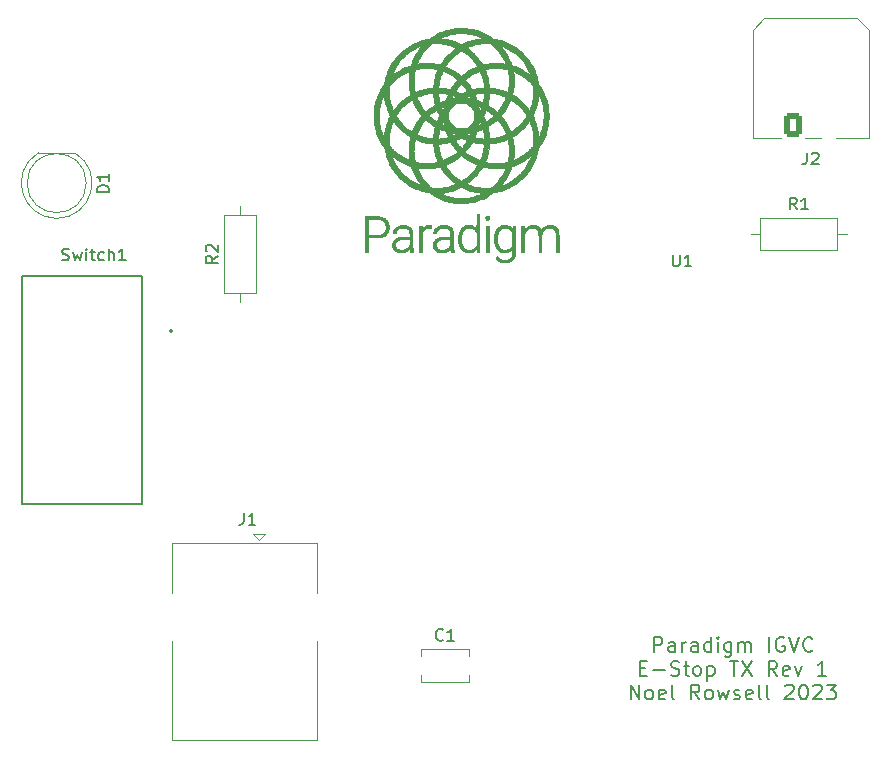
<source format=gto>
G04 #@! TF.GenerationSoftware,KiCad,Pcbnew,(6.0.6)*
G04 #@! TF.CreationDate,2023-04-23T18:47:12-02:30*
G04 #@! TF.ProjectId,EStopTX,4553746f-7054-4582-9e6b-696361645f70,rev?*
G04 #@! TF.SameCoordinates,Original*
G04 #@! TF.FileFunction,Legend,Top*
G04 #@! TF.FilePolarity,Positive*
%FSLAX46Y46*%
G04 Gerber Fmt 4.6, Leading zero omitted, Abs format (unit mm)*
G04 Created by KiCad (PCBNEW (6.0.6)) date 2023-04-23 18:47:12*
%MOMM*%
%LPD*%
G01*
G04 APERTURE LIST*
G04 Aperture macros list*
%AMRoundRect*
0 Rectangle with rounded corners*
0 $1 Rounding radius*
0 $2 $3 $4 $5 $6 $7 $8 $9 X,Y pos of 4 corners*
0 Add a 4 corners polygon primitive as box body*
4,1,4,$2,$3,$4,$5,$6,$7,$8,$9,$2,$3,0*
0 Add four circle primitives for the rounded corners*
1,1,$1+$1,$2,$3*
1,1,$1+$1,$4,$5*
1,1,$1+$1,$6,$7*
1,1,$1+$1,$8,$9*
0 Add four rect primitives between the rounded corners*
20,1,$1+$1,$2,$3,$4,$5,0*
20,1,$1+$1,$4,$5,$6,$7,0*
20,1,$1+$1,$6,$7,$8,$9,0*
20,1,$1+$1,$8,$9,$2,$3,0*%
G04 Aperture macros list end*
%ADD10C,0.150000*%
%ADD11C,0.120000*%
%ADD12C,0.127000*%
%ADD13C,0.200000*%
%ADD14C,0.010000*%
%ADD15C,0.800000*%
%ADD16C,6.400000*%
%ADD17R,1.800000X1.800000*%
%ADD18C,1.800000*%
%ADD19R,1.700000X1.700000*%
%ADD20C,1.700000*%
%ADD21C,3.500000*%
%ADD22R,2.475000X2.475000*%
%ADD23C,2.475000*%
%ADD24C,1.600000*%
%ADD25O,1.600000X1.600000*%
%ADD26C,3.000000*%
%ADD27RoundRect,0.250001X-0.499999X-0.759999X0.499999X-0.759999X0.499999X0.759999X-0.499999X0.759999X0*%
%ADD28O,1.500000X2.020000*%
G04 APERTURE END LIST*
D10*
X148781333Y-112090976D02*
X148781333Y-110840976D01*
X149257523Y-110840976D01*
X149376571Y-110900500D01*
X149436095Y-110960023D01*
X149495619Y-111079071D01*
X149495619Y-111257642D01*
X149436095Y-111376690D01*
X149376571Y-111436214D01*
X149257523Y-111495738D01*
X148781333Y-111495738D01*
X150567047Y-112090976D02*
X150567047Y-111436214D01*
X150507523Y-111317166D01*
X150388476Y-111257642D01*
X150150380Y-111257642D01*
X150031333Y-111317166D01*
X150567047Y-112031452D02*
X150448000Y-112090976D01*
X150150380Y-112090976D01*
X150031333Y-112031452D01*
X149971809Y-111912404D01*
X149971809Y-111793357D01*
X150031333Y-111674309D01*
X150150380Y-111614785D01*
X150448000Y-111614785D01*
X150567047Y-111555261D01*
X151162285Y-112090976D02*
X151162285Y-111257642D01*
X151162285Y-111495738D02*
X151221809Y-111376690D01*
X151281333Y-111317166D01*
X151400380Y-111257642D01*
X151519428Y-111257642D01*
X152471809Y-112090976D02*
X152471809Y-111436214D01*
X152412285Y-111317166D01*
X152293238Y-111257642D01*
X152055142Y-111257642D01*
X151936095Y-111317166D01*
X152471809Y-112031452D02*
X152352761Y-112090976D01*
X152055142Y-112090976D01*
X151936095Y-112031452D01*
X151876571Y-111912404D01*
X151876571Y-111793357D01*
X151936095Y-111674309D01*
X152055142Y-111614785D01*
X152352761Y-111614785D01*
X152471809Y-111555261D01*
X153602761Y-112090976D02*
X153602761Y-110840976D01*
X153602761Y-112031452D02*
X153483714Y-112090976D01*
X153245619Y-112090976D01*
X153126571Y-112031452D01*
X153067047Y-111971928D01*
X153007523Y-111852880D01*
X153007523Y-111495738D01*
X153067047Y-111376690D01*
X153126571Y-111317166D01*
X153245619Y-111257642D01*
X153483714Y-111257642D01*
X153602761Y-111317166D01*
X154198000Y-112090976D02*
X154198000Y-111257642D01*
X154198000Y-110840976D02*
X154138476Y-110900500D01*
X154198000Y-110960023D01*
X154257523Y-110900500D01*
X154198000Y-110840976D01*
X154198000Y-110960023D01*
X155328952Y-111257642D02*
X155328952Y-112269547D01*
X155269428Y-112388595D01*
X155209904Y-112448119D01*
X155090857Y-112507642D01*
X154912285Y-112507642D01*
X154793238Y-112448119D01*
X155328952Y-112031452D02*
X155209904Y-112090976D01*
X154971809Y-112090976D01*
X154852761Y-112031452D01*
X154793238Y-111971928D01*
X154733714Y-111852880D01*
X154733714Y-111495738D01*
X154793238Y-111376690D01*
X154852761Y-111317166D01*
X154971809Y-111257642D01*
X155209904Y-111257642D01*
X155328952Y-111317166D01*
X155924190Y-112090976D02*
X155924190Y-111257642D01*
X155924190Y-111376690D02*
X155983714Y-111317166D01*
X156102761Y-111257642D01*
X156281333Y-111257642D01*
X156400380Y-111317166D01*
X156459904Y-111436214D01*
X156459904Y-112090976D01*
X156459904Y-111436214D02*
X156519428Y-111317166D01*
X156638476Y-111257642D01*
X156817047Y-111257642D01*
X156936095Y-111317166D01*
X156995619Y-111436214D01*
X156995619Y-112090976D01*
X158543238Y-112090976D02*
X158543238Y-110840976D01*
X159793238Y-110900500D02*
X159674190Y-110840976D01*
X159495619Y-110840976D01*
X159317047Y-110900500D01*
X159198000Y-111019547D01*
X159138476Y-111138595D01*
X159078952Y-111376690D01*
X159078952Y-111555261D01*
X159138476Y-111793357D01*
X159198000Y-111912404D01*
X159317047Y-112031452D01*
X159495619Y-112090976D01*
X159614666Y-112090976D01*
X159793238Y-112031452D01*
X159852761Y-111971928D01*
X159852761Y-111555261D01*
X159614666Y-111555261D01*
X160209904Y-110840976D02*
X160626571Y-112090976D01*
X161043238Y-110840976D01*
X162174190Y-111971928D02*
X162114666Y-112031452D01*
X161936095Y-112090976D01*
X161817047Y-112090976D01*
X161638476Y-112031452D01*
X161519428Y-111912404D01*
X161459904Y-111793357D01*
X161400380Y-111555261D01*
X161400380Y-111376690D01*
X161459904Y-111138595D01*
X161519428Y-111019547D01*
X161638476Y-110900500D01*
X161817047Y-110840976D01*
X161936095Y-110840976D01*
X162114666Y-110900500D01*
X162174190Y-110960023D01*
X147590857Y-113448714D02*
X148007523Y-113448714D01*
X148186095Y-114103476D02*
X147590857Y-114103476D01*
X147590857Y-112853476D01*
X148186095Y-112853476D01*
X148721809Y-113627285D02*
X149674190Y-113627285D01*
X150209904Y-114043952D02*
X150388476Y-114103476D01*
X150686095Y-114103476D01*
X150805142Y-114043952D01*
X150864666Y-113984428D01*
X150924190Y-113865380D01*
X150924190Y-113746333D01*
X150864666Y-113627285D01*
X150805142Y-113567761D01*
X150686095Y-113508238D01*
X150448000Y-113448714D01*
X150328952Y-113389190D01*
X150269428Y-113329666D01*
X150209904Y-113210619D01*
X150209904Y-113091571D01*
X150269428Y-112972523D01*
X150328952Y-112913000D01*
X150448000Y-112853476D01*
X150745619Y-112853476D01*
X150924190Y-112913000D01*
X151281333Y-113270142D02*
X151757523Y-113270142D01*
X151459904Y-112853476D02*
X151459904Y-113924904D01*
X151519428Y-114043952D01*
X151638476Y-114103476D01*
X151757523Y-114103476D01*
X152352761Y-114103476D02*
X152233714Y-114043952D01*
X152174190Y-113984428D01*
X152114666Y-113865380D01*
X152114666Y-113508238D01*
X152174190Y-113389190D01*
X152233714Y-113329666D01*
X152352761Y-113270142D01*
X152531333Y-113270142D01*
X152650380Y-113329666D01*
X152709904Y-113389190D01*
X152769428Y-113508238D01*
X152769428Y-113865380D01*
X152709904Y-113984428D01*
X152650380Y-114043952D01*
X152531333Y-114103476D01*
X152352761Y-114103476D01*
X153305142Y-113270142D02*
X153305142Y-114520142D01*
X153305142Y-113329666D02*
X153424190Y-113270142D01*
X153662285Y-113270142D01*
X153781333Y-113329666D01*
X153840857Y-113389190D01*
X153900380Y-113508238D01*
X153900380Y-113865380D01*
X153840857Y-113984428D01*
X153781333Y-114043952D01*
X153662285Y-114103476D01*
X153424190Y-114103476D01*
X153305142Y-114043952D01*
X155209904Y-112853476D02*
X155924190Y-112853476D01*
X155567047Y-114103476D02*
X155567047Y-112853476D01*
X156221809Y-112853476D02*
X157055142Y-114103476D01*
X157055142Y-112853476D02*
X156221809Y-114103476D01*
X159198000Y-114103476D02*
X158781333Y-113508238D01*
X158483714Y-114103476D02*
X158483714Y-112853476D01*
X158959904Y-112853476D01*
X159078952Y-112913000D01*
X159138476Y-112972523D01*
X159198000Y-113091571D01*
X159198000Y-113270142D01*
X159138476Y-113389190D01*
X159078952Y-113448714D01*
X158959904Y-113508238D01*
X158483714Y-113508238D01*
X160209904Y-114043952D02*
X160090857Y-114103476D01*
X159852761Y-114103476D01*
X159733714Y-114043952D01*
X159674190Y-113924904D01*
X159674190Y-113448714D01*
X159733714Y-113329666D01*
X159852761Y-113270142D01*
X160090857Y-113270142D01*
X160209904Y-113329666D01*
X160269428Y-113448714D01*
X160269428Y-113567761D01*
X159674190Y-113686809D01*
X160686095Y-113270142D02*
X160983714Y-114103476D01*
X161281333Y-113270142D01*
X163364666Y-114103476D02*
X162650380Y-114103476D01*
X163007523Y-114103476D02*
X163007523Y-112853476D01*
X162888476Y-113032047D01*
X162769428Y-113151095D01*
X162650380Y-113210619D01*
X146787285Y-116115976D02*
X146787285Y-114865976D01*
X147501571Y-116115976D01*
X147501571Y-114865976D01*
X148275380Y-116115976D02*
X148156333Y-116056452D01*
X148096809Y-115996928D01*
X148037285Y-115877880D01*
X148037285Y-115520738D01*
X148096809Y-115401690D01*
X148156333Y-115342166D01*
X148275380Y-115282642D01*
X148453952Y-115282642D01*
X148573000Y-115342166D01*
X148632523Y-115401690D01*
X148692047Y-115520738D01*
X148692047Y-115877880D01*
X148632523Y-115996928D01*
X148573000Y-116056452D01*
X148453952Y-116115976D01*
X148275380Y-116115976D01*
X149703952Y-116056452D02*
X149584904Y-116115976D01*
X149346809Y-116115976D01*
X149227761Y-116056452D01*
X149168238Y-115937404D01*
X149168238Y-115461214D01*
X149227761Y-115342166D01*
X149346809Y-115282642D01*
X149584904Y-115282642D01*
X149703952Y-115342166D01*
X149763476Y-115461214D01*
X149763476Y-115580261D01*
X149168238Y-115699309D01*
X150477761Y-116115976D02*
X150358714Y-116056452D01*
X150299190Y-115937404D01*
X150299190Y-114865976D01*
X152620619Y-116115976D02*
X152203952Y-115520738D01*
X151906333Y-116115976D02*
X151906333Y-114865976D01*
X152382523Y-114865976D01*
X152501571Y-114925500D01*
X152561095Y-114985023D01*
X152620619Y-115104071D01*
X152620619Y-115282642D01*
X152561095Y-115401690D01*
X152501571Y-115461214D01*
X152382523Y-115520738D01*
X151906333Y-115520738D01*
X153334904Y-116115976D02*
X153215857Y-116056452D01*
X153156333Y-115996928D01*
X153096809Y-115877880D01*
X153096809Y-115520738D01*
X153156333Y-115401690D01*
X153215857Y-115342166D01*
X153334904Y-115282642D01*
X153513476Y-115282642D01*
X153632523Y-115342166D01*
X153692047Y-115401690D01*
X153751571Y-115520738D01*
X153751571Y-115877880D01*
X153692047Y-115996928D01*
X153632523Y-116056452D01*
X153513476Y-116115976D01*
X153334904Y-116115976D01*
X154168238Y-115282642D02*
X154406333Y-116115976D01*
X154644428Y-115520738D01*
X154882523Y-116115976D01*
X155120619Y-115282642D01*
X155537285Y-116056452D02*
X155656333Y-116115976D01*
X155894428Y-116115976D01*
X156013476Y-116056452D01*
X156073000Y-115937404D01*
X156073000Y-115877880D01*
X156013476Y-115758833D01*
X155894428Y-115699309D01*
X155715857Y-115699309D01*
X155596809Y-115639785D01*
X155537285Y-115520738D01*
X155537285Y-115461214D01*
X155596809Y-115342166D01*
X155715857Y-115282642D01*
X155894428Y-115282642D01*
X156013476Y-115342166D01*
X157084904Y-116056452D02*
X156965857Y-116115976D01*
X156727761Y-116115976D01*
X156608714Y-116056452D01*
X156549190Y-115937404D01*
X156549190Y-115461214D01*
X156608714Y-115342166D01*
X156727761Y-115282642D01*
X156965857Y-115282642D01*
X157084904Y-115342166D01*
X157144428Y-115461214D01*
X157144428Y-115580261D01*
X156549190Y-115699309D01*
X157858714Y-116115976D02*
X157739666Y-116056452D01*
X157680142Y-115937404D01*
X157680142Y-114865976D01*
X158513476Y-116115976D02*
X158394428Y-116056452D01*
X158334904Y-115937404D01*
X158334904Y-114865976D01*
X159882523Y-114985023D02*
X159942047Y-114925500D01*
X160061095Y-114865976D01*
X160358714Y-114865976D01*
X160477761Y-114925500D01*
X160537285Y-114985023D01*
X160596809Y-115104071D01*
X160596809Y-115223119D01*
X160537285Y-115401690D01*
X159823000Y-116115976D01*
X160596809Y-116115976D01*
X161370619Y-114865976D02*
X161489666Y-114865976D01*
X161608714Y-114925500D01*
X161668238Y-114985023D01*
X161727761Y-115104071D01*
X161787285Y-115342166D01*
X161787285Y-115639785D01*
X161727761Y-115877880D01*
X161668238Y-115996928D01*
X161608714Y-116056452D01*
X161489666Y-116115976D01*
X161370619Y-116115976D01*
X161251571Y-116056452D01*
X161192047Y-115996928D01*
X161132523Y-115877880D01*
X161073000Y-115639785D01*
X161073000Y-115342166D01*
X161132523Y-115104071D01*
X161192047Y-114985023D01*
X161251571Y-114925500D01*
X161370619Y-114865976D01*
X162263476Y-114985023D02*
X162323000Y-114925500D01*
X162442047Y-114865976D01*
X162739666Y-114865976D01*
X162858714Y-114925500D01*
X162918238Y-114985023D01*
X162977761Y-115104071D01*
X162977761Y-115223119D01*
X162918238Y-115401690D01*
X162203952Y-116115976D01*
X162977761Y-116115976D01*
X163394428Y-114865976D02*
X164168238Y-114865976D01*
X163751571Y-115342166D01*
X163930142Y-115342166D01*
X164049190Y-115401690D01*
X164108714Y-115461214D01*
X164168238Y-115580261D01*
X164168238Y-115877880D01*
X164108714Y-115996928D01*
X164049190Y-116056452D01*
X163930142Y-116115976D01*
X163573000Y-116115976D01*
X163453952Y-116056452D01*
X163394428Y-115996928D01*
X102612380Y-73133095D02*
X101612380Y-73133095D01*
X101612380Y-72895000D01*
X101660000Y-72752142D01*
X101755238Y-72656904D01*
X101850476Y-72609285D01*
X102040952Y-72561666D01*
X102183809Y-72561666D01*
X102374285Y-72609285D01*
X102469523Y-72656904D01*
X102564761Y-72752142D01*
X102612380Y-72895000D01*
X102612380Y-73133095D01*
X102612380Y-71609285D02*
X102612380Y-72180714D01*
X102612380Y-71895000D02*
X101612380Y-71895000D01*
X101755238Y-71990238D01*
X101850476Y-72085476D01*
X101898095Y-72180714D01*
X114020666Y-100317380D02*
X114020666Y-101031666D01*
X113973047Y-101174523D01*
X113877809Y-101269761D01*
X113734952Y-101317380D01*
X113639714Y-101317380D01*
X115020666Y-101317380D02*
X114449238Y-101317380D01*
X114734952Y-101317380D02*
X114734952Y-100317380D01*
X114639714Y-100460238D01*
X114544476Y-100555476D01*
X114449238Y-100603095D01*
X150368095Y-78446380D02*
X150368095Y-79255904D01*
X150415714Y-79351142D01*
X150463333Y-79398761D01*
X150558571Y-79446380D01*
X150749047Y-79446380D01*
X150844285Y-79398761D01*
X150891904Y-79351142D01*
X150939523Y-79255904D01*
X150939523Y-78446380D01*
X151939523Y-79446380D02*
X151368095Y-79446380D01*
X151653809Y-79446380D02*
X151653809Y-78446380D01*
X151558571Y-78589238D01*
X151463333Y-78684476D01*
X151368095Y-78732095D01*
X98670023Y-78890761D02*
X98812880Y-78938380D01*
X99050976Y-78938380D01*
X99146214Y-78890761D01*
X99193833Y-78843142D01*
X99241452Y-78747904D01*
X99241452Y-78652666D01*
X99193833Y-78557428D01*
X99146214Y-78509809D01*
X99050976Y-78462190D01*
X98860500Y-78414571D01*
X98765261Y-78366952D01*
X98717642Y-78319333D01*
X98670023Y-78224095D01*
X98670023Y-78128857D01*
X98717642Y-78033619D01*
X98765261Y-77986000D01*
X98860500Y-77938380D01*
X99098595Y-77938380D01*
X99241452Y-77986000D01*
X99574785Y-78271714D02*
X99765261Y-78938380D01*
X99955738Y-78462190D01*
X100146214Y-78938380D01*
X100336690Y-78271714D01*
X100717642Y-78938380D02*
X100717642Y-78271714D01*
X100717642Y-77938380D02*
X100670023Y-77986000D01*
X100717642Y-78033619D01*
X100765261Y-77986000D01*
X100717642Y-77938380D01*
X100717642Y-78033619D01*
X101050976Y-78271714D02*
X101431928Y-78271714D01*
X101193833Y-77938380D02*
X101193833Y-78795523D01*
X101241452Y-78890761D01*
X101336690Y-78938380D01*
X101431928Y-78938380D01*
X102193833Y-78890761D02*
X102098595Y-78938380D01*
X101908119Y-78938380D01*
X101812880Y-78890761D01*
X101765261Y-78843142D01*
X101717642Y-78747904D01*
X101717642Y-78462190D01*
X101765261Y-78366952D01*
X101812880Y-78319333D01*
X101908119Y-78271714D01*
X102098595Y-78271714D01*
X102193833Y-78319333D01*
X102622404Y-78938380D02*
X102622404Y-77938380D01*
X103050976Y-78938380D02*
X103050976Y-78414571D01*
X103003357Y-78319333D01*
X102908119Y-78271714D01*
X102765261Y-78271714D01*
X102670023Y-78319333D01*
X102622404Y-78366952D01*
X104050976Y-78938380D02*
X103479547Y-78938380D01*
X103765261Y-78938380D02*
X103765261Y-77938380D01*
X103670023Y-78081238D01*
X103574785Y-78176476D01*
X103479547Y-78224095D01*
X130908333Y-111042142D02*
X130860714Y-111089761D01*
X130717857Y-111137380D01*
X130622619Y-111137380D01*
X130479761Y-111089761D01*
X130384523Y-110994523D01*
X130336904Y-110899285D01*
X130289285Y-110708809D01*
X130289285Y-110565952D01*
X130336904Y-110375476D01*
X130384523Y-110280238D01*
X130479761Y-110185000D01*
X130622619Y-110137380D01*
X130717857Y-110137380D01*
X130860714Y-110185000D01*
X130908333Y-110232619D01*
X131860714Y-111137380D02*
X131289285Y-111137380D01*
X131575000Y-111137380D02*
X131575000Y-110137380D01*
X131479761Y-110280238D01*
X131384523Y-110375476D01*
X131289285Y-110423095D01*
X111832380Y-78561666D02*
X111356190Y-78895000D01*
X111832380Y-79133095D02*
X110832380Y-79133095D01*
X110832380Y-78752142D01*
X110880000Y-78656904D01*
X110927619Y-78609285D01*
X111022857Y-78561666D01*
X111165714Y-78561666D01*
X111260952Y-78609285D01*
X111308571Y-78656904D01*
X111356190Y-78752142D01*
X111356190Y-79133095D01*
X110927619Y-78180714D02*
X110880000Y-78133095D01*
X110832380Y-78037857D01*
X110832380Y-77799761D01*
X110880000Y-77704523D01*
X110927619Y-77656904D01*
X111022857Y-77609285D01*
X111118095Y-77609285D01*
X111260952Y-77656904D01*
X111832380Y-78228333D01*
X111832380Y-77609285D01*
X161718666Y-69810380D02*
X161718666Y-70524666D01*
X161671047Y-70667523D01*
X161575809Y-70762761D01*
X161432952Y-70810380D01*
X161337714Y-70810380D01*
X162147238Y-69905619D02*
X162194857Y-69858000D01*
X162290095Y-69810380D01*
X162528190Y-69810380D01*
X162623428Y-69858000D01*
X162671047Y-69905619D01*
X162718666Y-70000857D01*
X162718666Y-70096095D01*
X162671047Y-70238952D01*
X162099619Y-70810380D01*
X162718666Y-70810380D01*
X160869333Y-74620380D02*
X160536000Y-74144190D01*
X160297904Y-74620380D02*
X160297904Y-73620380D01*
X160678857Y-73620380D01*
X160774095Y-73668000D01*
X160821714Y-73715619D01*
X160869333Y-73810857D01*
X160869333Y-73953714D01*
X160821714Y-74048952D01*
X160774095Y-74096571D01*
X160678857Y-74144190D01*
X160297904Y-74144190D01*
X161821714Y-74620380D02*
X161250285Y-74620380D01*
X161536000Y-74620380D02*
X161536000Y-73620380D01*
X161440761Y-73763238D01*
X161345523Y-73858476D01*
X161250285Y-73906095D01*
D11*
X99745000Y-69835000D02*
X96655000Y-69835000D01*
X96655170Y-69835000D02*
G75*
G03*
X98200462Y-75385000I1544830J-2560000D01*
G01*
X98199538Y-75385000D02*
G75*
G03*
X99744830Y-69835000I462J2990000D01*
G01*
X100700000Y-72395000D02*
G75*
G03*
X100700000Y-72395000I-2500000J0D01*
G01*
X114850000Y-102127500D02*
X115350000Y-102627500D01*
X120260000Y-111207500D02*
X120260000Y-119567500D01*
X107940000Y-102847500D02*
X107940000Y-107107500D01*
X107940000Y-119567500D02*
X107940000Y-111207500D01*
X115850000Y-102127500D02*
X114850000Y-102127500D01*
X120260000Y-107107500D02*
X120260000Y-102847500D01*
X120260000Y-102847500D02*
X107940000Y-102847500D01*
X115350000Y-102627500D02*
X115850000Y-102127500D01*
X120260000Y-119567500D02*
X107940000Y-119567500D01*
D12*
X95264500Y-80266000D02*
X105424500Y-80266000D01*
X105424500Y-80266000D02*
X105424500Y-99566000D01*
X95264500Y-99566000D02*
X95264500Y-80266000D01*
X105424500Y-99566000D02*
X95264500Y-99566000D01*
D13*
X107984500Y-84916000D02*
G75*
G03*
X107984500Y-84916000I-100000J0D01*
G01*
D11*
X133095000Y-111805000D02*
X133095000Y-112430000D01*
X129055000Y-114645000D02*
X133095000Y-114645000D01*
X133095000Y-114020000D02*
X133095000Y-114645000D01*
X129055000Y-111805000D02*
X129055000Y-112430000D01*
X129055000Y-111805000D02*
X133095000Y-111805000D01*
X129055000Y-114020000D02*
X129055000Y-114645000D01*
X115120000Y-75125000D02*
X112380000Y-75125000D01*
X112380000Y-75125000D02*
X112380000Y-81665000D01*
X112380000Y-81665000D02*
X115120000Y-81665000D01*
X115120000Y-81665000D02*
X115120000Y-75125000D01*
X113750000Y-82435000D02*
X113750000Y-81665000D01*
X113750000Y-74355000D02*
X113750000Y-75125000D01*
X158117000Y-58440000D02*
X165987000Y-58440000D01*
X157117000Y-59440000D02*
X158117000Y-58440000D01*
X157117000Y-68560000D02*
X159542000Y-68560000D01*
X165987000Y-58440000D02*
X166987000Y-59440000D01*
X166987000Y-68560000D02*
X164203767Y-68560000D01*
X166987000Y-59440000D02*
X166987000Y-68560000D01*
X157117000Y-68560000D02*
X157117000Y-59440000D01*
X161562000Y-68560000D02*
X162900233Y-68560000D01*
G36*
X129766394Y-75951645D02*
G01*
X129812233Y-75955745D01*
X129853325Y-75962550D01*
X129876133Y-75968263D01*
X129895183Y-75973854D01*
X129893910Y-76071018D01*
X129893439Y-76099893D01*
X129892828Y-76126829D01*
X129892122Y-76150365D01*
X129891369Y-76169037D01*
X129890616Y-76181381D01*
X129890281Y-76184538D01*
X129888330Y-76195023D01*
X129884830Y-76199178D01*
X129877122Y-76199068D01*
X129872505Y-76198332D01*
X129833486Y-76193219D01*
X129790131Y-76189875D01*
X129744673Y-76188306D01*
X129699345Y-76188517D01*
X129656382Y-76190513D01*
X129618017Y-76194300D01*
X129596733Y-76197698D01*
X129536603Y-76212436D01*
X129477791Y-76233012D01*
X129422204Y-76258607D01*
X129371752Y-76288402D01*
X129350957Y-76303170D01*
X129318215Y-76330324D01*
X129284650Y-76362518D01*
X129252623Y-76397260D01*
X129224495Y-76432057D01*
X129211542Y-76450317D01*
X129187707Y-76489258D01*
X129164215Y-76533776D01*
X129142431Y-76581043D01*
X129123721Y-76628232D01*
X129118691Y-76642600D01*
X129101433Y-76693685D01*
X129101433Y-78227700D01*
X128855900Y-78227700D01*
X128855900Y-75992500D01*
X128976550Y-75992500D01*
X129013402Y-75992581D01*
X129042522Y-75992849D01*
X129064641Y-75993333D01*
X129080492Y-75994067D01*
X129090808Y-75995082D01*
X129096320Y-75996411D01*
X129097774Y-75997791D01*
X129097963Y-76003061D01*
X129098260Y-76015862D01*
X129098647Y-76035262D01*
X129099107Y-76060327D01*
X129099624Y-76090122D01*
X129100181Y-76123715D01*
X129100760Y-76160172D01*
X129100949Y-76172416D01*
X129103550Y-76341750D01*
X129117090Y-76315843D01*
X129141484Y-76274104D01*
X129171475Y-76230743D01*
X129205456Y-76187668D01*
X129241822Y-76146788D01*
X129278964Y-76110011D01*
X129315277Y-76079246D01*
X129318024Y-76077157D01*
X129374789Y-76038838D01*
X129433998Y-76007816D01*
X129496630Y-75983702D01*
X129563658Y-75966107D01*
X129620700Y-75956515D01*
X129668597Y-75951937D01*
X129717838Y-75950345D01*
X129766394Y-75951645D01*
G37*
D14*
X129766394Y-75951645D02*
X129812233Y-75955745D01*
X129853325Y-75962550D01*
X129876133Y-75968263D01*
X129895183Y-75973854D01*
X129893910Y-76071018D01*
X129893439Y-76099893D01*
X129892828Y-76126829D01*
X129892122Y-76150365D01*
X129891369Y-76169037D01*
X129890616Y-76181381D01*
X129890281Y-76184538D01*
X129888330Y-76195023D01*
X129884830Y-76199178D01*
X129877122Y-76199068D01*
X129872505Y-76198332D01*
X129833486Y-76193219D01*
X129790131Y-76189875D01*
X129744673Y-76188306D01*
X129699345Y-76188517D01*
X129656382Y-76190513D01*
X129618017Y-76194300D01*
X129596733Y-76197698D01*
X129536603Y-76212436D01*
X129477791Y-76233012D01*
X129422204Y-76258607D01*
X129371752Y-76288402D01*
X129350957Y-76303170D01*
X129318215Y-76330324D01*
X129284650Y-76362518D01*
X129252623Y-76397260D01*
X129224495Y-76432057D01*
X129211542Y-76450317D01*
X129187707Y-76489258D01*
X129164215Y-76533776D01*
X129142431Y-76581043D01*
X129123721Y-76628232D01*
X129118691Y-76642600D01*
X129101433Y-76693685D01*
X129101433Y-78227700D01*
X128855900Y-78227700D01*
X128855900Y-75992500D01*
X128976550Y-75992500D01*
X129013402Y-75992581D01*
X129042522Y-75992849D01*
X129064641Y-75993333D01*
X129080492Y-75994067D01*
X129090808Y-75995082D01*
X129096320Y-75996411D01*
X129097774Y-75997791D01*
X129097963Y-76003061D01*
X129098260Y-76015862D01*
X129098647Y-76035262D01*
X129099107Y-76060327D01*
X129099624Y-76090122D01*
X129100181Y-76123715D01*
X129100760Y-76160172D01*
X129100949Y-76172416D01*
X129103550Y-76341750D01*
X129117090Y-76315843D01*
X129141484Y-76274104D01*
X129171475Y-76230743D01*
X129205456Y-76187668D01*
X129241822Y-76146788D01*
X129278964Y-76110011D01*
X129315277Y-76079246D01*
X129318024Y-76077157D01*
X129374789Y-76038838D01*
X129433998Y-76007816D01*
X129496630Y-75983702D01*
X129563658Y-75966107D01*
X129620700Y-75956515D01*
X129668597Y-75951937D01*
X129717838Y-75950345D01*
X129766394Y-75951645D01*
G36*
X140049607Y-75953218D02*
G01*
X140131967Y-75962393D01*
X140208550Y-75977724D01*
X140279387Y-75999244D01*
X140344514Y-76026983D01*
X140403963Y-76060973D01*
X140457769Y-76101248D01*
X140505965Y-76147838D01*
X140548585Y-76200775D01*
X140585663Y-76260091D01*
X140617231Y-76325819D01*
X140643325Y-76397990D01*
X140663977Y-76476637D01*
X140679222Y-76561790D01*
X140687848Y-76638083D01*
X140688442Y-76649431D01*
X140688997Y-76669090D01*
X140689511Y-76696903D01*
X140689983Y-76732714D01*
X140690414Y-76776366D01*
X140690801Y-76827703D01*
X140691145Y-76886569D01*
X140691444Y-76952808D01*
X140691698Y-77026263D01*
X140691905Y-77106777D01*
X140692066Y-77194196D01*
X140692178Y-77288361D01*
X140692241Y-77389118D01*
X140692256Y-77458291D01*
X140692300Y-78227700D01*
X140447181Y-78227700D01*
X140445529Y-77447708D01*
X140445286Y-77341550D01*
X140445024Y-77243660D01*
X140444740Y-77153836D01*
X140444433Y-77071880D01*
X140444101Y-76997592D01*
X140443744Y-76930771D01*
X140443359Y-76871218D01*
X140442945Y-76818734D01*
X140442499Y-76773118D01*
X140442022Y-76734171D01*
X140441510Y-76701693D01*
X140440963Y-76675484D01*
X140440378Y-76655344D01*
X140439754Y-76641074D01*
X140439090Y-76632474D01*
X140438997Y-76631733D01*
X140427344Y-76561860D01*
X140412203Y-76499218D01*
X140393319Y-76443213D01*
X140370436Y-76393251D01*
X140343300Y-76348738D01*
X140311656Y-76309081D01*
X140291663Y-76288573D01*
X140260255Y-76260966D01*
X140228135Y-76238018D01*
X140193772Y-76218997D01*
X140155635Y-76203171D01*
X140112192Y-76189805D01*
X140061914Y-76178168D01*
X140060390Y-76177860D01*
X140043783Y-76174702D01*
X140028319Y-76172309D01*
X140012404Y-76170579D01*
X139994444Y-76169408D01*
X139972846Y-76168694D01*
X139946017Y-76168334D01*
X139912364Y-76168223D01*
X139911250Y-76168223D01*
X139875766Y-76168340D01*
X139847302Y-76168775D01*
X139824416Y-76169608D01*
X139805664Y-76170917D01*
X139789603Y-76172783D01*
X139774789Y-76175284D01*
X139771703Y-76175897D01*
X139698541Y-76194828D01*
X139629676Y-76221040D01*
X139564925Y-76254633D01*
X139504104Y-76295704D01*
X139447031Y-76344353D01*
X139432689Y-76358350D01*
X139386264Y-76409246D01*
X139347323Y-76461734D01*
X139314882Y-76517411D01*
X139287961Y-76577873D01*
X139274803Y-76614800D01*
X139271398Y-76624920D01*
X139268282Y-76633894D01*
X139265443Y-76642115D01*
X139262866Y-76649977D01*
X139260539Y-76657873D01*
X139258448Y-76666196D01*
X139256579Y-76675340D01*
X139254920Y-76685697D01*
X139253456Y-76697663D01*
X139252175Y-76711629D01*
X139251063Y-76727990D01*
X139250107Y-76747139D01*
X139249293Y-76769469D01*
X139248608Y-76795373D01*
X139248039Y-76825246D01*
X139247571Y-76859479D01*
X139247193Y-76898468D01*
X139246890Y-76942605D01*
X139246649Y-76992283D01*
X139246457Y-77047897D01*
X139246300Y-77109839D01*
X139246165Y-77178502D01*
X139246038Y-77254281D01*
X139245907Y-77337569D01*
X139245757Y-77428759D01*
X139245683Y-77470991D01*
X139244320Y-78227700D01*
X138998966Y-78227700D01*
X138998956Y-77475225D01*
X138998930Y-77379048D01*
X138998856Y-77287641D01*
X138998734Y-77201288D01*
X138998568Y-77120273D01*
X138998357Y-77044877D01*
X138998105Y-76975385D01*
X138997811Y-76912080D01*
X138997478Y-76855245D01*
X138997107Y-76805164D01*
X138996700Y-76762119D01*
X138996257Y-76726393D01*
X138995781Y-76698271D01*
X138995274Y-76678036D01*
X138994735Y-76665970D01*
X138994709Y-76665600D01*
X138986056Y-76589548D01*
X138971838Y-76519868D01*
X138952041Y-76456536D01*
X138926649Y-76399528D01*
X138895646Y-76348823D01*
X138859019Y-76304396D01*
X138816751Y-76266225D01*
X138768828Y-76234287D01*
X138715235Y-76208558D01*
X138690033Y-76199260D01*
X138660447Y-76189822D01*
X138632837Y-76182423D01*
X138605533Y-76176844D01*
X138576862Y-76172863D01*
X138545152Y-76170260D01*
X138508731Y-76168816D01*
X138465927Y-76168310D01*
X138454983Y-76168303D01*
X138414302Y-76168591D01*
X138380440Y-76169503D01*
X138351760Y-76171249D01*
X138326624Y-76174038D01*
X138303395Y-76178081D01*
X138280435Y-76183587D01*
X138256106Y-76190766D01*
X138240890Y-76195723D01*
X138177817Y-76221155D01*
X138117293Y-76254223D01*
X138060076Y-76294284D01*
X138006925Y-76340700D01*
X137958597Y-76392829D01*
X137915852Y-76450032D01*
X137890200Y-76491787D01*
X137866923Y-76536106D01*
X137844457Y-76584476D01*
X137824772Y-76632560D01*
X137818357Y-76650062D01*
X137805166Y-76687441D01*
X137805166Y-78227700D01*
X137555400Y-78227700D01*
X137555400Y-75992500D01*
X137791160Y-75992500D01*
X137793912Y-76046475D01*
X137794967Y-76071263D01*
X137795916Y-76101108D01*
X137796667Y-76132598D01*
X137797130Y-76162324D01*
X137797182Y-76168183D01*
X137797567Y-76197400D01*
X137798253Y-76229427D01*
X137799151Y-76260735D01*
X137800169Y-76287796D01*
X137800375Y-76292295D01*
X137803050Y-76348674D01*
X137821955Y-76319876D01*
X137849408Y-76281271D01*
X137881716Y-76241168D01*
X137917059Y-76201546D01*
X137953618Y-76164382D01*
X137989573Y-76131656D01*
X138011277Y-76114067D01*
X138074427Y-76070876D01*
X138142971Y-76033627D01*
X138215911Y-76002709D01*
X138292249Y-75978511D01*
X138370986Y-75961423D01*
X138419891Y-75954644D01*
X138450750Y-75952220D01*
X138487376Y-75950838D01*
X138527135Y-75950479D01*
X138567396Y-75951123D01*
X138605524Y-75952752D01*
X138638887Y-75955345D01*
X138647600Y-75956312D01*
X138726334Y-75969255D01*
X138800694Y-75988449D01*
X138870144Y-76013705D01*
X138934150Y-76044834D01*
X138981252Y-76073961D01*
X139013252Y-76098665D01*
X139045974Y-76128835D01*
X139077049Y-76162055D01*
X139104110Y-76195908D01*
X139112588Y-76208046D01*
X139128952Y-76233126D01*
X139142108Y-76254996D01*
X139153455Y-76276324D01*
X139164395Y-76299783D01*
X139176330Y-76328043D01*
X139179072Y-76334785D01*
X139196820Y-76378621D01*
X139221154Y-76341135D01*
X139271326Y-76271365D01*
X139327121Y-76207843D01*
X139388292Y-76150759D01*
X139454596Y-76100302D01*
X139525787Y-76056664D01*
X139601619Y-76020034D01*
X139667833Y-75995114D01*
X139722544Y-75978573D01*
X139775082Y-75966183D01*
X139827840Y-75957580D01*
X139883213Y-75952396D01*
X139943594Y-75950266D01*
X139961434Y-75950166D01*
X140049607Y-75953218D01*
G37*
X140049607Y-75953218D02*
X140131967Y-75962393D01*
X140208550Y-75977724D01*
X140279387Y-75999244D01*
X140344514Y-76026983D01*
X140403963Y-76060973D01*
X140457769Y-76101248D01*
X140505965Y-76147838D01*
X140548585Y-76200775D01*
X140585663Y-76260091D01*
X140617231Y-76325819D01*
X140643325Y-76397990D01*
X140663977Y-76476637D01*
X140679222Y-76561790D01*
X140687848Y-76638083D01*
X140688442Y-76649431D01*
X140688997Y-76669090D01*
X140689511Y-76696903D01*
X140689983Y-76732714D01*
X140690414Y-76776366D01*
X140690801Y-76827703D01*
X140691145Y-76886569D01*
X140691444Y-76952808D01*
X140691698Y-77026263D01*
X140691905Y-77106777D01*
X140692066Y-77194196D01*
X140692178Y-77288361D01*
X140692241Y-77389118D01*
X140692256Y-77458291D01*
X140692300Y-78227700D01*
X140447181Y-78227700D01*
X140445529Y-77447708D01*
X140445286Y-77341550D01*
X140445024Y-77243660D01*
X140444740Y-77153836D01*
X140444433Y-77071880D01*
X140444101Y-76997592D01*
X140443744Y-76930771D01*
X140443359Y-76871218D01*
X140442945Y-76818734D01*
X140442499Y-76773118D01*
X140442022Y-76734171D01*
X140441510Y-76701693D01*
X140440963Y-76675484D01*
X140440378Y-76655344D01*
X140439754Y-76641074D01*
X140439090Y-76632474D01*
X140438997Y-76631733D01*
X140427344Y-76561860D01*
X140412203Y-76499218D01*
X140393319Y-76443213D01*
X140370436Y-76393251D01*
X140343300Y-76348738D01*
X140311656Y-76309081D01*
X140291663Y-76288573D01*
X140260255Y-76260966D01*
X140228135Y-76238018D01*
X140193772Y-76218997D01*
X140155635Y-76203171D01*
X140112192Y-76189805D01*
X140061914Y-76178168D01*
X140060390Y-76177860D01*
X140043783Y-76174702D01*
X140028319Y-76172309D01*
X140012404Y-76170579D01*
X139994444Y-76169408D01*
X139972846Y-76168694D01*
X139946017Y-76168334D01*
X139912364Y-76168223D01*
X139911250Y-76168223D01*
X139875766Y-76168340D01*
X139847302Y-76168775D01*
X139824416Y-76169608D01*
X139805664Y-76170917D01*
X139789603Y-76172783D01*
X139774789Y-76175284D01*
X139771703Y-76175897D01*
X139698541Y-76194828D01*
X139629676Y-76221040D01*
X139564925Y-76254633D01*
X139504104Y-76295704D01*
X139447031Y-76344353D01*
X139432689Y-76358350D01*
X139386264Y-76409246D01*
X139347323Y-76461734D01*
X139314882Y-76517411D01*
X139287961Y-76577873D01*
X139274803Y-76614800D01*
X139271398Y-76624920D01*
X139268282Y-76633894D01*
X139265443Y-76642115D01*
X139262866Y-76649977D01*
X139260539Y-76657873D01*
X139258448Y-76666196D01*
X139256579Y-76675340D01*
X139254920Y-76685697D01*
X139253456Y-76697663D01*
X139252175Y-76711629D01*
X139251063Y-76727990D01*
X139250107Y-76747139D01*
X139249293Y-76769469D01*
X139248608Y-76795373D01*
X139248039Y-76825246D01*
X139247571Y-76859479D01*
X139247193Y-76898468D01*
X139246890Y-76942605D01*
X139246649Y-76992283D01*
X139246457Y-77047897D01*
X139246300Y-77109839D01*
X139246165Y-77178502D01*
X139246038Y-77254281D01*
X139245907Y-77337569D01*
X139245757Y-77428759D01*
X139245683Y-77470991D01*
X139244320Y-78227700D01*
X138998966Y-78227700D01*
X138998956Y-77475225D01*
X138998930Y-77379048D01*
X138998856Y-77287641D01*
X138998734Y-77201288D01*
X138998568Y-77120273D01*
X138998357Y-77044877D01*
X138998105Y-76975385D01*
X138997811Y-76912080D01*
X138997478Y-76855245D01*
X138997107Y-76805164D01*
X138996700Y-76762119D01*
X138996257Y-76726393D01*
X138995781Y-76698271D01*
X138995274Y-76678036D01*
X138994735Y-76665970D01*
X138994709Y-76665600D01*
X138986056Y-76589548D01*
X138971838Y-76519868D01*
X138952041Y-76456536D01*
X138926649Y-76399528D01*
X138895646Y-76348823D01*
X138859019Y-76304396D01*
X138816751Y-76266225D01*
X138768828Y-76234287D01*
X138715235Y-76208558D01*
X138690033Y-76199260D01*
X138660447Y-76189822D01*
X138632837Y-76182423D01*
X138605533Y-76176844D01*
X138576862Y-76172863D01*
X138545152Y-76170260D01*
X138508731Y-76168816D01*
X138465927Y-76168310D01*
X138454983Y-76168303D01*
X138414302Y-76168591D01*
X138380440Y-76169503D01*
X138351760Y-76171249D01*
X138326624Y-76174038D01*
X138303395Y-76178081D01*
X138280435Y-76183587D01*
X138256106Y-76190766D01*
X138240890Y-76195723D01*
X138177817Y-76221155D01*
X138117293Y-76254223D01*
X138060076Y-76294284D01*
X138006925Y-76340700D01*
X137958597Y-76392829D01*
X137915852Y-76450032D01*
X137890200Y-76491787D01*
X137866923Y-76536106D01*
X137844457Y-76584476D01*
X137824772Y-76632560D01*
X137818357Y-76650062D01*
X137805166Y-76687441D01*
X137805166Y-78227700D01*
X137555400Y-78227700D01*
X137555400Y-75992500D01*
X137791160Y-75992500D01*
X137793912Y-76046475D01*
X137794967Y-76071263D01*
X137795916Y-76101108D01*
X137796667Y-76132598D01*
X137797130Y-76162324D01*
X137797182Y-76168183D01*
X137797567Y-76197400D01*
X137798253Y-76229427D01*
X137799151Y-76260735D01*
X137800169Y-76287796D01*
X137800375Y-76292295D01*
X137803050Y-76348674D01*
X137821955Y-76319876D01*
X137849408Y-76281271D01*
X137881716Y-76241168D01*
X137917059Y-76201546D01*
X137953618Y-76164382D01*
X137989573Y-76131656D01*
X138011277Y-76114067D01*
X138074427Y-76070876D01*
X138142971Y-76033627D01*
X138215911Y-76002709D01*
X138292249Y-75978511D01*
X138370986Y-75961423D01*
X138419891Y-75954644D01*
X138450750Y-75952220D01*
X138487376Y-75950838D01*
X138527135Y-75950479D01*
X138567396Y-75951123D01*
X138605524Y-75952752D01*
X138638887Y-75955345D01*
X138647600Y-75956312D01*
X138726334Y-75969255D01*
X138800694Y-75988449D01*
X138870144Y-76013705D01*
X138934150Y-76044834D01*
X138981252Y-76073961D01*
X139013252Y-76098665D01*
X139045974Y-76128835D01*
X139077049Y-76162055D01*
X139104110Y-76195908D01*
X139112588Y-76208046D01*
X139128952Y-76233126D01*
X139142108Y-76254996D01*
X139153455Y-76276324D01*
X139164395Y-76299783D01*
X139176330Y-76328043D01*
X139179072Y-76334785D01*
X139196820Y-76378621D01*
X139221154Y-76341135D01*
X139271326Y-76271365D01*
X139327121Y-76207843D01*
X139388292Y-76150759D01*
X139454596Y-76100302D01*
X139525787Y-76056664D01*
X139601619Y-76020034D01*
X139667833Y-75995114D01*
X139722544Y-75978573D01*
X139775082Y-75966183D01*
X139827840Y-75957580D01*
X139883213Y-75952396D01*
X139943594Y-75950266D01*
X139961434Y-75950166D01*
X140049607Y-75953218D01*
G36*
X126605321Y-77549369D02*
G01*
X126608712Y-77522183D01*
X126609342Y-77518616D01*
X126626318Y-77447460D01*
X126650019Y-77381301D01*
X126680663Y-77319719D01*
X126718467Y-77262294D01*
X126763648Y-77208608D01*
X126777221Y-77194618D01*
X126829195Y-77148142D01*
X126888294Y-77105436D01*
X126953936Y-77066773D01*
X127025537Y-77032426D01*
X127102511Y-77002667D01*
X127184275Y-76977768D01*
X127270245Y-76958002D01*
X127293799Y-76953634D01*
X127317053Y-76949571D01*
X127338138Y-76946027D01*
X127357809Y-76942963D01*
X127376823Y-76940339D01*
X127395937Y-76938116D01*
X127415907Y-76936255D01*
X127437490Y-76934715D01*
X127461442Y-76933460D01*
X127488519Y-76932447D01*
X127519479Y-76931640D01*
X127555078Y-76930997D01*
X127596071Y-76930481D01*
X127643216Y-76930051D01*
X127697270Y-76929669D01*
X127758987Y-76929295D01*
X127762965Y-76929272D01*
X128077613Y-76927444D01*
X128075751Y-76751013D01*
X128075238Y-76705175D01*
X128074685Y-76666793D01*
X128073995Y-76634855D01*
X128073065Y-76608351D01*
X128071797Y-76586270D01*
X128070091Y-76567601D01*
X128067847Y-76551334D01*
X128064966Y-76536456D01*
X128061347Y-76521958D01*
X128056891Y-76506829D01*
X128051498Y-76490057D01*
X128049355Y-76483566D01*
X128026202Y-76426729D01*
X127996024Y-76374467D01*
X127959142Y-76327138D01*
X127915873Y-76285106D01*
X127866537Y-76248729D01*
X127816897Y-76220971D01*
X127759070Y-76197159D01*
X127695318Y-76179012D01*
X127625497Y-76166500D01*
X127549463Y-76159590D01*
X127537216Y-76159023D01*
X127462021Y-76159176D01*
X127389273Y-76165674D01*
X127319505Y-76178263D01*
X127253246Y-76196692D01*
X127191029Y-76220705D01*
X127133385Y-76250052D01*
X127080844Y-76284478D01*
X127033939Y-76323730D01*
X126993200Y-76367556D01*
X126959159Y-76415702D01*
X126944879Y-76441195D01*
X126925956Y-76482750D01*
X126913428Y-76522060D01*
X126906589Y-76561498D01*
X126905532Y-76573849D01*
X126904217Y-76591638D01*
X126902849Y-76602492D01*
X126900933Y-76607931D01*
X126897976Y-76609476D01*
X126894160Y-76608832D01*
X126887697Y-76608201D01*
X126873963Y-76607629D01*
X126854155Y-76607138D01*
X126829468Y-76606753D01*
X126801099Y-76606496D01*
X126770244Y-76606391D01*
X126769300Y-76606391D01*
X126653316Y-76606333D01*
X126656115Y-76566515D01*
X126664740Y-76503334D01*
X126681410Y-76441550D01*
X126705763Y-76381568D01*
X126737436Y-76323790D01*
X126776066Y-76268620D01*
X126821292Y-76216461D01*
X126872750Y-76167718D01*
X126930078Y-76122793D01*
X126992912Y-76082091D01*
X127060891Y-76046014D01*
X127133652Y-76014967D01*
X127160449Y-76005270D01*
X127205949Y-75990376D01*
X127248510Y-75978369D01*
X127289855Y-75968989D01*
X127331704Y-75961977D01*
X127375777Y-75957074D01*
X127423797Y-75954020D01*
X127477483Y-75952557D01*
X127511816Y-75952335D01*
X127553519Y-75952465D01*
X127588450Y-75952986D01*
X127618300Y-75954038D01*
X127644758Y-75955760D01*
X127669516Y-75958290D01*
X127694264Y-75961766D01*
X127720693Y-75966328D01*
X127748883Y-75971792D01*
X127830363Y-75991746D01*
X127906074Y-76017707D01*
X127975898Y-76049554D01*
X128039715Y-76087166D01*
X128097407Y-76130422D01*
X128148857Y-76179203D01*
X128193947Y-76233386D01*
X128232557Y-76292853D01*
X128264571Y-76357481D01*
X128289869Y-76427152D01*
X128308334Y-76501743D01*
X128316340Y-76550722D01*
X128317217Y-76558592D01*
X128318009Y-76568643D01*
X128318720Y-76581293D01*
X128319354Y-76596962D01*
X128319916Y-76616069D01*
X128320409Y-76639032D01*
X128320838Y-76666270D01*
X128321206Y-76698203D01*
X128321518Y-76735248D01*
X128321778Y-76777824D01*
X128321990Y-76826351D01*
X128322158Y-76881248D01*
X128322286Y-76942932D01*
X128322379Y-77011823D01*
X128322440Y-77088340D01*
X128322474Y-77172902D01*
X128322474Y-77173600D01*
X128322522Y-77244535D01*
X128322628Y-77314194D01*
X128322788Y-77381995D01*
X128322999Y-77447357D01*
X128323258Y-77509697D01*
X128323559Y-77568434D01*
X128323899Y-77622986D01*
X128324276Y-77672770D01*
X128324684Y-77717205D01*
X128325121Y-77755709D01*
X128325581Y-77787700D01*
X128326063Y-77812597D01*
X128326561Y-77829816D01*
X128326743Y-77834000D01*
X128332305Y-77912355D01*
X128340866Y-77986347D01*
X128352267Y-78054995D01*
X128366349Y-78117317D01*
X128379945Y-78163492D01*
X128385939Y-78182471D01*
X128390729Y-78199395D01*
X128393734Y-78212101D01*
X128394466Y-78217527D01*
X128394466Y-78227818D01*
X128260058Y-78226701D01*
X128125649Y-78225583D01*
X128113894Y-78179016D01*
X128107483Y-78150049D01*
X128101127Y-78114785D01*
X128095136Y-78075387D01*
X128089821Y-78034022D01*
X128085490Y-77992854D01*
X128083129Y-77964175D01*
X128081704Y-77946661D01*
X128080237Y-77932835D01*
X128078941Y-77924508D01*
X128078306Y-77922900D01*
X128074719Y-77925861D01*
X128067987Y-77933287D01*
X128065174Y-77936658D01*
X128018463Y-77988357D01*
X127964919Y-78037983D01*
X127906133Y-78084296D01*
X127843700Y-78126055D01*
X127779211Y-78162020D01*
X127770049Y-78166552D01*
X127689348Y-78201274D01*
X127604699Y-78229049D01*
X127517307Y-78249651D01*
X127428377Y-78262851D01*
X127339114Y-78268420D01*
X127250724Y-78266130D01*
X127245960Y-78265775D01*
X127163846Y-78255923D01*
X127086205Y-78239487D01*
X127013292Y-78216675D01*
X126945361Y-78187694D01*
X126882666Y-78152751D01*
X126825461Y-78112053D01*
X126774001Y-78065807D01*
X126728539Y-78014221D01*
X126689331Y-77957501D01*
X126656630Y-77895855D01*
X126630690Y-77829489D01*
X126611765Y-77758612D01*
X126609473Y-77747216D01*
X126605871Y-77721692D01*
X126603431Y-77690098D01*
X126602155Y-77654752D01*
X126602044Y-77617970D01*
X126602164Y-77613866D01*
X126851624Y-77613866D01*
X126852259Y-77648485D01*
X126854213Y-77677145D01*
X126857921Y-77702309D01*
X126863818Y-77726441D01*
X126872341Y-77752001D01*
X126879245Y-77769919D01*
X126903824Y-77820243D01*
X126935663Y-77867041D01*
X126974057Y-77909665D01*
X127018302Y-77947468D01*
X127067694Y-77979802D01*
X127121530Y-78006018D01*
X127145633Y-78015166D01*
X127206866Y-78033044D01*
X127269713Y-78044330D01*
X127335430Y-78049157D01*
X127405271Y-78047660D01*
X127431383Y-78045624D01*
X127513252Y-78034300D01*
X127592349Y-78015745D01*
X127668118Y-77990233D01*
X127740004Y-77958042D01*
X127807452Y-77919447D01*
X127869906Y-77874727D01*
X127926811Y-77824156D01*
X127969721Y-77777592D01*
X128007563Y-77728834D01*
X128040262Y-77679171D01*
X128061640Y-77640430D01*
X128076966Y-77609844D01*
X128076966Y-77118566D01*
X127815558Y-77118570D01*
X127755829Y-77118615D01*
X127703723Y-77118771D01*
X127658394Y-77119069D01*
X127618998Y-77119541D01*
X127584690Y-77120218D01*
X127554627Y-77121133D01*
X127527964Y-77122316D01*
X127503856Y-77123799D01*
X127481459Y-77125614D01*
X127459929Y-77127792D01*
X127438421Y-77130366D01*
X127416090Y-77133367D01*
X127414449Y-77133597D01*
X127333637Y-77147746D01*
X127257987Y-77166622D01*
X127187810Y-77190040D01*
X127123417Y-77217816D01*
X127065118Y-77249763D01*
X127013224Y-77285695D01*
X126968045Y-77325429D01*
X126929891Y-77368776D01*
X126899074Y-77415554D01*
X126881196Y-77452217D01*
X126869800Y-77481313D01*
X126861609Y-77507592D01*
X126856168Y-77533535D01*
X126853024Y-77561623D01*
X126851723Y-77594337D01*
X126851624Y-77613866D01*
X126602164Y-77613866D01*
X126603099Y-77582070D01*
X126605321Y-77549369D01*
G37*
X126605321Y-77549369D02*
X126608712Y-77522183D01*
X126609342Y-77518616D01*
X126626318Y-77447460D01*
X126650019Y-77381301D01*
X126680663Y-77319719D01*
X126718467Y-77262294D01*
X126763648Y-77208608D01*
X126777221Y-77194618D01*
X126829195Y-77148142D01*
X126888294Y-77105436D01*
X126953936Y-77066773D01*
X127025537Y-77032426D01*
X127102511Y-77002667D01*
X127184275Y-76977768D01*
X127270245Y-76958002D01*
X127293799Y-76953634D01*
X127317053Y-76949571D01*
X127338138Y-76946027D01*
X127357809Y-76942963D01*
X127376823Y-76940339D01*
X127395937Y-76938116D01*
X127415907Y-76936255D01*
X127437490Y-76934715D01*
X127461442Y-76933460D01*
X127488519Y-76932447D01*
X127519479Y-76931640D01*
X127555078Y-76930997D01*
X127596071Y-76930481D01*
X127643216Y-76930051D01*
X127697270Y-76929669D01*
X127758987Y-76929295D01*
X127762965Y-76929272D01*
X128077613Y-76927444D01*
X128075751Y-76751013D01*
X128075238Y-76705175D01*
X128074685Y-76666793D01*
X128073995Y-76634855D01*
X128073065Y-76608351D01*
X128071797Y-76586270D01*
X128070091Y-76567601D01*
X128067847Y-76551334D01*
X128064966Y-76536456D01*
X128061347Y-76521958D01*
X128056891Y-76506829D01*
X128051498Y-76490057D01*
X128049355Y-76483566D01*
X128026202Y-76426729D01*
X127996024Y-76374467D01*
X127959142Y-76327138D01*
X127915873Y-76285106D01*
X127866537Y-76248729D01*
X127816897Y-76220971D01*
X127759070Y-76197159D01*
X127695318Y-76179012D01*
X127625497Y-76166500D01*
X127549463Y-76159590D01*
X127537216Y-76159023D01*
X127462021Y-76159176D01*
X127389273Y-76165674D01*
X127319505Y-76178263D01*
X127253246Y-76196692D01*
X127191029Y-76220705D01*
X127133385Y-76250052D01*
X127080844Y-76284478D01*
X127033939Y-76323730D01*
X126993200Y-76367556D01*
X126959159Y-76415702D01*
X126944879Y-76441195D01*
X126925956Y-76482750D01*
X126913428Y-76522060D01*
X126906589Y-76561498D01*
X126905532Y-76573849D01*
X126904217Y-76591638D01*
X126902849Y-76602492D01*
X126900933Y-76607931D01*
X126897976Y-76609476D01*
X126894160Y-76608832D01*
X126887697Y-76608201D01*
X126873963Y-76607629D01*
X126854155Y-76607138D01*
X126829468Y-76606753D01*
X126801099Y-76606496D01*
X126770244Y-76606391D01*
X126769300Y-76606391D01*
X126653316Y-76606333D01*
X126656115Y-76566515D01*
X126664740Y-76503334D01*
X126681410Y-76441550D01*
X126705763Y-76381568D01*
X126737436Y-76323790D01*
X126776066Y-76268620D01*
X126821292Y-76216461D01*
X126872750Y-76167718D01*
X126930078Y-76122793D01*
X126992912Y-76082091D01*
X127060891Y-76046014D01*
X127133652Y-76014967D01*
X127160449Y-76005270D01*
X127205949Y-75990376D01*
X127248510Y-75978369D01*
X127289855Y-75968989D01*
X127331704Y-75961977D01*
X127375777Y-75957074D01*
X127423797Y-75954020D01*
X127477483Y-75952557D01*
X127511816Y-75952335D01*
X127553519Y-75952465D01*
X127588450Y-75952986D01*
X127618300Y-75954038D01*
X127644758Y-75955760D01*
X127669516Y-75958290D01*
X127694264Y-75961766D01*
X127720693Y-75966328D01*
X127748883Y-75971792D01*
X127830363Y-75991746D01*
X127906074Y-76017707D01*
X127975898Y-76049554D01*
X128039715Y-76087166D01*
X128097407Y-76130422D01*
X128148857Y-76179203D01*
X128193947Y-76233386D01*
X128232557Y-76292853D01*
X128264571Y-76357481D01*
X128289869Y-76427152D01*
X128308334Y-76501743D01*
X128316340Y-76550722D01*
X128317217Y-76558592D01*
X128318009Y-76568643D01*
X128318720Y-76581293D01*
X128319354Y-76596962D01*
X128319916Y-76616069D01*
X128320409Y-76639032D01*
X128320838Y-76666270D01*
X128321206Y-76698203D01*
X128321518Y-76735248D01*
X128321778Y-76777824D01*
X128321990Y-76826351D01*
X128322158Y-76881248D01*
X128322286Y-76942932D01*
X128322379Y-77011823D01*
X128322440Y-77088340D01*
X128322474Y-77172902D01*
X128322474Y-77173600D01*
X128322522Y-77244535D01*
X128322628Y-77314194D01*
X128322788Y-77381995D01*
X128322999Y-77447357D01*
X128323258Y-77509697D01*
X128323559Y-77568434D01*
X128323899Y-77622986D01*
X128324276Y-77672770D01*
X128324684Y-77717205D01*
X128325121Y-77755709D01*
X128325581Y-77787700D01*
X128326063Y-77812597D01*
X128326561Y-77829816D01*
X128326743Y-77834000D01*
X128332305Y-77912355D01*
X128340866Y-77986347D01*
X128352267Y-78054995D01*
X128366349Y-78117317D01*
X128379945Y-78163492D01*
X128385939Y-78182471D01*
X128390729Y-78199395D01*
X128393734Y-78212101D01*
X128394466Y-78217527D01*
X128394466Y-78227818D01*
X128260058Y-78226701D01*
X128125649Y-78225583D01*
X128113894Y-78179016D01*
X128107483Y-78150049D01*
X128101127Y-78114785D01*
X128095136Y-78075387D01*
X128089821Y-78034022D01*
X128085490Y-77992854D01*
X128083129Y-77964175D01*
X128081704Y-77946661D01*
X128080237Y-77932835D01*
X128078941Y-77924508D01*
X128078306Y-77922900D01*
X128074719Y-77925861D01*
X128067987Y-77933287D01*
X128065174Y-77936658D01*
X128018463Y-77988357D01*
X127964919Y-78037983D01*
X127906133Y-78084296D01*
X127843700Y-78126055D01*
X127779211Y-78162020D01*
X127770049Y-78166552D01*
X127689348Y-78201274D01*
X127604699Y-78229049D01*
X127517307Y-78249651D01*
X127428377Y-78262851D01*
X127339114Y-78268420D01*
X127250724Y-78266130D01*
X127245960Y-78265775D01*
X127163846Y-78255923D01*
X127086205Y-78239487D01*
X127013292Y-78216675D01*
X126945361Y-78187694D01*
X126882666Y-78152751D01*
X126825461Y-78112053D01*
X126774001Y-78065807D01*
X126728539Y-78014221D01*
X126689331Y-77957501D01*
X126656630Y-77895855D01*
X126630690Y-77829489D01*
X126611765Y-77758612D01*
X126609473Y-77747216D01*
X126605871Y-77721692D01*
X126603431Y-77690098D01*
X126602155Y-77654752D01*
X126602044Y-77617970D01*
X126602164Y-77613866D01*
X126851624Y-77613866D01*
X126852259Y-77648485D01*
X126854213Y-77677145D01*
X126857921Y-77702309D01*
X126863818Y-77726441D01*
X126872341Y-77752001D01*
X126879245Y-77769919D01*
X126903824Y-77820243D01*
X126935663Y-77867041D01*
X126974057Y-77909665D01*
X127018302Y-77947468D01*
X127067694Y-77979802D01*
X127121530Y-78006018D01*
X127145633Y-78015166D01*
X127206866Y-78033044D01*
X127269713Y-78044330D01*
X127335430Y-78049157D01*
X127405271Y-78047660D01*
X127431383Y-78045624D01*
X127513252Y-78034300D01*
X127592349Y-78015745D01*
X127668118Y-77990233D01*
X127740004Y-77958042D01*
X127807452Y-77919447D01*
X127869906Y-77874727D01*
X127926811Y-77824156D01*
X127969721Y-77777592D01*
X128007563Y-77728834D01*
X128040262Y-77679171D01*
X128061640Y-77640430D01*
X128076966Y-77609844D01*
X128076966Y-77118566D01*
X127815558Y-77118570D01*
X127755829Y-77118615D01*
X127703723Y-77118771D01*
X127658394Y-77119069D01*
X127618998Y-77119541D01*
X127584690Y-77120218D01*
X127554627Y-77121133D01*
X127527964Y-77122316D01*
X127503856Y-77123799D01*
X127481459Y-77125614D01*
X127459929Y-77127792D01*
X127438421Y-77130366D01*
X127416090Y-77133367D01*
X127414449Y-77133597D01*
X127333637Y-77147746D01*
X127257987Y-77166622D01*
X127187810Y-77190040D01*
X127123417Y-77217816D01*
X127065118Y-77249763D01*
X127013224Y-77285695D01*
X126968045Y-77325429D01*
X126929891Y-77368776D01*
X126899074Y-77415554D01*
X126881196Y-77452217D01*
X126869800Y-77481313D01*
X126861609Y-77507592D01*
X126856168Y-77533535D01*
X126853024Y-77561623D01*
X126851723Y-77594337D01*
X126851624Y-77613866D01*
X126602164Y-77613866D01*
X126603099Y-77582070D01*
X126605321Y-77549369D01*
G36*
X132200294Y-76975647D02*
G01*
X132207523Y-76882762D01*
X132218588Y-76794391D01*
X132221901Y-76773550D01*
X132240325Y-76681378D01*
X132264242Y-76592747D01*
X132293373Y-76508213D01*
X132327443Y-76428335D01*
X132366173Y-76353669D01*
X132409287Y-76284772D01*
X132456506Y-76222203D01*
X132507555Y-76166518D01*
X132537950Y-76138341D01*
X132601371Y-76088605D01*
X132668906Y-76046215D01*
X132740199Y-76011326D01*
X132814895Y-75984094D01*
X132892639Y-75964673D01*
X132958891Y-75954634D01*
X132986096Y-75952458D01*
X133018968Y-75951047D01*
X133054987Y-75950403D01*
X133091637Y-75950528D01*
X133126400Y-75951424D01*
X133156757Y-75953092D01*
X133171783Y-75954463D01*
X133255776Y-75967594D01*
X133335232Y-75987869D01*
X133410222Y-76015327D01*
X133480815Y-76050008D01*
X133547083Y-76091952D01*
X133609095Y-76141199D01*
X133666922Y-76197788D01*
X133720634Y-76261761D01*
X133726010Y-76268871D01*
X133747516Y-76297593D01*
X133748589Y-75675146D01*
X133749661Y-75052700D01*
X133999399Y-75052700D01*
X133999399Y-78227700D01*
X133767658Y-78227700D01*
X133765066Y-78190658D01*
X133764216Y-78175644D01*
X133763259Y-78153923D01*
X133762258Y-78127255D01*
X133761277Y-78097398D01*
X133760380Y-78066111D01*
X133759969Y-78049900D01*
X133759199Y-78020876D01*
X133758371Y-77994507D01*
X133757532Y-77972025D01*
X133756732Y-77954663D01*
X133756020Y-77943652D01*
X133755592Y-77940356D01*
X133752339Y-77940419D01*
X133745235Y-77946925D01*
X133735004Y-77959189D01*
X133733214Y-77961522D01*
X133682550Y-78021287D01*
X133625859Y-78075413D01*
X133563771Y-78123493D01*
X133496914Y-78165122D01*
X133425917Y-78199894D01*
X133351409Y-78227404D01*
X133298783Y-78241820D01*
X133246276Y-78252237D01*
X133188501Y-78260218D01*
X133128307Y-78265548D01*
X133068549Y-78268013D01*
X133012077Y-78267398D01*
X132982750Y-78265611D01*
X132903954Y-78254916D01*
X132827156Y-78236102D01*
X132752861Y-78209386D01*
X132681569Y-78174983D01*
X132613783Y-78133108D01*
X132550006Y-78083978D01*
X132541016Y-78076172D01*
X132485580Y-78021858D01*
X132434336Y-77960518D01*
X132387513Y-77892606D01*
X132345337Y-77818576D01*
X132308035Y-77738883D01*
X132275835Y-77653980D01*
X132248963Y-77564321D01*
X132227646Y-77470362D01*
X132221691Y-77437438D01*
X132209737Y-77352132D01*
X132201621Y-77261289D01*
X132197342Y-77166921D01*
X132197132Y-77121256D01*
X132446926Y-77121256D01*
X132449369Y-77213503D01*
X132455876Y-77303586D01*
X132466458Y-77389578D01*
X132473538Y-77431833D01*
X132492639Y-77518268D01*
X132516983Y-77599163D01*
X132546427Y-77674228D01*
X132580831Y-77743176D01*
X132620054Y-77805716D01*
X132663955Y-77861560D01*
X132702901Y-77901737D01*
X132755372Y-77945502D01*
X132811321Y-77981763D01*
X132870898Y-78010565D01*
X132934254Y-78031956D01*
X133001537Y-78045980D01*
X133072900Y-78052685D01*
X133148491Y-78052117D01*
X133182366Y-78049645D01*
X133260501Y-78038907D01*
X133333800Y-78021361D01*
X133402684Y-77996834D01*
X133467575Y-77965157D01*
X133528893Y-77926156D01*
X133575706Y-77889527D01*
X133604059Y-77862660D01*
X133633882Y-77829480D01*
X133663876Y-77791677D01*
X133692743Y-77750940D01*
X133719185Y-77708956D01*
X133732286Y-77685833D01*
X133749514Y-77654083D01*
X133749573Y-77125654D01*
X133749633Y-76597225D01*
X133724218Y-76547377D01*
X133698372Y-76499393D01*
X133672631Y-76457606D01*
X133645489Y-76419905D01*
X133615436Y-76384176D01*
X133584886Y-76352191D01*
X133531925Y-76304256D01*
X133476708Y-76264010D01*
X133418247Y-76230916D01*
X133355551Y-76204441D01*
X133287633Y-76184051D01*
X133263289Y-76178434D01*
X133239758Y-76174529D01*
X133209870Y-76171302D01*
X133175715Y-76168825D01*
X133139383Y-76167171D01*
X133102961Y-76166411D01*
X133068539Y-76166616D01*
X133038205Y-76167859D01*
X133016042Y-76169936D01*
X132950390Y-76182108D01*
X132889515Y-76200693D01*
X132832175Y-76226148D01*
X132779957Y-76257037D01*
X132723928Y-76299412D01*
X132672963Y-76348551D01*
X132627086Y-76404413D01*
X132586319Y-76466962D01*
X132550685Y-76536156D01*
X132520207Y-76611958D01*
X132494908Y-76694329D01*
X132477567Y-76769113D01*
X132463869Y-76850772D01*
X132454188Y-76937965D01*
X132448537Y-77028768D01*
X132446926Y-77121256D01*
X132197132Y-77121256D01*
X132196900Y-77071037D01*
X132200294Y-76975647D01*
G37*
X132200294Y-76975647D02*
X132207523Y-76882762D01*
X132218588Y-76794391D01*
X132221901Y-76773550D01*
X132240325Y-76681378D01*
X132264242Y-76592747D01*
X132293373Y-76508213D01*
X132327443Y-76428335D01*
X132366173Y-76353669D01*
X132409287Y-76284772D01*
X132456506Y-76222203D01*
X132507555Y-76166518D01*
X132537950Y-76138341D01*
X132601371Y-76088605D01*
X132668906Y-76046215D01*
X132740199Y-76011326D01*
X132814895Y-75984094D01*
X132892639Y-75964673D01*
X132958891Y-75954634D01*
X132986096Y-75952458D01*
X133018968Y-75951047D01*
X133054987Y-75950403D01*
X133091637Y-75950528D01*
X133126400Y-75951424D01*
X133156757Y-75953092D01*
X133171783Y-75954463D01*
X133255776Y-75967594D01*
X133335232Y-75987869D01*
X133410222Y-76015327D01*
X133480815Y-76050008D01*
X133547083Y-76091952D01*
X133609095Y-76141199D01*
X133666922Y-76197788D01*
X133720634Y-76261761D01*
X133726010Y-76268871D01*
X133747516Y-76297593D01*
X133748589Y-75675146D01*
X133749661Y-75052700D01*
X133999399Y-75052700D01*
X133999399Y-78227700D01*
X133767658Y-78227700D01*
X133765066Y-78190658D01*
X133764216Y-78175644D01*
X133763259Y-78153923D01*
X133762258Y-78127255D01*
X133761277Y-78097398D01*
X133760380Y-78066111D01*
X133759969Y-78049900D01*
X133759199Y-78020876D01*
X133758371Y-77994507D01*
X133757532Y-77972025D01*
X133756732Y-77954663D01*
X133756020Y-77943652D01*
X133755592Y-77940356D01*
X133752339Y-77940419D01*
X133745235Y-77946925D01*
X133735004Y-77959189D01*
X133733214Y-77961522D01*
X133682550Y-78021287D01*
X133625859Y-78075413D01*
X133563771Y-78123493D01*
X133496914Y-78165122D01*
X133425917Y-78199894D01*
X133351409Y-78227404D01*
X133298783Y-78241820D01*
X133246276Y-78252237D01*
X133188501Y-78260218D01*
X133128307Y-78265548D01*
X133068549Y-78268013D01*
X133012077Y-78267398D01*
X132982750Y-78265611D01*
X132903954Y-78254916D01*
X132827156Y-78236102D01*
X132752861Y-78209386D01*
X132681569Y-78174983D01*
X132613783Y-78133108D01*
X132550006Y-78083978D01*
X132541016Y-78076172D01*
X132485580Y-78021858D01*
X132434336Y-77960518D01*
X132387513Y-77892606D01*
X132345337Y-77818576D01*
X132308035Y-77738883D01*
X132275835Y-77653980D01*
X132248963Y-77564321D01*
X132227646Y-77470362D01*
X132221691Y-77437438D01*
X132209737Y-77352132D01*
X132201621Y-77261289D01*
X132197342Y-77166921D01*
X132197132Y-77121256D01*
X132446926Y-77121256D01*
X132449369Y-77213503D01*
X132455876Y-77303586D01*
X132466458Y-77389578D01*
X132473538Y-77431833D01*
X132492639Y-77518268D01*
X132516983Y-77599163D01*
X132546427Y-77674228D01*
X132580831Y-77743176D01*
X132620054Y-77805716D01*
X132663955Y-77861560D01*
X132702901Y-77901737D01*
X132755372Y-77945502D01*
X132811321Y-77981763D01*
X132870898Y-78010565D01*
X132934254Y-78031956D01*
X133001537Y-78045980D01*
X133072900Y-78052685D01*
X133148491Y-78052117D01*
X133182366Y-78049645D01*
X133260501Y-78038907D01*
X133333800Y-78021361D01*
X133402684Y-77996834D01*
X133467575Y-77965157D01*
X133528893Y-77926156D01*
X133575706Y-77889527D01*
X133604059Y-77862660D01*
X133633882Y-77829480D01*
X133663876Y-77791677D01*
X133692743Y-77750940D01*
X133719185Y-77708956D01*
X133732286Y-77685833D01*
X133749514Y-77654083D01*
X133749573Y-77125654D01*
X133749633Y-76597225D01*
X133724218Y-76547377D01*
X133698372Y-76499393D01*
X133672631Y-76457606D01*
X133645489Y-76419905D01*
X133615436Y-76384176D01*
X133584886Y-76352191D01*
X133531925Y-76304256D01*
X133476708Y-76264010D01*
X133418247Y-76230916D01*
X133355551Y-76204441D01*
X133287633Y-76184051D01*
X133263289Y-76178434D01*
X133239758Y-76174529D01*
X133209870Y-76171302D01*
X133175715Y-76168825D01*
X133139383Y-76167171D01*
X133102961Y-76166411D01*
X133068539Y-76166616D01*
X133038205Y-76167859D01*
X133016042Y-76169936D01*
X132950390Y-76182108D01*
X132889515Y-76200693D01*
X132832175Y-76226148D01*
X132779957Y-76257037D01*
X132723928Y-76299412D01*
X132672963Y-76348551D01*
X132627086Y-76404413D01*
X132586319Y-76466962D01*
X132550685Y-76536156D01*
X132520207Y-76611958D01*
X132494908Y-76694329D01*
X132477567Y-76769113D01*
X132463869Y-76850772D01*
X132454188Y-76937965D01*
X132448537Y-77028768D01*
X132446926Y-77121256D01*
X132197132Y-77121256D01*
X132196900Y-77071037D01*
X132200294Y-76975647D01*
G36*
X124869158Y-75218987D02*
G01*
X124952763Y-75219206D01*
X125028383Y-75219408D01*
X125096500Y-75219610D01*
X125157593Y-75219827D01*
X125212146Y-75220077D01*
X125260639Y-75220374D01*
X125303553Y-75220734D01*
X125341369Y-75221175D01*
X125374570Y-75221712D01*
X125403637Y-75222360D01*
X125429050Y-75223137D01*
X125451292Y-75224058D01*
X125470842Y-75225139D01*
X125488184Y-75226397D01*
X125503798Y-75227846D01*
X125518166Y-75229504D01*
X125531768Y-75231387D01*
X125545087Y-75233510D01*
X125558603Y-75235889D01*
X125572798Y-75238541D01*
X125588154Y-75241482D01*
X125597606Y-75243293D01*
X125674769Y-75261272D01*
X125751478Y-75285403D01*
X125825889Y-75314953D01*
X125896157Y-75349191D01*
X125960300Y-75387292D01*
X126025945Y-75435129D01*
X126084955Y-75487966D01*
X126137399Y-75545914D01*
X126183344Y-75609087D01*
X126222860Y-75677599D01*
X126256015Y-75751563D01*
X126282879Y-75831092D01*
X126303519Y-75916299D01*
X126312472Y-75967100D01*
X126314412Y-75984983D01*
X126315943Y-76009735D01*
X126317066Y-76039766D01*
X126317781Y-76073488D01*
X126318089Y-76109312D01*
X126317991Y-76145649D01*
X126317485Y-76180912D01*
X126316575Y-76213511D01*
X126315259Y-76241858D01*
X126313539Y-76264364D01*
X126312370Y-76274016D01*
X126295813Y-76361509D01*
X126272894Y-76443525D01*
X126243634Y-76520023D01*
X126208052Y-76590960D01*
X126166168Y-76656296D01*
X126118004Y-76715988D01*
X126078907Y-76755959D01*
X126022732Y-76803390D01*
X125959782Y-76846248D01*
X125890546Y-76884303D01*
X125815516Y-76917329D01*
X125735183Y-76945096D01*
X125650036Y-76967377D01*
X125604397Y-76976650D01*
X125587366Y-76979780D01*
X125571808Y-76982576D01*
X125557167Y-76985058D01*
X125542887Y-76987247D01*
X125528410Y-76989163D01*
X125513181Y-76990826D01*
X125496642Y-76992258D01*
X125478237Y-76993480D01*
X125457409Y-76994511D01*
X125433602Y-76995372D01*
X125406259Y-76996084D01*
X125374823Y-76996667D01*
X125338739Y-76997143D01*
X125297449Y-76997531D01*
X125250396Y-76997852D01*
X125197025Y-76998127D01*
X125136779Y-76998377D01*
X125069100Y-76998621D01*
X125004625Y-76998843D01*
X124537900Y-77000444D01*
X124537900Y-78227700D01*
X124283900Y-78227700D01*
X124283900Y-76789135D01*
X124537900Y-76789135D01*
X124972875Y-76787144D01*
X125045457Y-76786795D01*
X125110096Y-76786446D01*
X125167314Y-76786086D01*
X125217634Y-76785707D01*
X125261578Y-76785298D01*
X125299669Y-76784850D01*
X125332431Y-76784355D01*
X125360386Y-76783802D01*
X125384056Y-76783183D01*
X125403965Y-76782487D01*
X125420635Y-76781705D01*
X125434590Y-76780828D01*
X125446351Y-76779847D01*
X125456443Y-76778752D01*
X125459390Y-76778378D01*
X125544080Y-76764068D01*
X125622372Y-76744231D01*
X125694305Y-76718841D01*
X125759915Y-76687871D01*
X125819242Y-76651296D01*
X125872322Y-76609088D01*
X125919196Y-76561223D01*
X125959899Y-76507674D01*
X125994472Y-76448414D01*
X126018974Y-76393767D01*
X126028137Y-76367765D01*
X126037590Y-76336170D01*
X126046580Y-76301790D01*
X126054356Y-76267435D01*
X126058394Y-76246500D01*
X126060964Y-76225921D01*
X126062782Y-76198769D01*
X126063863Y-76166901D01*
X126064224Y-76132176D01*
X126063882Y-76096450D01*
X126062853Y-76061583D01*
X126061154Y-76029431D01*
X126058802Y-76001854D01*
X126056038Y-75981916D01*
X126038750Y-75907629D01*
X126014910Y-75837870D01*
X125984732Y-75772985D01*
X125948429Y-75713321D01*
X125906215Y-75659225D01*
X125858305Y-75611043D01*
X125804913Y-75569122D01*
X125798379Y-75564683D01*
X125745996Y-75532658D01*
X125691789Y-75505717D01*
X125634354Y-75483343D01*
X125572288Y-75465015D01*
X125504186Y-75450214D01*
X125475583Y-75445268D01*
X125466476Y-75443836D01*
X125457531Y-75442562D01*
X125448206Y-75441436D01*
X125437960Y-75440446D01*
X125426251Y-75439581D01*
X125412539Y-75438829D01*
X125396281Y-75438179D01*
X125376938Y-75437620D01*
X125353966Y-75437139D01*
X125326826Y-75436726D01*
X125294975Y-75436369D01*
X125257873Y-75436057D01*
X125214977Y-75435778D01*
X125165747Y-75435521D01*
X125109642Y-75435274D01*
X125046120Y-75435026D01*
X124979225Y-75434783D01*
X124537900Y-75433203D01*
X124537900Y-76789135D01*
X124283900Y-76789135D01*
X124283900Y-75217438D01*
X124869158Y-75218987D01*
G37*
X124869158Y-75218987D02*
X124952763Y-75219206D01*
X125028383Y-75219408D01*
X125096500Y-75219610D01*
X125157593Y-75219827D01*
X125212146Y-75220077D01*
X125260639Y-75220374D01*
X125303553Y-75220734D01*
X125341369Y-75221175D01*
X125374570Y-75221712D01*
X125403637Y-75222360D01*
X125429050Y-75223137D01*
X125451292Y-75224058D01*
X125470842Y-75225139D01*
X125488184Y-75226397D01*
X125503798Y-75227846D01*
X125518166Y-75229504D01*
X125531768Y-75231387D01*
X125545087Y-75233510D01*
X125558603Y-75235889D01*
X125572798Y-75238541D01*
X125588154Y-75241482D01*
X125597606Y-75243293D01*
X125674769Y-75261272D01*
X125751478Y-75285403D01*
X125825889Y-75314953D01*
X125896157Y-75349191D01*
X125960300Y-75387292D01*
X126025945Y-75435129D01*
X126084955Y-75487966D01*
X126137399Y-75545914D01*
X126183344Y-75609087D01*
X126222860Y-75677599D01*
X126256015Y-75751563D01*
X126282879Y-75831092D01*
X126303519Y-75916299D01*
X126312472Y-75967100D01*
X126314412Y-75984983D01*
X126315943Y-76009735D01*
X126317066Y-76039766D01*
X126317781Y-76073488D01*
X126318089Y-76109312D01*
X126317991Y-76145649D01*
X126317485Y-76180912D01*
X126316575Y-76213511D01*
X126315259Y-76241858D01*
X126313539Y-76264364D01*
X126312370Y-76274016D01*
X126295813Y-76361509D01*
X126272894Y-76443525D01*
X126243634Y-76520023D01*
X126208052Y-76590960D01*
X126166168Y-76656296D01*
X126118004Y-76715988D01*
X126078907Y-76755959D01*
X126022732Y-76803390D01*
X125959782Y-76846248D01*
X125890546Y-76884303D01*
X125815516Y-76917329D01*
X125735183Y-76945096D01*
X125650036Y-76967377D01*
X125604397Y-76976650D01*
X125587366Y-76979780D01*
X125571808Y-76982576D01*
X125557167Y-76985058D01*
X125542887Y-76987247D01*
X125528410Y-76989163D01*
X125513181Y-76990826D01*
X125496642Y-76992258D01*
X125478237Y-76993480D01*
X125457409Y-76994511D01*
X125433602Y-76995372D01*
X125406259Y-76996084D01*
X125374823Y-76996667D01*
X125338739Y-76997143D01*
X125297449Y-76997531D01*
X125250396Y-76997852D01*
X125197025Y-76998127D01*
X125136779Y-76998377D01*
X125069100Y-76998621D01*
X125004625Y-76998843D01*
X124537900Y-77000444D01*
X124537900Y-78227700D01*
X124283900Y-78227700D01*
X124283900Y-76789135D01*
X124537900Y-76789135D01*
X124972875Y-76787144D01*
X125045457Y-76786795D01*
X125110096Y-76786446D01*
X125167314Y-76786086D01*
X125217634Y-76785707D01*
X125261578Y-76785298D01*
X125299669Y-76784850D01*
X125332431Y-76784355D01*
X125360386Y-76783802D01*
X125384056Y-76783183D01*
X125403965Y-76782487D01*
X125420635Y-76781705D01*
X125434590Y-76780828D01*
X125446351Y-76779847D01*
X125456443Y-76778752D01*
X125459390Y-76778378D01*
X125544080Y-76764068D01*
X125622372Y-76744231D01*
X125694305Y-76718841D01*
X125759915Y-76687871D01*
X125819242Y-76651296D01*
X125872322Y-76609088D01*
X125919196Y-76561223D01*
X125959899Y-76507674D01*
X125994472Y-76448414D01*
X126018974Y-76393767D01*
X126028137Y-76367765D01*
X126037590Y-76336170D01*
X126046580Y-76301790D01*
X126054356Y-76267435D01*
X126058394Y-76246500D01*
X126060964Y-76225921D01*
X126062782Y-76198769D01*
X126063863Y-76166901D01*
X126064224Y-76132176D01*
X126063882Y-76096450D01*
X126062853Y-76061583D01*
X126061154Y-76029431D01*
X126058802Y-76001854D01*
X126056038Y-75981916D01*
X126038750Y-75907629D01*
X126014910Y-75837870D01*
X125984732Y-75772985D01*
X125948429Y-75713321D01*
X125906215Y-75659225D01*
X125858305Y-75611043D01*
X125804913Y-75569122D01*
X125798379Y-75564683D01*
X125745996Y-75532658D01*
X125691789Y-75505717D01*
X125634354Y-75483343D01*
X125572288Y-75465015D01*
X125504186Y-75450214D01*
X125475583Y-75445268D01*
X125466476Y-75443836D01*
X125457531Y-75442562D01*
X125448206Y-75441436D01*
X125437960Y-75440446D01*
X125426251Y-75439581D01*
X125412539Y-75438829D01*
X125396281Y-75438179D01*
X125376938Y-75437620D01*
X125353966Y-75437139D01*
X125326826Y-75436726D01*
X125294975Y-75436369D01*
X125257873Y-75436057D01*
X125214977Y-75435778D01*
X125165747Y-75435521D01*
X125109642Y-75435274D01*
X125046120Y-75435026D01*
X124979225Y-75434783D01*
X124537900Y-75433203D01*
X124537900Y-76789135D01*
X124283900Y-76789135D01*
X124283900Y-75217438D01*
X124869158Y-75218987D01*
G36*
X134702859Y-75179410D02*
G01*
X134729132Y-75183645D01*
X134751173Y-75191502D01*
X134770957Y-75203693D01*
X134790456Y-75220928D01*
X134791189Y-75221663D01*
X134815273Y-75251479D01*
X134831522Y-75284465D01*
X134839857Y-75320396D01*
X134840198Y-75359045D01*
X134840020Y-75360890D01*
X134832589Y-75397166D01*
X134818375Y-75430076D01*
X134798079Y-75458463D01*
X134772407Y-75481166D01*
X134763507Y-75486845D01*
X134738493Y-75497809D01*
X134708343Y-75505202D01*
X134675759Y-75508660D01*
X134643441Y-75507816D01*
X134626679Y-75505370D01*
X134592778Y-75494654D01*
X134563202Y-75477202D01*
X134538554Y-75453880D01*
X134519440Y-75425557D01*
X134506464Y-75393102D01*
X134500230Y-75357382D01*
X134500746Y-75324476D01*
X134506615Y-75291217D01*
X134517541Y-75263065D01*
X134534622Y-75237641D01*
X134547181Y-75223815D01*
X134567048Y-75205652D01*
X134586416Y-75192765D01*
X134607342Y-75184389D01*
X134631880Y-75179761D01*
X134662088Y-75178119D01*
X134670383Y-75178084D01*
X134702859Y-75179410D01*
G37*
X134702859Y-75179410D02*
X134729132Y-75183645D01*
X134751173Y-75191502D01*
X134770957Y-75203693D01*
X134790456Y-75220928D01*
X134791189Y-75221663D01*
X134815273Y-75251479D01*
X134831522Y-75284465D01*
X134839857Y-75320396D01*
X134840198Y-75359045D01*
X134840020Y-75360890D01*
X134832589Y-75397166D01*
X134818375Y-75430076D01*
X134798079Y-75458463D01*
X134772407Y-75481166D01*
X134763507Y-75486845D01*
X134738493Y-75497809D01*
X134708343Y-75505202D01*
X134675759Y-75508660D01*
X134643441Y-75507816D01*
X134626679Y-75505370D01*
X134592778Y-75494654D01*
X134563202Y-75477202D01*
X134538554Y-75453880D01*
X134519440Y-75425557D01*
X134506464Y-75393102D01*
X134500230Y-75357382D01*
X134500746Y-75324476D01*
X134506615Y-75291217D01*
X134517541Y-75263065D01*
X134534622Y-75237641D01*
X134547181Y-75223815D01*
X134567048Y-75205652D01*
X134586416Y-75192765D01*
X134607342Y-75184389D01*
X134631880Y-75179761D01*
X134662088Y-75178119D01*
X134670383Y-75178084D01*
X134702859Y-75179410D01*
G36*
X135232401Y-77024171D02*
G01*
X135233585Y-76985013D01*
X135235261Y-76951805D01*
X135235580Y-76947116D01*
X135246206Y-76839563D01*
X135262387Y-76737328D01*
X135284026Y-76640565D01*
X135311028Y-76549429D01*
X135343298Y-76464071D01*
X135380740Y-76384647D01*
X135423257Y-76311310D01*
X135470755Y-76244212D01*
X135523139Y-76183508D01*
X135580311Y-76129351D01*
X135642178Y-76081895D01*
X135708643Y-76041294D01*
X135779610Y-76007700D01*
X135832543Y-75988230D01*
X135883711Y-75973416D01*
X135935318Y-75962508D01*
X135989116Y-75955290D01*
X136046857Y-75951544D01*
X136110294Y-75951052D01*
X136128766Y-75951452D01*
X136202945Y-75955573D01*
X136270982Y-75963906D01*
X136334252Y-75976766D01*
X136394128Y-75994467D01*
X136451985Y-76017323D01*
X136484480Y-76032724D01*
X136544530Y-76066976D01*
X136603179Y-76108380D01*
X136658879Y-76155624D01*
X136710082Y-76207394D01*
X136755239Y-76262378D01*
X136755249Y-76262391D01*
X136767318Y-76278439D01*
X136777494Y-76291521D01*
X136784784Y-76300395D01*
X136788200Y-76303822D01*
X136788304Y-76303806D01*
X136788709Y-76299527D01*
X136789406Y-76287946D01*
X136790343Y-76270219D01*
X136791470Y-76247504D01*
X136792733Y-76220959D01*
X136794082Y-76191740D01*
X136795465Y-76161004D01*
X136796830Y-76129910D01*
X136798126Y-76099613D01*
X136799301Y-76071272D01*
X136800304Y-76046043D01*
X136801084Y-76025084D01*
X136801587Y-76009552D01*
X136801755Y-76002025D01*
X136801866Y-75992500D01*
X137034700Y-75992500D01*
X137034658Y-77104808D01*
X137034636Y-77230866D01*
X137034581Y-77350462D01*
X137034492Y-77463466D01*
X137034371Y-77569749D01*
X137034218Y-77669182D01*
X137034034Y-77761636D01*
X137033818Y-77846980D01*
X137033572Y-77925087D01*
X137033295Y-77995826D01*
X137032989Y-78059069D01*
X137032654Y-78114685D01*
X137032290Y-78162546D01*
X137031897Y-78202523D01*
X137031477Y-78234486D01*
X137031030Y-78258306D01*
X137030556Y-78273853D01*
X137030308Y-78278500D01*
X137020427Y-78371862D01*
X137004219Y-78459872D01*
X136981584Y-78542915D01*
X136952423Y-78621371D01*
X136928889Y-78672155D01*
X136888140Y-78744273D01*
X136841521Y-78810333D01*
X136789167Y-78870246D01*
X136731214Y-78923920D01*
X136667796Y-78971267D01*
X136599051Y-79012195D01*
X136525113Y-79046615D01*
X136446118Y-79074436D01*
X136362201Y-79095568D01*
X136273499Y-79109921D01*
X136270022Y-79110334D01*
X136239085Y-79113107D01*
X136202858Y-79114980D01*
X136163528Y-79115956D01*
X136123286Y-79116035D01*
X136084320Y-79115221D01*
X136048821Y-79113515D01*
X136018977Y-79110919D01*
X136012349Y-79110090D01*
X135922258Y-79093976D01*
X135834450Y-79070509D01*
X135749690Y-79040008D01*
X135668746Y-79002797D01*
X135592383Y-78959197D01*
X135521368Y-78909529D01*
X135506466Y-78897762D01*
X135488871Y-78882728D01*
X135469419Y-78864709D01*
X135449040Y-78844721D01*
X135428667Y-78823779D01*
X135409232Y-78802899D01*
X135391665Y-78783097D01*
X135376900Y-78765387D01*
X135365867Y-78750785D01*
X135359498Y-78740307D01*
X135358299Y-78736269D01*
X135361068Y-78732063D01*
X135368832Y-78722626D01*
X135380776Y-78708886D01*
X135396086Y-78691772D01*
X135413947Y-78672213D01*
X135424510Y-78660805D01*
X135443459Y-78640436D01*
X135460412Y-78622201D01*
X135474539Y-78606993D01*
X135485014Y-78595703D01*
X135491008Y-78589225D01*
X135492095Y-78588034D01*
X135495301Y-78590450D01*
X135503487Y-78598120D01*
X135515781Y-78610181D01*
X135531307Y-78625773D01*
X135549192Y-78644032D01*
X135555858Y-78650905D01*
X135576710Y-78672133D01*
X135597797Y-78693023D01*
X135617638Y-78712151D01*
X135634754Y-78728093D01*
X135647665Y-78739423D01*
X135648527Y-78740133D01*
X135713213Y-78787724D01*
X135781173Y-78827560D01*
X135852148Y-78859579D01*
X135925881Y-78883720D01*
X136002116Y-78899922D01*
X136080594Y-78908126D01*
X136161058Y-78908270D01*
X136243251Y-78900293D01*
X136291749Y-78891895D01*
X136361591Y-78873799D01*
X136427006Y-78848587D01*
X136487734Y-78816513D01*
X136543513Y-78777830D01*
X136594085Y-78732794D01*
X136639188Y-78681657D01*
X136678562Y-78624675D01*
X136711948Y-78562101D01*
X136739084Y-78494190D01*
X136755291Y-78439461D01*
X136761370Y-78414487D01*
X136766474Y-78390620D01*
X136770696Y-78366781D01*
X136774131Y-78341890D01*
X136776874Y-78314868D01*
X136779019Y-78284634D01*
X136780660Y-78250110D01*
X136781892Y-78210216D01*
X136782809Y-78163872D01*
X136783422Y-78117633D01*
X136785384Y-77941950D01*
X136774161Y-77954650D01*
X136766641Y-77963249D01*
X136755367Y-77976246D01*
X136742098Y-77991611D01*
X136733084Y-78002083D01*
X136682855Y-78054373D01*
X136626143Y-78102309D01*
X136564142Y-78145111D01*
X136498045Y-78181995D01*
X136429048Y-78212180D01*
X136393349Y-78224672D01*
X136338403Y-78240468D01*
X136283760Y-78252294D01*
X136227375Y-78260441D01*
X136167205Y-78265198D01*
X136101208Y-78266857D01*
X136097016Y-78266865D01*
X136028279Y-78265068D01*
X135965623Y-78259386D01*
X135907454Y-78249499D01*
X135852175Y-78235092D01*
X135798191Y-78215846D01*
X135762400Y-78200294D01*
X135691228Y-78162668D01*
X135624779Y-78118121D01*
X135563149Y-78066818D01*
X135506432Y-78008928D01*
X135454723Y-77944616D01*
X135408115Y-77874050D01*
X135366704Y-77797396D01*
X135330583Y-77714822D01*
X135299847Y-77626495D01*
X135274590Y-77532580D01*
X135254907Y-77433245D01*
X135240892Y-77328657D01*
X135235626Y-77268850D01*
X135233860Y-77237199D01*
X135232586Y-77199154D01*
X135231802Y-77156771D01*
X135231510Y-77112107D01*
X135231518Y-77110100D01*
X135481125Y-77110100D01*
X135483811Y-77218841D01*
X135491824Y-77321110D01*
X135505196Y-77417040D01*
X135523959Y-77506767D01*
X135548146Y-77590423D01*
X135577790Y-77668144D01*
X135612922Y-77740064D01*
X135646571Y-77795900D01*
X135676750Y-77836519D01*
X135712765Y-77876561D01*
X135752914Y-77914539D01*
X135795497Y-77948965D01*
X135838813Y-77978353D01*
X135881161Y-78001216D01*
X135881622Y-78001428D01*
X135941215Y-78024406D01*
X136005598Y-78040752D01*
X136074195Y-78050382D01*
X136146431Y-78053215D01*
X136217666Y-78049557D01*
X136295987Y-78038482D01*
X136369684Y-78020316D01*
X136438761Y-77995056D01*
X136503221Y-77962698D01*
X136563071Y-77923241D01*
X136618313Y-77876680D01*
X136668953Y-77823014D01*
X136714995Y-77762238D01*
X136756443Y-77694351D01*
X136763602Y-77681023D01*
X136785032Y-77640316D01*
X136783924Y-77120149D01*
X136782816Y-76599983D01*
X136757154Y-76549183D01*
X136717647Y-76478575D01*
X136674139Y-76415368D01*
X136626458Y-76359414D01*
X136574432Y-76310564D01*
X136517890Y-76268668D01*
X136456660Y-76233577D01*
X136390571Y-76205142D01*
X136343760Y-76189819D01*
X136304326Y-76180505D01*
X136258953Y-76173343D01*
X136209925Y-76168463D01*
X136159524Y-76165995D01*
X136110034Y-76166071D01*
X136063737Y-76168820D01*
X136035633Y-76172224D01*
X135969649Y-76186016D01*
X135907857Y-76206843D01*
X135849736Y-76234978D01*
X135794765Y-76270694D01*
X135742421Y-76314264D01*
X135717233Y-76338914D01*
X135669477Y-76394072D01*
X135627106Y-76455759D01*
X135590123Y-76523967D01*
X135558528Y-76598690D01*
X135532325Y-76679922D01*
X135511515Y-76767655D01*
X135496100Y-76861882D01*
X135486083Y-76962598D01*
X135481465Y-77069795D01*
X135481125Y-77110100D01*
X135231518Y-77110100D01*
X135231710Y-77067222D01*
X135232401Y-77024171D01*
G37*
X135232401Y-77024171D02*
X135233585Y-76985013D01*
X135235261Y-76951805D01*
X135235580Y-76947116D01*
X135246206Y-76839563D01*
X135262387Y-76737328D01*
X135284026Y-76640565D01*
X135311028Y-76549429D01*
X135343298Y-76464071D01*
X135380740Y-76384647D01*
X135423257Y-76311310D01*
X135470755Y-76244212D01*
X135523139Y-76183508D01*
X135580311Y-76129351D01*
X135642178Y-76081895D01*
X135708643Y-76041294D01*
X135779610Y-76007700D01*
X135832543Y-75988230D01*
X135883711Y-75973416D01*
X135935318Y-75962508D01*
X135989116Y-75955290D01*
X136046857Y-75951544D01*
X136110294Y-75951052D01*
X136128766Y-75951452D01*
X136202945Y-75955573D01*
X136270982Y-75963906D01*
X136334252Y-75976766D01*
X136394128Y-75994467D01*
X136451985Y-76017323D01*
X136484480Y-76032724D01*
X136544530Y-76066976D01*
X136603179Y-76108380D01*
X136658879Y-76155624D01*
X136710082Y-76207394D01*
X136755239Y-76262378D01*
X136755249Y-76262391D01*
X136767318Y-76278439D01*
X136777494Y-76291521D01*
X136784784Y-76300395D01*
X136788200Y-76303822D01*
X136788304Y-76303806D01*
X136788709Y-76299527D01*
X136789406Y-76287946D01*
X136790343Y-76270219D01*
X136791470Y-76247504D01*
X136792733Y-76220959D01*
X136794082Y-76191740D01*
X136795465Y-76161004D01*
X136796830Y-76129910D01*
X136798126Y-76099613D01*
X136799301Y-76071272D01*
X136800304Y-76046043D01*
X136801084Y-76025084D01*
X136801587Y-76009552D01*
X136801755Y-76002025D01*
X136801866Y-75992500D01*
X137034700Y-75992500D01*
X137034658Y-77104808D01*
X137034636Y-77230866D01*
X137034581Y-77350462D01*
X137034492Y-77463466D01*
X137034371Y-77569749D01*
X137034218Y-77669182D01*
X137034034Y-77761636D01*
X137033818Y-77846980D01*
X137033572Y-77925087D01*
X137033295Y-77995826D01*
X137032989Y-78059069D01*
X137032654Y-78114685D01*
X137032290Y-78162546D01*
X137031897Y-78202523D01*
X137031477Y-78234486D01*
X137031030Y-78258306D01*
X137030556Y-78273853D01*
X137030308Y-78278500D01*
X137020427Y-78371862D01*
X137004219Y-78459872D01*
X136981584Y-78542915D01*
X136952423Y-78621371D01*
X136928889Y-78672155D01*
X136888140Y-78744273D01*
X136841521Y-78810333D01*
X136789167Y-78870246D01*
X136731214Y-78923920D01*
X136667796Y-78971267D01*
X136599051Y-79012195D01*
X136525113Y-79046615D01*
X136446118Y-79074436D01*
X136362201Y-79095568D01*
X136273499Y-79109921D01*
X136270022Y-79110334D01*
X136239085Y-79113107D01*
X136202858Y-79114980D01*
X136163528Y-79115956D01*
X136123286Y-79116035D01*
X136084320Y-79115221D01*
X136048821Y-79113515D01*
X136018977Y-79110919D01*
X136012349Y-79110090D01*
X135922258Y-79093976D01*
X135834450Y-79070509D01*
X135749690Y-79040008D01*
X135668746Y-79002797D01*
X135592383Y-78959197D01*
X135521368Y-78909529D01*
X135506466Y-78897762D01*
X135488871Y-78882728D01*
X135469419Y-78864709D01*
X135449040Y-78844721D01*
X135428667Y-78823779D01*
X135409232Y-78802899D01*
X135391665Y-78783097D01*
X135376900Y-78765387D01*
X135365867Y-78750785D01*
X135359498Y-78740307D01*
X135358299Y-78736269D01*
X135361068Y-78732063D01*
X135368832Y-78722626D01*
X135380776Y-78708886D01*
X135396086Y-78691772D01*
X135413947Y-78672213D01*
X135424510Y-78660805D01*
X135443459Y-78640436D01*
X135460412Y-78622201D01*
X135474539Y-78606993D01*
X135485014Y-78595703D01*
X135491008Y-78589225D01*
X135492095Y-78588034D01*
X135495301Y-78590450D01*
X135503487Y-78598120D01*
X135515781Y-78610181D01*
X135531307Y-78625773D01*
X135549192Y-78644032D01*
X135555858Y-78650905D01*
X135576710Y-78672133D01*
X135597797Y-78693023D01*
X135617638Y-78712151D01*
X135634754Y-78728093D01*
X135647665Y-78739423D01*
X135648527Y-78740133D01*
X135713213Y-78787724D01*
X135781173Y-78827560D01*
X135852148Y-78859579D01*
X135925881Y-78883720D01*
X136002116Y-78899922D01*
X136080594Y-78908126D01*
X136161058Y-78908270D01*
X136243251Y-78900293D01*
X136291749Y-78891895D01*
X136361591Y-78873799D01*
X136427006Y-78848587D01*
X136487734Y-78816513D01*
X136543513Y-78777830D01*
X136594085Y-78732794D01*
X136639188Y-78681657D01*
X136678562Y-78624675D01*
X136711948Y-78562101D01*
X136739084Y-78494190D01*
X136755291Y-78439461D01*
X136761370Y-78414487D01*
X136766474Y-78390620D01*
X136770696Y-78366781D01*
X136774131Y-78341890D01*
X136776874Y-78314868D01*
X136779019Y-78284634D01*
X136780660Y-78250110D01*
X136781892Y-78210216D01*
X136782809Y-78163872D01*
X136783422Y-78117633D01*
X136785384Y-77941950D01*
X136774161Y-77954650D01*
X136766641Y-77963249D01*
X136755367Y-77976246D01*
X136742098Y-77991611D01*
X136733084Y-78002083D01*
X136682855Y-78054373D01*
X136626143Y-78102309D01*
X136564142Y-78145111D01*
X136498045Y-78181995D01*
X136429048Y-78212180D01*
X136393349Y-78224672D01*
X136338403Y-78240468D01*
X136283760Y-78252294D01*
X136227375Y-78260441D01*
X136167205Y-78265198D01*
X136101208Y-78266857D01*
X136097016Y-78266865D01*
X136028279Y-78265068D01*
X135965623Y-78259386D01*
X135907454Y-78249499D01*
X135852175Y-78235092D01*
X135798191Y-78215846D01*
X135762400Y-78200294D01*
X135691228Y-78162668D01*
X135624779Y-78118121D01*
X135563149Y-78066818D01*
X135506432Y-78008928D01*
X135454723Y-77944616D01*
X135408115Y-77874050D01*
X135366704Y-77797396D01*
X135330583Y-77714822D01*
X135299847Y-77626495D01*
X135274590Y-77532580D01*
X135254907Y-77433245D01*
X135240892Y-77328657D01*
X135235626Y-77268850D01*
X135233860Y-77237199D01*
X135232586Y-77199154D01*
X135231802Y-77156771D01*
X135231510Y-77112107D01*
X135231518Y-77110100D01*
X135481125Y-77110100D01*
X135483811Y-77218841D01*
X135491824Y-77321110D01*
X135505196Y-77417040D01*
X135523959Y-77506767D01*
X135548146Y-77590423D01*
X135577790Y-77668144D01*
X135612922Y-77740064D01*
X135646571Y-77795900D01*
X135676750Y-77836519D01*
X135712765Y-77876561D01*
X135752914Y-77914539D01*
X135795497Y-77948965D01*
X135838813Y-77978353D01*
X135881161Y-78001216D01*
X135881622Y-78001428D01*
X135941215Y-78024406D01*
X136005598Y-78040752D01*
X136074195Y-78050382D01*
X136146431Y-78053215D01*
X136217666Y-78049557D01*
X136295987Y-78038482D01*
X136369684Y-78020316D01*
X136438761Y-77995056D01*
X136503221Y-77962698D01*
X136563071Y-77923241D01*
X136618313Y-77876680D01*
X136668953Y-77823014D01*
X136714995Y-77762238D01*
X136756443Y-77694351D01*
X136763602Y-77681023D01*
X136785032Y-77640316D01*
X136783924Y-77120149D01*
X136782816Y-76599983D01*
X136757154Y-76549183D01*
X136717647Y-76478575D01*
X136674139Y-76415368D01*
X136626458Y-76359414D01*
X136574432Y-76310564D01*
X136517890Y-76268668D01*
X136456660Y-76233577D01*
X136390571Y-76205142D01*
X136343760Y-76189819D01*
X136304326Y-76180505D01*
X136258953Y-76173343D01*
X136209925Y-76168463D01*
X136159524Y-76165995D01*
X136110034Y-76166071D01*
X136063737Y-76168820D01*
X136035633Y-76172224D01*
X135969649Y-76186016D01*
X135907857Y-76206843D01*
X135849736Y-76234978D01*
X135794765Y-76270694D01*
X135742421Y-76314264D01*
X135717233Y-76338914D01*
X135669477Y-76394072D01*
X135627106Y-76455759D01*
X135590123Y-76523967D01*
X135558528Y-76598690D01*
X135532325Y-76679922D01*
X135511515Y-76767655D01*
X135496100Y-76861882D01*
X135486083Y-76962598D01*
X135481465Y-77069795D01*
X135481125Y-77110100D01*
X135231518Y-77110100D01*
X135231710Y-77067222D01*
X135232401Y-77024171D01*
G36*
X134791033Y-78227700D02*
G01*
X134541266Y-78227700D01*
X134541266Y-75992500D01*
X134791033Y-75992500D01*
X134791033Y-78227700D01*
G37*
X134791033Y-78227700D02*
X134541266Y-78227700D01*
X134541266Y-75992500D01*
X134791033Y-75992500D01*
X134791033Y-78227700D01*
G36*
X129679283Y-73176523D02*
G01*
X129485723Y-73141969D01*
X129295568Y-73099771D01*
X129108934Y-73049961D01*
X128925939Y-72992573D01*
X128746700Y-72927639D01*
X128646529Y-72887375D01*
X128471383Y-72809831D01*
X128299985Y-72724792D01*
X128132567Y-72632468D01*
X127969365Y-72533068D01*
X127810613Y-72426801D01*
X127656544Y-72313876D01*
X127507393Y-72194502D01*
X127363394Y-72068889D01*
X127224781Y-71937245D01*
X127091788Y-71799780D01*
X126964649Y-71656703D01*
X126843599Y-71508223D01*
X126728872Y-71354548D01*
X126620701Y-71195889D01*
X126519321Y-71032455D01*
X126466213Y-70940016D01*
X126378613Y-70774715D01*
X126297852Y-70604863D01*
X126224151Y-70431110D01*
X126157735Y-70254100D01*
X126098825Y-70074483D01*
X126078935Y-70003917D01*
X126519099Y-70003917D01*
X126520498Y-70009526D01*
X126524414Y-70021902D01*
X126530432Y-70039870D01*
X126538135Y-70062255D01*
X126547104Y-70087882D01*
X126556924Y-70115577D01*
X126567176Y-70144164D01*
X126577444Y-70172469D01*
X126587311Y-70199317D01*
X126596360Y-70223533D01*
X126604174Y-70243942D01*
X126605709Y-70247866D01*
X126676894Y-70417300D01*
X126755604Y-70582872D01*
X126841792Y-70744505D01*
X126935412Y-70902125D01*
X127036417Y-71055657D01*
X127144759Y-71205025D01*
X127260393Y-71350154D01*
X127374840Y-71481702D01*
X127400036Y-71508903D01*
X127430029Y-71540329D01*
X127463597Y-71574769D01*
X127499518Y-71611013D01*
X127536569Y-71647851D01*
X127573526Y-71684073D01*
X127609168Y-71718468D01*
X127642271Y-71749826D01*
X127671613Y-71776937D01*
X127687526Y-71791211D01*
X127830535Y-71912069D01*
X127977551Y-72025558D01*
X128128477Y-72131615D01*
X128283213Y-72230180D01*
X128441660Y-72321190D01*
X128603719Y-72404585D01*
X128769292Y-72480304D01*
X128858052Y-72517147D01*
X128881281Y-72526303D01*
X128908030Y-72536589D01*
X128937193Y-72547605D01*
X128967662Y-72558950D01*
X128998332Y-72570224D01*
X129028097Y-72581026D01*
X129055851Y-72590956D01*
X129080487Y-72599613D01*
X129100898Y-72606596D01*
X129115980Y-72611505D01*
X129124626Y-72613940D01*
X129125892Y-72614133D01*
X129124979Y-72611174D01*
X129119218Y-72602838D01*
X129109363Y-72590095D01*
X129096166Y-72573917D01*
X129080380Y-72555275D01*
X129079259Y-72553974D01*
X128953571Y-72402050D01*
X128835531Y-72246506D01*
X128725106Y-72087285D01*
X128622262Y-71924327D01*
X128526965Y-71757574D01*
X128439182Y-71586966D01*
X128358879Y-71412445D01*
X128286023Y-71233952D01*
X128227356Y-71070327D01*
X128679728Y-71070327D01*
X128680612Y-71074673D01*
X128684249Y-71085534D01*
X128690160Y-71101596D01*
X128697864Y-71121549D01*
X128705014Y-71139471D01*
X128777749Y-71308120D01*
X128858142Y-71473294D01*
X128946003Y-71634698D01*
X129041143Y-71792037D01*
X129143372Y-71945014D01*
X129252502Y-72093335D01*
X129368342Y-72236704D01*
X129490704Y-72374826D01*
X129510746Y-72396283D01*
X129629296Y-72517335D01*
X129751304Y-72632272D01*
X129846610Y-72715674D01*
X129871072Y-72736445D01*
X129890197Y-72752552D01*
X129905241Y-72764642D01*
X129917463Y-72773360D01*
X129928120Y-72779353D01*
X129938469Y-72783268D01*
X129949767Y-72785749D01*
X129963272Y-72787444D01*
X129980242Y-72788998D01*
X129991255Y-72790003D01*
X130021321Y-72792598D01*
X130057648Y-72795338D01*
X130098037Y-72798086D01*
X130140287Y-72800707D01*
X130182198Y-72803064D01*
X130221571Y-72805021D01*
X130256204Y-72806441D01*
X130257133Y-72806473D01*
X130279395Y-72806942D01*
X130308530Y-72807100D01*
X130342950Y-72806975D01*
X130381067Y-72806594D01*
X130421294Y-72805987D01*
X130462043Y-72805182D01*
X130501726Y-72804206D01*
X130538756Y-72803088D01*
X130571547Y-72801857D01*
X130598509Y-72800541D01*
X130602150Y-72800326D01*
X130784558Y-72785369D01*
X130963677Y-72762829D01*
X131140271Y-72732556D01*
X131315106Y-72694399D01*
X131488948Y-72648208D01*
X131662563Y-72593831D01*
X131677416Y-72588799D01*
X131705033Y-72579158D01*
X131735651Y-72568071D01*
X131768386Y-72555895D01*
X131802355Y-72542984D01*
X131836672Y-72529695D01*
X131870455Y-72516383D01*
X131902820Y-72503404D01*
X131932882Y-72491114D01*
X131959757Y-72479868D01*
X131982562Y-72470022D01*
X132000413Y-72461932D01*
X132012426Y-72455953D01*
X132017716Y-72452441D01*
X132017791Y-72451836D01*
X132882208Y-72451836D01*
X132884691Y-72454413D01*
X132894265Y-72459571D01*
X132910073Y-72466969D01*
X132931259Y-72476263D01*
X132956969Y-72487111D01*
X132986346Y-72499170D01*
X133018536Y-72512097D01*
X133052682Y-72525549D01*
X133087930Y-72539183D01*
X133123423Y-72552657D01*
X133158306Y-72565628D01*
X133191724Y-72577753D01*
X133222820Y-72588688D01*
X133229090Y-72590841D01*
X133399391Y-72644900D01*
X133571011Y-72691109D01*
X133744454Y-72729556D01*
X133920225Y-72760334D01*
X134098828Y-72783533D01*
X134280769Y-72799244D01*
X134429083Y-72806482D01*
X134452663Y-72806952D01*
X134483061Y-72807099D01*
X134518635Y-72806954D01*
X134557744Y-72806545D01*
X134598745Y-72805901D01*
X134639997Y-72805052D01*
X134679859Y-72804028D01*
X134716688Y-72802857D01*
X134748844Y-72801569D01*
X134771983Y-72800361D01*
X134807774Y-72798053D01*
X134843622Y-72795503D01*
X134877842Y-72792847D01*
X134908754Y-72790221D01*
X134934675Y-72787763D01*
X134953924Y-72785610D01*
X134954823Y-72785494D01*
X134962458Y-72783826D01*
X134970741Y-72780300D01*
X134980854Y-72774128D01*
X134993978Y-72764521D01*
X135011294Y-72750694D01*
X135028906Y-72736107D01*
X135168200Y-72614288D01*
X135772980Y-72614288D01*
X135773056Y-72614299D01*
X135778182Y-72612950D01*
X135790055Y-72609177D01*
X135807442Y-72603391D01*
X135829113Y-72596005D01*
X135853836Y-72587431D01*
X135863132Y-72584173D01*
X136037806Y-72518441D01*
X136207856Y-72445642D01*
X136373334Y-72365743D01*
X136534291Y-72278710D01*
X136690778Y-72184510D01*
X136842847Y-72083108D01*
X136990549Y-71974471D01*
X137133934Y-71858565D01*
X137273055Y-71735357D01*
X137407963Y-71604814D01*
X137498991Y-71510045D01*
X137616762Y-71377767D01*
X137728920Y-71239647D01*
X137835135Y-71096232D01*
X137935081Y-70948067D01*
X138028427Y-70795701D01*
X138114847Y-70639681D01*
X138194012Y-70480552D01*
X138265592Y-70318862D01*
X138329261Y-70155158D01*
X138353000Y-70087592D01*
X138361407Y-70062815D01*
X138368799Y-70040877D01*
X138374769Y-70022996D01*
X138378912Y-70010392D01*
X138380819Y-70004283D01*
X138380900Y-70003917D01*
X138377862Y-70006018D01*
X138369386Y-70012876D01*
X138356422Y-70023695D01*
X138339922Y-70037679D01*
X138320839Y-70054031D01*
X138316341Y-70057908D01*
X138165534Y-70182553D01*
X138010326Y-70300050D01*
X137850874Y-70410313D01*
X137687335Y-70513252D01*
X137519867Y-70608779D01*
X137348625Y-70696804D01*
X137173767Y-70777241D01*
X136995451Y-70850000D01*
X136813832Y-70914993D01*
X136769089Y-70929645D01*
X136713029Y-70947673D01*
X136697748Y-70996761D01*
X136687204Y-71029438D01*
X136674141Y-71068026D01*
X136659253Y-71110604D01*
X136643231Y-71155249D01*
X136626770Y-71200041D01*
X136610562Y-71243056D01*
X136595302Y-71282373D01*
X136589176Y-71297733D01*
X136513285Y-71475205D01*
X136430337Y-71648202D01*
X136340214Y-71816916D01*
X136242800Y-71981542D01*
X136137975Y-72142272D01*
X136025622Y-72299299D01*
X135905623Y-72452816D01*
X135820740Y-72553974D01*
X135804740Y-72572774D01*
X135791191Y-72589182D01*
X135780866Y-72602222D01*
X135774538Y-72610917D01*
X135772980Y-72614288D01*
X135168200Y-72614288D01*
X135168654Y-72613891D01*
X135302357Y-72485909D01*
X135429844Y-72352396D01*
X135550944Y-72213586D01*
X135665488Y-72069712D01*
X135773304Y-71921007D01*
X135874221Y-71767707D01*
X135968069Y-71610045D01*
X136054677Y-71448254D01*
X136133874Y-71282567D01*
X136194985Y-71139471D01*
X136203782Y-71117346D01*
X136211169Y-71098061D01*
X136216667Y-71082926D01*
X136219797Y-71073252D01*
X136220271Y-71070327D01*
X136215698Y-71070380D01*
X136204095Y-71071659D01*
X136186782Y-71073986D01*
X136165079Y-71077182D01*
X136140306Y-71081069D01*
X136138644Y-71081338D01*
X136058360Y-71093762D01*
X135980662Y-71104540D01*
X135903102Y-71113959D01*
X135823232Y-71122306D01*
X135738602Y-71129867D01*
X135692733Y-71133519D01*
X135669300Y-71134907D01*
X135638593Y-71136091D01*
X135601765Y-71137073D01*
X135559968Y-71137851D01*
X135514358Y-71138426D01*
X135466086Y-71138797D01*
X135416308Y-71138966D01*
X135366176Y-71138931D01*
X135316845Y-71138693D01*
X135269467Y-71138251D01*
X135225196Y-71137606D01*
X135185186Y-71136758D01*
X135150591Y-71135706D01*
X135122563Y-71134450D01*
X135108533Y-71133535D01*
X134975108Y-71121845D01*
X134848541Y-71107977D01*
X134727454Y-71091717D01*
X134610471Y-71072850D01*
X134496213Y-71051162D01*
X134383304Y-71026438D01*
X134316899Y-71010375D01*
X134291832Y-71004135D01*
X134269773Y-70998706D01*
X134251960Y-70994387D01*
X134239629Y-70991477D01*
X134234016Y-70990275D01*
X134233807Y-70990268D01*
X134231569Y-70993892D01*
X134225684Y-71003625D01*
X134216847Y-71018311D01*
X134205756Y-71036791D01*
X134193990Y-71056433D01*
X134099383Y-71207190D01*
X133997305Y-71356031D01*
X133888727Y-71501645D01*
X133774624Y-71642721D01*
X133667352Y-71765455D01*
X133636111Y-71799215D01*
X133600208Y-71836871D01*
X133560878Y-71877203D01*
X133519358Y-71918991D01*
X133476885Y-71961015D01*
X133434697Y-72002055D01*
X133394029Y-72040890D01*
X133356118Y-72076301D01*
X133322202Y-72107067D01*
X133311483Y-72116531D01*
X133222370Y-72192674D01*
X133131937Y-72266361D01*
X133042025Y-72336137D01*
X132954470Y-72400547D01*
X132936833Y-72413059D01*
X132918410Y-72426060D01*
X132902549Y-72437285D01*
X132890488Y-72445858D01*
X132883463Y-72450899D01*
X132882208Y-72451836D01*
X132017791Y-72451836D01*
X132013913Y-72449004D01*
X132004349Y-72442176D01*
X131990336Y-72432231D01*
X131973110Y-72420047D01*
X131963166Y-72413029D01*
X131814297Y-72303027D01*
X131669009Y-72185636D01*
X131527808Y-72061356D01*
X131391197Y-71930684D01*
X131259681Y-71794121D01*
X131133764Y-71652164D01*
X131013951Y-71505313D01*
X130921200Y-71382399D01*
X130886548Y-71333809D01*
X130849789Y-71280480D01*
X130812189Y-71224350D01*
X130775014Y-71167357D01*
X130739528Y-71111436D01*
X130706999Y-71058524D01*
X130682513Y-71017180D01*
X130672096Y-71000744D01*
X130664396Y-70992122D01*
X130659912Y-70990808D01*
X130651437Y-70993407D01*
X130635955Y-70997517D01*
X130614733Y-71002841D01*
X130589038Y-71009082D01*
X130560134Y-71015944D01*
X130529288Y-71023132D01*
X130497765Y-71030350D01*
X130466832Y-71037300D01*
X130437754Y-71043687D01*
X130411797Y-71049215D01*
X130398950Y-71051855D01*
X130313521Y-71068355D01*
X130230011Y-71082894D01*
X130146660Y-71095707D01*
X130061706Y-71107033D01*
X129973386Y-71117107D01*
X129879941Y-71126166D01*
X129791466Y-71133535D01*
X129768278Y-71134921D01*
X129737778Y-71136104D01*
X129701122Y-71137083D01*
X129659462Y-71137859D01*
X129613952Y-71138432D01*
X129565746Y-71138801D01*
X129515997Y-71138967D01*
X129465859Y-71138929D01*
X129416485Y-71138688D01*
X129369030Y-71138244D01*
X129324646Y-71137597D01*
X129284486Y-71136746D01*
X129249706Y-71135692D01*
X129221458Y-71134436D01*
X129207266Y-71133519D01*
X129119259Y-71126249D01*
X129037263Y-71118340D01*
X128958828Y-71109504D01*
X128881507Y-71099456D01*
X128802850Y-71087909D01*
X128761355Y-71081338D01*
X128736430Y-71077412D01*
X128714491Y-71074166D01*
X128696857Y-71071779D01*
X128684848Y-71070427D01*
X128679784Y-71070290D01*
X128679728Y-71070327D01*
X128227356Y-71070327D01*
X128220579Y-71051428D01*
X128220179Y-71050231D01*
X128185767Y-70947284D01*
X128130308Y-70929451D01*
X127948143Y-70866440D01*
X127928665Y-70858732D01*
X131082633Y-70858732D01*
X131084937Y-70864336D01*
X131091507Y-70876117D01*
X131101830Y-70893263D01*
X131115393Y-70914961D01*
X131131684Y-70940401D01*
X131150188Y-70968769D01*
X131170393Y-70999254D01*
X131187479Y-71024683D01*
X131293678Y-71174247D01*
X131406770Y-71319064D01*
X131526440Y-71458826D01*
X131652374Y-71593226D01*
X131784256Y-71721956D01*
X131921771Y-71844709D01*
X132064603Y-71961177D01*
X132212438Y-72071053D01*
X132364959Y-72174030D01*
X132368012Y-72175989D01*
X132390741Y-72190408D01*
X132411265Y-72203138D01*
X132428453Y-72213500D01*
X132441174Y-72220816D01*
X132448295Y-72224407D01*
X132449209Y-72224659D01*
X132454331Y-72222530D01*
X132465401Y-72216488D01*
X132481258Y-72207216D01*
X132500740Y-72195396D01*
X132522684Y-72181712D01*
X132527525Y-72178646D01*
X132675659Y-72079691D01*
X132820059Y-71973368D01*
X132960279Y-71860109D01*
X133095876Y-71740349D01*
X133226403Y-71614521D01*
X133351416Y-71483057D01*
X133470470Y-71346392D01*
X133583121Y-71204959D01*
X133688922Y-71059190D01*
X133712520Y-71024683D01*
X133734021Y-70992635D01*
X133754121Y-70962209D01*
X133772318Y-70934201D01*
X133788111Y-70909404D01*
X133800999Y-70888613D01*
X133810480Y-70872621D01*
X133816053Y-70862223D01*
X133817366Y-70858571D01*
X133813663Y-70855353D01*
X133803723Y-70850200D01*
X133789306Y-70843973D01*
X133780324Y-70840483D01*
X133702749Y-70809988D01*
X133620172Y-70774865D01*
X133534127Y-70735866D01*
X133446147Y-70693746D01*
X133357766Y-70649259D01*
X133270516Y-70603158D01*
X133269510Y-70602599D01*
X134433276Y-70602599D01*
X134438061Y-70604321D01*
X134450098Y-70607525D01*
X134468347Y-70611968D01*
X134491770Y-70617406D01*
X134519329Y-70623600D01*
X134549985Y-70630305D01*
X134575133Y-70635683D01*
X134729622Y-70664954D01*
X134887873Y-70688283D01*
X135048190Y-70705531D01*
X135208876Y-70716557D01*
X135368234Y-70721221D01*
X135524567Y-70719383D01*
X135567849Y-70717671D01*
X135750363Y-70705555D01*
X135928807Y-70686147D01*
X136103091Y-70659461D01*
X136273122Y-70625508D01*
X136324274Y-70613671D01*
X136369498Y-70602863D01*
X136380646Y-70555540D01*
X136412667Y-70405493D01*
X136439429Y-70249806D01*
X136460766Y-70089605D01*
X136476509Y-69926016D01*
X136478415Y-69900726D01*
X136480706Y-69862537D01*
X136482579Y-69817783D01*
X136484027Y-69768056D01*
X136485043Y-69714946D01*
X136485618Y-69660044D01*
X136485746Y-69604941D01*
X136485420Y-69551227D01*
X136484632Y-69500493D01*
X136483375Y-69454331D01*
X136481641Y-69414329D01*
X136480725Y-69399083D01*
X136465367Y-69220026D01*
X136443503Y-69045825D01*
X136415167Y-68876723D01*
X136388763Y-68749266D01*
X136382525Y-68721642D01*
X136377825Y-68701199D01*
X136374348Y-68686856D01*
X136371777Y-68677533D01*
X136369798Y-68672149D01*
X136368096Y-68669624D01*
X136366356Y-68668877D01*
X136365308Y-68668833D01*
X136360031Y-68670444D01*
X136348632Y-68674843D01*
X136332727Y-68681381D01*
X136313933Y-68689409D01*
X136311619Y-68690416D01*
X136149967Y-68756768D01*
X135983548Y-68817075D01*
X135813429Y-68871069D01*
X135640676Y-68918486D01*
X135466356Y-68959057D01*
X135291536Y-68992518D01*
X135117280Y-69018602D01*
X134944657Y-69037041D01*
X134913799Y-69039531D01*
X134886745Y-69041647D01*
X134862449Y-69043627D01*
X134842214Y-69045360D01*
X134827343Y-69046732D01*
X134819138Y-69047630D01*
X134818061Y-69047818D01*
X134815612Y-69052509D01*
X134813254Y-69064380D01*
X134811206Y-69082145D01*
X134810365Y-69092873D01*
X134793973Y-69274648D01*
X134769570Y-69457237D01*
X134737372Y-69639748D01*
X134697591Y-69821288D01*
X134650443Y-70000966D01*
X134596141Y-70177889D01*
X134534900Y-70351164D01*
X134469216Y-70514566D01*
X134458555Y-70539693D01*
X134449193Y-70562076D01*
X134441590Y-70580593D01*
X134436204Y-70594121D01*
X134433492Y-70601538D01*
X134433276Y-70602599D01*
X133269510Y-70602599D01*
X133185933Y-70556197D01*
X133105548Y-70509131D01*
X133101933Y-70506949D01*
X133023708Y-70458358D01*
X132943556Y-70406074D01*
X132862824Y-70351077D01*
X132782856Y-70294342D01*
X132705000Y-70236850D01*
X132630601Y-70179578D01*
X132561006Y-70123505D01*
X132497559Y-70069608D01*
X132485350Y-70058842D01*
X132471754Y-70047216D01*
X132460161Y-70038122D01*
X132452222Y-70032816D01*
X132450000Y-70031966D01*
X132444804Y-70034627D01*
X132435036Y-70041773D01*
X132422349Y-70052147D01*
X132414649Y-70058842D01*
X132365524Y-70101220D01*
X132310343Y-70146614D01*
X132250488Y-70193991D01*
X132187339Y-70242316D01*
X132122276Y-70290555D01*
X132056679Y-70337672D01*
X131991927Y-70382635D01*
X131929402Y-70424409D01*
X131910250Y-70436832D01*
X131795831Y-70507875D01*
X131677252Y-70576565D01*
X131556155Y-70642057D01*
X131434184Y-70703507D01*
X131312981Y-70760071D01*
X131194191Y-70810905D01*
X131140618Y-70832206D01*
X131120192Y-70840383D01*
X131102918Y-70847796D01*
X131090187Y-70853810D01*
X131083387Y-70857787D01*
X131082633Y-70858732D01*
X127928665Y-70858732D01*
X127769182Y-70795621D01*
X127593593Y-70717087D01*
X127421546Y-70630934D01*
X127253207Y-70537257D01*
X127088745Y-70436150D01*
X126928328Y-70327708D01*
X126772125Y-70212025D01*
X126620302Y-70089196D01*
X126583658Y-70057908D01*
X126564129Y-70041137D01*
X126546973Y-70026558D01*
X126533141Y-70014967D01*
X126523584Y-70007160D01*
X126519256Y-70003932D01*
X126519099Y-70003917D01*
X126078935Y-70003917D01*
X126047644Y-69892903D01*
X126004416Y-69710009D01*
X125969362Y-69526448D01*
X125960428Y-69471050D01*
X125956380Y-69445094D01*
X125952685Y-69421904D01*
X125949561Y-69402816D01*
X125947229Y-69389166D01*
X125945908Y-69382289D01*
X125945787Y-69381852D01*
X125942888Y-69377133D01*
X125935783Y-69366764D01*
X125925292Y-69351906D01*
X125912236Y-69333722D01*
X125897979Y-69314118D01*
X125786866Y-69155132D01*
X125683178Y-68992165D01*
X125586983Y-68825429D01*
X125533854Y-68723350D01*
X126330526Y-68723350D01*
X126330542Y-68775445D01*
X126330825Y-68827694D01*
X126331369Y-68878908D01*
X126332171Y-68927900D01*
X126333226Y-68973484D01*
X126334530Y-69014472D01*
X126336080Y-69049678D01*
X126337870Y-69077914D01*
X126338351Y-69083700D01*
X126341355Y-69118233D01*
X126343797Y-69145544D01*
X126346028Y-69166829D01*
X126348396Y-69183281D01*
X126351253Y-69196098D01*
X126354948Y-69206473D01*
X126359830Y-69215603D01*
X126366251Y-69224682D01*
X126374559Y-69234906D01*
X126385106Y-69247470D01*
X126386944Y-69249682D01*
X126433304Y-69304237D01*
X126484130Y-69361640D01*
X126538131Y-69420551D01*
X126594017Y-69479634D01*
X126650499Y-69537550D01*
X126706287Y-69592963D01*
X126760089Y-69644535D01*
X126810616Y-69690928D01*
X126823899Y-69702717D01*
X126965344Y-69822127D01*
X127109543Y-69933685D01*
X127256997Y-70037704D01*
X127408211Y-70134495D01*
X127563687Y-70224369D01*
X127723928Y-70307637D01*
X127889437Y-70384611D01*
X128002883Y-70432556D01*
X128023076Y-70440656D01*
X128040579Y-70447477D01*
X128053843Y-70452430D01*
X128061322Y-70454927D01*
X128062240Y-70455111D01*
X128063061Y-70451165D01*
X128062361Y-70439741D01*
X128060236Y-70421672D01*
X128056781Y-70397791D01*
X128052915Y-70373808D01*
X128039524Y-70288491D01*
X128027716Y-70201535D01*
X128017292Y-70111235D01*
X128008056Y-70015886D01*
X127999941Y-69915549D01*
X127998532Y-69890985D01*
X127997340Y-69859168D01*
X127996365Y-69821310D01*
X127995607Y-69778621D01*
X127995066Y-69732310D01*
X127994742Y-69683588D01*
X127994685Y-69656947D01*
X128413335Y-69656947D01*
X128418365Y-69839545D01*
X128431598Y-70021580D01*
X128453032Y-70202658D01*
X128482664Y-70382386D01*
X128519358Y-70555559D01*
X128530510Y-70602903D01*
X128586313Y-70616171D01*
X128737552Y-70648610D01*
X128893498Y-70675281D01*
X129052517Y-70696032D01*
X129212979Y-70710709D01*
X129373252Y-70719158D01*
X129531703Y-70721226D01*
X129666583Y-70717725D01*
X129834871Y-70706870D01*
X130000757Y-70689631D01*
X130163038Y-70666159D01*
X130320511Y-70636603D01*
X130324866Y-70635683D01*
X130356998Y-70628792D01*
X130386937Y-70622206D01*
X130413629Y-70616169D01*
X130436020Y-70610929D01*
X130453055Y-70606731D01*
X130463679Y-70603819D01*
X130466840Y-70602599D01*
X130465642Y-70598512D01*
X130461547Y-70587950D01*
X130455075Y-70572182D01*
X130446746Y-70552481D01*
X130438606Y-70533616D01*
X130374012Y-70375768D01*
X130315139Y-70212512D01*
X130262243Y-70044907D01*
X130215581Y-69874012D01*
X130175409Y-69700887D01*
X130141983Y-69526590D01*
X130115561Y-69352182D01*
X130096399Y-69178721D01*
X130089634Y-69092873D01*
X130087825Y-69072635D01*
X130086170Y-69061510D01*
X130510989Y-69061510D01*
X130511280Y-69073808D01*
X130512337Y-69092179D01*
X130514060Y-69115455D01*
X130516349Y-69142467D01*
X130519102Y-69172045D01*
X130522220Y-69203022D01*
X130525600Y-69234227D01*
X130529142Y-69264493D01*
X130530345Y-69274200D01*
X130557661Y-69457990D01*
X130593008Y-69639201D01*
X130636362Y-69817749D01*
X130687701Y-69993550D01*
X130747003Y-70166522D01*
X130814244Y-70336579D01*
X130822430Y-70355816D01*
X130837378Y-70390557D01*
X130849427Y-70418211D01*
X130858927Y-70439513D01*
X130866226Y-70455195D01*
X130871674Y-70465991D01*
X130875621Y-70472632D01*
X130878414Y-70475853D01*
X130879917Y-70476466D01*
X130885095Y-70475017D01*
X130896714Y-70471016D01*
X130913326Y-70464985D01*
X130933483Y-70457446D01*
X130946281Y-70452567D01*
X131111438Y-70384703D01*
X131274291Y-70308833D01*
X131434418Y-70225206D01*
X131591399Y-70134068D01*
X131744814Y-70035669D01*
X131894241Y-69930257D01*
X132039261Y-69818079D01*
X132084875Y-69780622D01*
X132103211Y-69765171D01*
X132119034Y-69751506D01*
X132131287Y-69740567D01*
X132138911Y-69733295D01*
X132140966Y-69730739D01*
X132759033Y-69730739D01*
X132762129Y-69734349D01*
X132770712Y-69742388D01*
X132783723Y-69753916D01*
X132800104Y-69767992D01*
X132815124Y-69780622D01*
X132961495Y-69897230D01*
X133111623Y-70006265D01*
X133265641Y-70107806D01*
X133423683Y-70201933D01*
X133585882Y-70288723D01*
X133752373Y-70368257D01*
X133923288Y-70440614D01*
X133940133Y-70447264D01*
X133963753Y-70456367D01*
X133984862Y-70464197D01*
X134002127Y-70470282D01*
X134014211Y-70474153D01*
X134019780Y-70475338D01*
X134019787Y-70475337D01*
X134023366Y-70471315D01*
X134029561Y-70460878D01*
X134037642Y-70445388D01*
X134046882Y-70426210D01*
X134051985Y-70415050D01*
X134121067Y-70251030D01*
X134182899Y-70082947D01*
X134237335Y-69911348D01*
X134284223Y-69736782D01*
X134323416Y-69559797D01*
X134354765Y-69380942D01*
X134375875Y-69221283D01*
X134378949Y-69192659D01*
X134381897Y-69163062D01*
X134384475Y-69135088D01*
X134386440Y-69111336D01*
X134387235Y-69100022D01*
X134390055Y-69054962D01*
X134343952Y-69052262D01*
X134275235Y-69048065D01*
X134213484Y-69043897D01*
X134157203Y-69039617D01*
X134104894Y-69035082D01*
X134055059Y-69030151D01*
X134006200Y-69024684D01*
X133956820Y-69018539D01*
X133905420Y-69011575D01*
X133890990Y-69009534D01*
X133723182Y-68982341D01*
X133557489Y-68948996D01*
X133431709Y-68919131D01*
X133369903Y-68903428D01*
X133330488Y-68969222D01*
X133259094Y-69084011D01*
X133182326Y-69199250D01*
X133101394Y-69313306D01*
X133017508Y-69424547D01*
X132931878Y-69531339D01*
X132845712Y-69632050D01*
X132810435Y-69671286D01*
X132793966Y-69689493D01*
X132779683Y-69705600D01*
X132768498Y-69718556D01*
X132761318Y-69727310D01*
X132759033Y-69730739D01*
X132140966Y-69730739D01*
X132138245Y-69726747D01*
X132130689Y-69717589D01*
X132119207Y-69704316D01*
X132104708Y-69687982D01*
X132089605Y-69671286D01*
X132007113Y-69577645D01*
X131924494Y-69477665D01*
X131842991Y-69373039D01*
X131763847Y-69265463D01*
X131688305Y-69156631D01*
X131617609Y-69048238D01*
X131553001Y-68941979D01*
X131546717Y-68931180D01*
X131530705Y-68903543D01*
X131449544Y-68923865D01*
X131296034Y-68959063D01*
X131137206Y-68989228D01*
X130974723Y-69014114D01*
X130810253Y-69033474D01*
X130645459Y-69047063D01*
X130598077Y-69049876D01*
X130572224Y-69051366D01*
X130549365Y-69052856D01*
X130530807Y-69054247D01*
X130517856Y-69055439D01*
X130511819Y-69056332D01*
X130511567Y-69056454D01*
X130510989Y-69061510D01*
X130086170Y-69061510D01*
X130085595Y-69057647D01*
X130083164Y-69049193D01*
X130081938Y-69047818D01*
X130076481Y-69047119D01*
X130063883Y-69045907D01*
X130045448Y-69044292D01*
X130022478Y-69042389D01*
X129996276Y-69040309D01*
X129986200Y-69039531D01*
X129813984Y-69022498D01*
X129639943Y-68997772D01*
X129465146Y-68965621D01*
X129290657Y-68926311D01*
X129117543Y-68880109D01*
X128946870Y-68827280D01*
X128781757Y-68768818D01*
X131946931Y-68768818D01*
X131948414Y-68772689D01*
X131954027Y-68782681D01*
X131963189Y-68797879D01*
X131975325Y-68817368D01*
X131989854Y-68840233D01*
X132006198Y-68865556D01*
X132023780Y-68892424D01*
X132042020Y-68919920D01*
X132048225Y-68929183D01*
X132123964Y-69037944D01*
X132203939Y-69145214D01*
X132286055Y-69248227D01*
X132327438Y-69297483D01*
X132351254Y-69325078D01*
X132373982Y-69350979D01*
X132394958Y-69374462D01*
X132413515Y-69394804D01*
X132428990Y-69411280D01*
X132440716Y-69423166D01*
X132448028Y-69429740D01*
X132450000Y-69430833D01*
X132454060Y-69427882D01*
X132462571Y-69419828D01*
X132474324Y-69407865D01*
X132488113Y-69393191D01*
X132489508Y-69391675D01*
X132566334Y-69304921D01*
X132643494Y-69211861D01*
X132719456Y-69114446D01*
X132792693Y-69014630D01*
X132851774Y-68929183D01*
X132870107Y-68901681D01*
X132887976Y-68874499D01*
X132904802Y-68848552D01*
X132920009Y-68824755D01*
X132933017Y-68804024D01*
X132943248Y-68787275D01*
X132950123Y-68775423D01*
X132953065Y-68769384D01*
X132953068Y-68768818D01*
X132948778Y-68767014D01*
X132938271Y-68762850D01*
X132923238Y-68756990D01*
X132909316Y-68751616D01*
X132849397Y-68727723D01*
X132784069Y-68700111D01*
X132715095Y-68669561D01*
X132644239Y-68636854D01*
X132573825Y-68603047D01*
X132450000Y-68542407D01*
X132326175Y-68603047D01*
X132255193Y-68637122D01*
X132184344Y-68669814D01*
X132115392Y-68700344D01*
X132050100Y-68727929D01*
X131990683Y-68751616D01*
X131973275Y-68758343D01*
X131959061Y-68763898D01*
X131949733Y-68767617D01*
X131946931Y-68768818D01*
X128781757Y-68768818D01*
X128779706Y-68768092D01*
X128617116Y-68702810D01*
X128588380Y-68690416D01*
X128569353Y-68682256D01*
X128553026Y-68675510D01*
X128541017Y-68670827D01*
X128534939Y-68668856D01*
X128534691Y-68668833D01*
X128532798Y-68669079D01*
X128531110Y-68670536D01*
X128529314Y-68674287D01*
X128527095Y-68681410D01*
X128524138Y-68692989D01*
X128520128Y-68710102D01*
X128514751Y-68733831D01*
X128511283Y-68749266D01*
X128475274Y-68928784D01*
X128447477Y-69109704D01*
X128427889Y-69291633D01*
X128416509Y-69474179D01*
X128413335Y-69656947D01*
X127994685Y-69656947D01*
X127994635Y-69633665D01*
X127994746Y-69583752D01*
X127995073Y-69535058D01*
X127995618Y-69488793D01*
X127996380Y-69446169D01*
X127997358Y-69408394D01*
X127998554Y-69376680D01*
X127999946Y-69352516D01*
X128011281Y-69218101D01*
X128024987Y-69090331D01*
X128041304Y-68967657D01*
X128060470Y-68848530D01*
X128082723Y-68731400D01*
X128104492Y-68632101D01*
X130501317Y-68632101D01*
X130572062Y-68629201D01*
X130599427Y-68627829D01*
X130632382Y-68625781D01*
X130668096Y-68623258D01*
X130703737Y-68620458D01*
X130734661Y-68617750D01*
X130832534Y-68607533D01*
X130929717Y-68595247D01*
X131023797Y-68581229D01*
X131112363Y-68565816D01*
X131129200Y-68562596D01*
X131146465Y-68559148D01*
X131167938Y-68554719D01*
X131192283Y-68549600D01*
X131218162Y-68544080D01*
X131244238Y-68538452D01*
X131269177Y-68533006D01*
X131291640Y-68528032D01*
X131310292Y-68523821D01*
X131323795Y-68520664D01*
X131330814Y-68518852D01*
X131331490Y-68518590D01*
X133568509Y-68518590D01*
X133573056Y-68519936D01*
X133584596Y-68522717D01*
X133601830Y-68526652D01*
X133623460Y-68531462D01*
X133648188Y-68536864D01*
X133674714Y-68542579D01*
X133701742Y-68548326D01*
X133727973Y-68553824D01*
X133752108Y-68558793D01*
X133772848Y-68562951D01*
X133781383Y-68564609D01*
X133842531Y-68575612D01*
X133907801Y-68586086D01*
X133975661Y-68595856D01*
X134044578Y-68604747D01*
X134113019Y-68612585D01*
X134179452Y-68619195D01*
X134242345Y-68624403D01*
X134300165Y-68628033D01*
X134351380Y-68629910D01*
X134354583Y-68629970D01*
X134398617Y-68630733D01*
X134395707Y-68568291D01*
X134389751Y-68470899D01*
X134380899Y-68369456D01*
X134369474Y-68266698D01*
X134355796Y-68165358D01*
X134340186Y-68068170D01*
X134331190Y-68019016D01*
X134326912Y-67997243D01*
X134321806Y-67972114D01*
X134316150Y-67944913D01*
X134310224Y-67916926D01*
X134304306Y-67889436D01*
X134298676Y-67863728D01*
X134293612Y-67841086D01*
X134289393Y-67822797D01*
X134286299Y-67810143D01*
X134284609Y-67804411D01*
X134284552Y-67804303D01*
X134280057Y-67804303D01*
X134270179Y-67807323D01*
X134258521Y-67812078D01*
X134199792Y-67837552D01*
X134134968Y-67864214D01*
X134066181Y-67891244D01*
X133995562Y-67917825D01*
X133925243Y-67943139D01*
X133857355Y-67966368D01*
X133850676Y-67968579D01*
X133763336Y-67997407D01*
X133736988Y-68078062D01*
X133711911Y-68152040D01*
X133683821Y-68230016D01*
X133653964Y-68308672D01*
X133623588Y-68384688D01*
X133604994Y-68429148D01*
X133594251Y-68454505D01*
X133584806Y-68477113D01*
X133577111Y-68495862D01*
X133571619Y-68509644D01*
X133568781Y-68517349D01*
X133568509Y-68518590D01*
X131331490Y-68518590D01*
X131330251Y-68514576D01*
X131326117Y-68503893D01*
X131319539Y-68487653D01*
X131310970Y-68466962D01*
X131300862Y-68442932D01*
X131295005Y-68429148D01*
X131264935Y-68356444D01*
X131234609Y-68279039D01*
X131205273Y-68200250D01*
X131178177Y-68123396D01*
X131177027Y-68119956D01*
X131630099Y-68119956D01*
X131630975Y-68124381D01*
X131634754Y-68135461D01*
X131640979Y-68152076D01*
X131649196Y-68173107D01*
X131658952Y-68197436D01*
X131669791Y-68223944D01*
X131681259Y-68251511D01*
X131692902Y-68279019D01*
X131704266Y-68305348D01*
X131714895Y-68329381D01*
X131717481Y-68335113D01*
X131743715Y-68392976D01*
X131765599Y-68385285D01*
X131779521Y-68380249D01*
X131798161Y-68373316D01*
X131818349Y-68365670D01*
X131826838Y-68362410D01*
X131854934Y-68351368D01*
X131883659Y-68339716D01*
X131911979Y-68327911D01*
X131938859Y-68316411D01*
X131963262Y-68305672D01*
X131984155Y-68296151D01*
X132000501Y-68288305D01*
X132011265Y-68282592D01*
X132015413Y-68279468D01*
X132015353Y-68279190D01*
X132884646Y-68279190D01*
X132887249Y-68281795D01*
X132896764Y-68287059D01*
X132912216Y-68294561D01*
X132932632Y-68303877D01*
X132957038Y-68314586D01*
X132984460Y-68326264D01*
X133013924Y-68338488D01*
X133044456Y-68350837D01*
X133075082Y-68362886D01*
X133095583Y-68370739D01*
X133154849Y-68393159D01*
X133160842Y-68381771D01*
X133164607Y-68374022D01*
X133171034Y-68360170D01*
X133179370Y-68341861D01*
X133188864Y-68320740D01*
X133194094Y-68309000D01*
X133205651Y-68282603D01*
X133217464Y-68254956D01*
X133229089Y-68227173D01*
X133240078Y-68200367D01*
X133249986Y-68175653D01*
X133258366Y-68154144D01*
X133264773Y-68136955D01*
X133268761Y-68125200D01*
X133269883Y-68119993D01*
X133269820Y-68119876D01*
X133265271Y-68119960D01*
X133253712Y-68121286D01*
X133236476Y-68123670D01*
X133214900Y-68126927D01*
X133190317Y-68130872D01*
X133190261Y-68130881D01*
X133163638Y-68135204D01*
X133138085Y-68139233D01*
X133115501Y-68142677D01*
X133097782Y-68145246D01*
X133088079Y-68146511D01*
X133080230Y-68147621D01*
X133072881Y-68149409D01*
X133065016Y-68152474D01*
X133055619Y-68157414D01*
X133043675Y-68164827D01*
X133028168Y-68175310D01*
X133008081Y-68189463D01*
X132982398Y-68207884D01*
X132975896Y-68212569D01*
X132951914Y-68229887D01*
X132930156Y-68245660D01*
X132911584Y-68259187D01*
X132897156Y-68269766D01*
X132887833Y-68276697D01*
X132884646Y-68279190D01*
X132015353Y-68279190D01*
X132011086Y-68275884D01*
X132000904Y-68268338D01*
X131985767Y-68257253D01*
X131966634Y-68243330D01*
X131944466Y-68227270D01*
X131924103Y-68212569D01*
X131897054Y-68193129D01*
X131875823Y-68178089D01*
X131859395Y-68166849D01*
X131846754Y-68158812D01*
X131836884Y-68153379D01*
X131828769Y-68149953D01*
X131821393Y-68147935D01*
X131813742Y-68146727D01*
X131811920Y-68146511D01*
X131799724Y-68144896D01*
X131781077Y-68142164D01*
X131757875Y-68138604D01*
X131732017Y-68134507D01*
X131709738Y-68130881D01*
X131685144Y-68126938D01*
X131663547Y-68123691D01*
X131646282Y-68121323D01*
X131634688Y-68120016D01*
X131630100Y-68119955D01*
X131630099Y-68119956D01*
X131177027Y-68119956D01*
X131163011Y-68078062D01*
X131136663Y-67997407D01*
X131049323Y-67968579D01*
X130981801Y-67945608D01*
X130911631Y-67920469D01*
X130840946Y-67893979D01*
X130771875Y-67866957D01*
X130706552Y-67840221D01*
X130647106Y-67814588D01*
X130641478Y-67812078D01*
X130628668Y-67806909D01*
X130619222Y-67804158D01*
X130615447Y-67804303D01*
X130613864Y-67809512D01*
X130610858Y-67821730D01*
X130606708Y-67839673D01*
X130601694Y-67862055D01*
X130596093Y-67887593D01*
X130590186Y-67915002D01*
X130584251Y-67942997D01*
X130578568Y-67970293D01*
X130573415Y-67995606D01*
X130569071Y-68017651D01*
X130568809Y-68019016D01*
X130552184Y-68113585D01*
X130537358Y-68213761D01*
X130524650Y-68316816D01*
X130514381Y-68420020D01*
X130506872Y-68520646D01*
X130504260Y-68568975D01*
X130501317Y-68632101D01*
X128104492Y-68632101D01*
X128108303Y-68614719D01*
X128123284Y-68552556D01*
X128129543Y-68527168D01*
X128134976Y-68504772D01*
X128139293Y-68486591D01*
X128142207Y-68473850D01*
X128143426Y-68467769D01*
X128143428Y-68467429D01*
X128139707Y-68465169D01*
X128129896Y-68459263D01*
X128115168Y-68450417D01*
X128096699Y-68439336D01*
X128078049Y-68428156D01*
X127921499Y-68329854D01*
X127812221Y-68254830D01*
X128656933Y-68254830D01*
X128660785Y-68258634D01*
X128671820Y-68264994D01*
X128689255Y-68273596D01*
X128712306Y-68284127D01*
X128740192Y-68296272D01*
X128772129Y-68309719D01*
X128807335Y-68324152D01*
X128845026Y-68339259D01*
X128884420Y-68354725D01*
X128924734Y-68370237D01*
X128965186Y-68385480D01*
X129004992Y-68400142D01*
X129043369Y-68413908D01*
X129079536Y-68426464D01*
X129112170Y-68437322D01*
X129214631Y-68469227D01*
X129315098Y-68497800D01*
X129414861Y-68523294D01*
X129515214Y-68545963D01*
X129617447Y-68566060D01*
X129722852Y-68583839D01*
X129832721Y-68599554D01*
X129948346Y-68613457D01*
X130071019Y-68625803D01*
X130073680Y-68626048D01*
X130076806Y-68622240D01*
X130079380Y-68610659D01*
X130080966Y-68595808D01*
X130082159Y-68578605D01*
X130083536Y-68556198D01*
X130084902Y-68531839D01*
X130085801Y-68514316D01*
X130093388Y-68398718D01*
X130104988Y-68278109D01*
X130120314Y-68154775D01*
X130139077Y-68030997D01*
X130160991Y-67909059D01*
X130163923Y-67894133D01*
X130169545Y-67866508D01*
X130176068Y-67835647D01*
X130183218Y-67802743D01*
X130190719Y-67768990D01*
X130198296Y-67735581D01*
X130205674Y-67703709D01*
X130212577Y-67674569D01*
X130218730Y-67649353D01*
X130223858Y-67629255D01*
X130227686Y-67615467D01*
X130229350Y-67610445D01*
X130228277Y-67606126D01*
X130221761Y-67599900D01*
X130209057Y-67591182D01*
X130190463Y-67579994D01*
X130101397Y-67526290D01*
X130009177Y-67466953D01*
X129915313Y-67403100D01*
X129894557Y-67388250D01*
X130740572Y-67388250D01*
X130760063Y-67398293D01*
X130773071Y-67404638D01*
X130791397Y-67413078D01*
X130813878Y-67423123D01*
X130839348Y-67434279D01*
X130866645Y-67446056D01*
X130894602Y-67457961D01*
X130922057Y-67469502D01*
X130947845Y-67480188D01*
X130970802Y-67489526D01*
X130989764Y-67497026D01*
X131003566Y-67502193D01*
X131011044Y-67504538D01*
X131011725Y-67504626D01*
X131014822Y-67501433D01*
X131014900Y-67500529D01*
X131014243Y-67495196D01*
X131012421Y-67482926D01*
X131009654Y-67465134D01*
X131006160Y-67443237D01*
X131002571Y-67421154D01*
X130998313Y-67394808D01*
X130994317Y-67369416D01*
X130990885Y-67346952D01*
X130988320Y-67329393D01*
X130987154Y-67320676D01*
X130985460Y-67309785D01*
X130982746Y-67300219D01*
X130978117Y-67290262D01*
X130970678Y-67278201D01*
X130959532Y-67262321D01*
X130949559Y-67248710D01*
X130932999Y-67226130D01*
X130914609Y-67200803D01*
X130896818Y-67176088D01*
X130884138Y-67158290D01*
X130872402Y-67141937D01*
X130862507Y-67128591D01*
X130855408Y-67119508D01*
X130852061Y-67115946D01*
X130851949Y-67115957D01*
X130849545Y-67120645D01*
X130844477Y-67131976D01*
X130837247Y-67148741D01*
X130828359Y-67169731D01*
X130818315Y-67193736D01*
X130807618Y-67219547D01*
X130796771Y-67245956D01*
X130786277Y-67271753D01*
X130776640Y-67295729D01*
X130768361Y-67316675D01*
X130766865Y-67320516D01*
X130740572Y-67388250D01*
X129894557Y-67388250D01*
X129821313Y-67335850D01*
X129728689Y-67266319D01*
X129638949Y-67195626D01*
X129553603Y-67124888D01*
X129474161Y-67055223D01*
X129443292Y-67026899D01*
X129428656Y-67013531D01*
X129416192Y-67002629D01*
X129407224Y-66995316D01*
X129403075Y-66992716D01*
X129399116Y-66995878D01*
X129391175Y-67004115D01*
X129380637Y-67015953D01*
X129374858Y-67022726D01*
X129256184Y-67170042D01*
X129145123Y-67321010D01*
X129041693Y-67475598D01*
X128945913Y-67633773D01*
X128857801Y-67795504D01*
X128777378Y-67960759D01*
X128704661Y-68129507D01*
X128683949Y-68181847D01*
X128675202Y-68204589D01*
X128667636Y-68224601D01*
X128661745Y-68240549D01*
X128658023Y-68251096D01*
X128656933Y-68254830D01*
X127812221Y-68254830D01*
X127768465Y-68224790D01*
X127620238Y-68113894D01*
X127478110Y-67998094D01*
X127463133Y-67985294D01*
X127362999Y-67896288D01*
X127262167Y-67800824D01*
X127162274Y-67700583D01*
X127064957Y-67597245D01*
X126971853Y-67492492D01*
X126902011Y-67409416D01*
X126882688Y-67385399D01*
X126859893Y-67356386D01*
X126834794Y-67323918D01*
X126808558Y-67289540D01*
X126782353Y-67254795D01*
X126757344Y-67221226D01*
X126734700Y-67190375D01*
X126715588Y-67163787D01*
X126707491Y-67152241D01*
X126696854Y-67137513D01*
X126687853Y-67126197D01*
X126681585Y-67119603D01*
X126679300Y-67118578D01*
X126676824Y-67123271D01*
X126671672Y-67134470D01*
X126664422Y-67150868D01*
X126655655Y-67171155D01*
X126647054Y-67191400D01*
X126584517Y-67348026D01*
X126529172Y-67504436D01*
X126480791Y-67661573D01*
X126439146Y-67820383D01*
X126404009Y-67981812D01*
X126375153Y-68146803D01*
X126352349Y-68316303D01*
X126336240Y-68480450D01*
X126334574Y-68506703D01*
X126333200Y-68540231D01*
X126332112Y-68579847D01*
X126331306Y-68624364D01*
X126330779Y-68672593D01*
X126330526Y-68723350D01*
X125533854Y-68723350D01*
X125498351Y-68655137D01*
X125417351Y-68481503D01*
X125344053Y-68304738D01*
X125278525Y-68125057D01*
X125220837Y-67942672D01*
X125171059Y-67757795D01*
X125129260Y-67570641D01*
X125095509Y-67381421D01*
X125069876Y-67190349D01*
X125052430Y-66997637D01*
X125043240Y-66803499D01*
X125041958Y-66704062D01*
X125462657Y-66704062D01*
X125464837Y-66805641D01*
X125473075Y-66964521D01*
X125486368Y-67117958D01*
X125504951Y-67267468D01*
X125529057Y-67414568D01*
X125558919Y-67560774D01*
X125594771Y-67707601D01*
X125615502Y-67783441D01*
X125646640Y-67887293D01*
X125681827Y-67993513D01*
X125720352Y-68100271D01*
X125761503Y-68205737D01*
X125804566Y-68308079D01*
X125848832Y-68405466D01*
X125889903Y-68488916D01*
X125911616Y-68531250D01*
X125912760Y-68510083D01*
X125913440Y-68499808D01*
X125914719Y-68482602D01*
X125916479Y-68459970D01*
X125918603Y-68433417D01*
X125920972Y-68404447D01*
X125922304Y-68388414D01*
X125941725Y-68203599D01*
X125968965Y-68019288D01*
X126003853Y-67836085D01*
X126046216Y-67654599D01*
X126095880Y-67475434D01*
X126152673Y-67299198D01*
X126216422Y-67126496D01*
X126286953Y-66957935D01*
X126364094Y-66794121D01*
X126393507Y-66736316D01*
X126419885Y-66685516D01*
X126418899Y-66683526D01*
X126907519Y-66683526D01*
X126942586Y-66739554D01*
X127011573Y-66845542D01*
X127086354Y-66952614D01*
X127165211Y-67058475D01*
X127246427Y-67160826D01*
X127328283Y-67257370D01*
X127337704Y-67268046D01*
X127465260Y-67405668D01*
X127598230Y-67536800D01*
X127736548Y-67661388D01*
X127880149Y-67779376D01*
X128028967Y-67890709D01*
X128182937Y-67995330D01*
X128224777Y-68022038D01*
X128277338Y-68055146D01*
X128309935Y-67973581D01*
X128322970Y-67941526D01*
X128338147Y-67905105D01*
X128354059Y-67867641D01*
X128369298Y-67832457D01*
X128378541Y-67811568D01*
X128459895Y-67640053D01*
X128549025Y-67471502D01*
X128645595Y-67306438D01*
X128749274Y-67145387D01*
X128859729Y-66988871D01*
X128976626Y-66837415D01*
X129065163Y-66731132D01*
X129106034Y-66683615D01*
X129105055Y-66682489D01*
X129700450Y-66682489D01*
X129711033Y-66694063D01*
X129724053Y-66707242D01*
X129742919Y-66724848D01*
X129766758Y-66746156D01*
X129794698Y-66770440D01*
X129825867Y-66796976D01*
X129859391Y-66825037D01*
X129894398Y-66853898D01*
X129930016Y-66882835D01*
X129965373Y-66911122D01*
X129999594Y-66938032D01*
X130031809Y-66962843D01*
X130058166Y-66982628D01*
X130080032Y-66998558D01*
X130105272Y-67016543D01*
X130133037Y-67036015D01*
X130162478Y-67056403D01*
X130192744Y-67077137D01*
X130222986Y-67097647D01*
X130252354Y-67117364D01*
X130279999Y-67135716D01*
X130305070Y-67152134D01*
X130326719Y-67166048D01*
X130344095Y-67176888D01*
X130356348Y-67184084D01*
X130362630Y-67187066D01*
X130362966Y-67187114D01*
X130365119Y-67183393D01*
X130369830Y-67173011D01*
X130376579Y-67157194D01*
X130384841Y-67137168D01*
X130394094Y-67114157D01*
X130394100Y-67114141D01*
X130422328Y-67044911D01*
X130451767Y-66976438D01*
X130483400Y-66906521D01*
X130518210Y-66832962D01*
X130538938Y-66790418D01*
X130571365Y-66724459D01*
X131363435Y-66724459D01*
X131365455Y-66811064D01*
X131365501Y-66812257D01*
X131367396Y-66857128D01*
X131369597Y-66901440D01*
X131372031Y-66944220D01*
X131374627Y-66984495D01*
X131377313Y-67021289D01*
X131380018Y-67053630D01*
X131382670Y-67080544D01*
X131385197Y-67101056D01*
X131387528Y-67114193D01*
X131387783Y-67115200D01*
X131392349Y-67124472D01*
X131402435Y-67139358D01*
X131417685Y-67159375D01*
X131437740Y-67184044D01*
X131449267Y-67197750D01*
X131570008Y-67333795D01*
X131697174Y-67465297D01*
X131829616Y-67591115D01*
X131958125Y-67703372D01*
X132010233Y-67747022D01*
X132095708Y-67754938D01*
X132214024Y-67763842D01*
X132336457Y-67769179D01*
X132459596Y-67770874D01*
X132580030Y-67768849D01*
X132629132Y-67766865D01*
X132663706Y-67765012D01*
X132702139Y-67762627D01*
X132741275Y-67759926D01*
X132777960Y-67757126D01*
X132806413Y-67754688D01*
X132889777Y-67747012D01*
X132941880Y-67703367D01*
X133049154Y-67609419D01*
X134670382Y-67609419D01*
X134670629Y-67610393D01*
X134673467Y-67619439D01*
X134677784Y-67635574D01*
X134683305Y-67657606D01*
X134689756Y-67684340D01*
X134696860Y-67714584D01*
X134704343Y-67747143D01*
X134711929Y-67780826D01*
X134719343Y-67814438D01*
X134726309Y-67846787D01*
X134732553Y-67876678D01*
X134736076Y-67894133D01*
X134755021Y-67996375D01*
X134771897Y-68101156D01*
X134786454Y-68206470D01*
X134798441Y-68310313D01*
X134807606Y-68410680D01*
X134813698Y-68505566D01*
X134814302Y-68518550D01*
X134815439Y-68542225D01*
X134816717Y-68565578D01*
X134817978Y-68585862D01*
X134819024Y-68599916D01*
X134821313Y-68626249D01*
X134838981Y-68624245D01*
X134849135Y-68623185D01*
X134865870Y-68621543D01*
X134887335Y-68619494D01*
X134911679Y-68617217D01*
X134928616Y-68615657D01*
X135100839Y-68595814D01*
X135273789Y-68567795D01*
X135446744Y-68531768D01*
X135618982Y-68487898D01*
X135686805Y-68467429D01*
X136756571Y-68467429D01*
X136757288Y-68471519D01*
X136759776Y-68482599D01*
X136763747Y-68499444D01*
X136768910Y-68520832D01*
X136774976Y-68545539D01*
X136776715Y-68552556D01*
X136808952Y-68692033D01*
X136836551Y-68832515D01*
X136859744Y-68975499D01*
X136878760Y-69122476D01*
X136893831Y-69274942D01*
X136899418Y-69346166D01*
X136901336Y-69378395D01*
X136902988Y-69417578D01*
X136904361Y-69462208D01*
X136905440Y-69510776D01*
X136906212Y-69561773D01*
X136906662Y-69613693D01*
X136906777Y-69665025D01*
X136906543Y-69714263D01*
X136905945Y-69759897D01*
X136904970Y-69800420D01*
X136903880Y-69828766D01*
X136895189Y-69970783D01*
X136882761Y-70109984D01*
X136866762Y-70244850D01*
X136847355Y-70373858D01*
X136840765Y-70411908D01*
X136837876Y-70429764D01*
X136836143Y-70444053D01*
X136835738Y-70453054D01*
X136836417Y-70455299D01*
X136841419Y-70453807D01*
X136852694Y-70449722D01*
X136868670Y-70443635D01*
X136887774Y-70436136D01*
X136891755Y-70434549D01*
X137061037Y-70362387D01*
X137226395Y-70282757D01*
X137387874Y-70195632D01*
X137545518Y-70100984D01*
X137699372Y-69998786D01*
X137849480Y-69889010D01*
X137995887Y-69771629D01*
X138076100Y-69702717D01*
X138125488Y-69658001D01*
X138178510Y-69607734D01*
X138233875Y-69553254D01*
X138290294Y-69495899D01*
X138346475Y-69437006D01*
X138401129Y-69377913D01*
X138452967Y-69319957D01*
X138500697Y-69264477D01*
X138513055Y-69249682D01*
X138523973Y-69236656D01*
X138532600Y-69226153D01*
X138539287Y-69216980D01*
X138544382Y-69207939D01*
X138548237Y-69197837D01*
X138551200Y-69185478D01*
X138553623Y-69169668D01*
X138555854Y-69149211D01*
X138558245Y-69122912D01*
X138561144Y-69089576D01*
X138561661Y-69083700D01*
X138563513Y-69057380D01*
X138565124Y-69023789D01*
X138566491Y-68984117D01*
X138567608Y-68939551D01*
X138568473Y-68891279D01*
X138569080Y-68840488D01*
X138569427Y-68788368D01*
X138569508Y-68736106D01*
X138569319Y-68684889D01*
X138568857Y-68635907D01*
X138568117Y-68590347D01*
X138567096Y-68549397D01*
X138565788Y-68514245D01*
X138564190Y-68486079D01*
X138563759Y-68480450D01*
X138546433Y-68305855D01*
X138523267Y-68136657D01*
X138494036Y-67971909D01*
X138458510Y-67810666D01*
X138416462Y-67651985D01*
X138367664Y-67494919D01*
X138311888Y-67338523D01*
X138252945Y-67191400D01*
X138243315Y-67168753D01*
X138234687Y-67148833D01*
X138227642Y-67132947D01*
X138222758Y-67122405D01*
X138220699Y-67118578D01*
X138217318Y-67120589D01*
X138210350Y-67128342D01*
X138200892Y-67140527D01*
X138192508Y-67152241D01*
X138112900Y-67262486D01*
X138026264Y-67373909D01*
X137933698Y-67485298D01*
X137836297Y-67595447D01*
X137735159Y-67703145D01*
X137631379Y-67807185D01*
X137526055Y-67906357D01*
X137436866Y-67985294D01*
X137295476Y-68101568D01*
X137147848Y-68213041D01*
X136995272Y-68318782D01*
X136839041Y-68417861D01*
X136821950Y-68428156D01*
X136801136Y-68440634D01*
X136783018Y-68451506D01*
X136768770Y-68460065D01*
X136759568Y-68465606D01*
X136756571Y-68467429D01*
X135686805Y-68467429D01*
X135789779Y-68436352D01*
X135948849Y-68380869D01*
X135981944Y-68368337D01*
X136016425Y-68354896D01*
X136051401Y-68340927D01*
X136085985Y-68326811D01*
X136119285Y-68312929D01*
X136150414Y-68299662D01*
X136178481Y-68287391D01*
X136202597Y-68276497D01*
X136221873Y-68267361D01*
X136235418Y-68260364D01*
X136242344Y-68255887D01*
X136243066Y-68254830D01*
X136241604Y-68249995D01*
X136237549Y-68238612D01*
X136231394Y-68222016D01*
X136223633Y-68201541D01*
X136216050Y-68181847D01*
X136145944Y-68012661D01*
X136068021Y-67846579D01*
X135982467Y-67683934D01*
X135889467Y-67525056D01*
X135789203Y-67370278D01*
X135682277Y-67220487D01*
X135665202Y-67197946D01*
X135646140Y-67173248D01*
X135625776Y-67147238D01*
X135604796Y-67120760D01*
X135583888Y-67094660D01*
X135563737Y-67069783D01*
X135545029Y-67046972D01*
X135528451Y-67027075D01*
X135514689Y-67010934D01*
X135504429Y-66999396D01*
X135498358Y-66993305D01*
X135497153Y-66992565D01*
X135493223Y-66995242D01*
X135484122Y-67002757D01*
X135470897Y-67014204D01*
X135454598Y-67028677D01*
X135437886Y-67043797D01*
X135360004Y-67112725D01*
X135276782Y-67182449D01*
X135189592Y-67251960D01*
X135099809Y-67320249D01*
X135008808Y-67386309D01*
X134917962Y-67449131D01*
X134828645Y-67507708D01*
X134742231Y-67561031D01*
X134696754Y-67587575D01*
X134681201Y-67597126D01*
X134672678Y-67604173D01*
X134670382Y-67609419D01*
X133049154Y-67609419D01*
X133078224Y-67583961D01*
X133165315Y-67500814D01*
X133885099Y-67500814D01*
X133885884Y-67502859D01*
X133888985Y-67503293D01*
X133895528Y-67501787D01*
X133906637Y-67498010D01*
X133923435Y-67491632D01*
X133944366Y-67483386D01*
X133965683Y-67474745D01*
X133990880Y-67464247D01*
X134018379Y-67452578D01*
X134046605Y-67440423D01*
X134073984Y-67428468D01*
X134098938Y-67417397D01*
X134119893Y-67407896D01*
X134135272Y-67400650D01*
X134139757Y-67398409D01*
X134159464Y-67388250D01*
X134133079Y-67320516D01*
X134125013Y-67300067D01*
X134115520Y-67276412D01*
X134105101Y-67250756D01*
X134094255Y-67224302D01*
X134083484Y-67198254D01*
X134073288Y-67173817D01*
X134064167Y-67152195D01*
X134056622Y-67134591D01*
X134051153Y-67122210D01*
X134048261Y-67116256D01*
X134048050Y-67115957D01*
X134045282Y-67118679D01*
X134038632Y-67127092D01*
X134029057Y-67139937D01*
X134017514Y-67155959D01*
X134015861Y-67158290D01*
X134000444Y-67179905D01*
X133982392Y-67204947D01*
X133964133Y-67230057D01*
X133950440Y-67248710D01*
X133936314Y-67268103D01*
X133926494Y-67282529D01*
X133920084Y-67293704D01*
X133916187Y-67303342D01*
X133913910Y-67313157D01*
X133912845Y-67320676D01*
X133911123Y-67333300D01*
X133908309Y-67352298D01*
X133904704Y-67375697D01*
X133900612Y-67401521D01*
X133897428Y-67421154D01*
X133893467Y-67445564D01*
X133890034Y-67467168D01*
X133887350Y-67484544D01*
X133885634Y-67496269D01*
X133885099Y-67500814D01*
X133165315Y-67500814D01*
X133210375Y-67457796D01*
X133337185Y-67326013D01*
X133450732Y-67197750D01*
X133473020Y-67170967D01*
X133490680Y-67148600D01*
X133503353Y-67131128D01*
X133510681Y-67119033D01*
X133512216Y-67115200D01*
X133514519Y-67102984D01*
X133517027Y-67083281D01*
X133519668Y-67057063D01*
X133522371Y-67025304D01*
X133525063Y-66988978D01*
X133527673Y-66949059D01*
X133530130Y-66906521D01*
X133532361Y-66862337D01*
X133534296Y-66817481D01*
X133534498Y-66812257D01*
X133536551Y-66725748D01*
X133536481Y-66683654D01*
X134308573Y-66683654D01*
X134361061Y-66790418D01*
X134398025Y-66866897D01*
X134431273Y-66938533D01*
X134461789Y-67007523D01*
X134490557Y-67076067D01*
X134505899Y-67114141D01*
X134515127Y-67137151D01*
X134523324Y-67157185D01*
X134529974Y-67173016D01*
X134534562Y-67183418D01*
X134536573Y-67187166D01*
X134536574Y-67187166D01*
X134540618Y-67185061D01*
X134550277Y-67179365D01*
X134564005Y-67171003D01*
X134576791Y-67163072D01*
X134660131Y-67109326D01*
X134746047Y-67050781D01*
X134831904Y-66989312D01*
X134915063Y-66926790D01*
X134968833Y-66884544D01*
X134998511Y-66860513D01*
X135028552Y-66835715D01*
X135058241Y-66810781D01*
X135086861Y-66786345D01*
X135113695Y-66763038D01*
X135138027Y-66741494D01*
X135159140Y-66722343D01*
X135176317Y-66706219D01*
X135188842Y-66693753D01*
X135195998Y-66685579D01*
X135197019Y-66683615D01*
X135793965Y-66683615D01*
X135834836Y-66731132D01*
X135949607Y-66870382D01*
X136059253Y-67015151D01*
X136163311Y-67164673D01*
X136261313Y-67318179D01*
X136352795Y-67474900D01*
X136437291Y-67634068D01*
X136514336Y-67794915D01*
X136583463Y-67956672D01*
X136595081Y-67985959D01*
X136621950Y-68054501D01*
X136641000Y-68043511D01*
X136649983Y-68038043D01*
X136664753Y-68028726D01*
X136684032Y-68016378D01*
X136706545Y-68001820D01*
X136731013Y-67985872D01*
X136744790Y-67976839D01*
X136895989Y-67872491D01*
X137042292Y-67761434D01*
X137183410Y-67643960D01*
X137319058Y-67520363D01*
X137448948Y-67390934D01*
X137572793Y-67255967D01*
X137690306Y-67115755D01*
X137801201Y-66970589D01*
X137905190Y-66820764D01*
X137957415Y-66739554D01*
X137991234Y-66685516D01*
X138480114Y-66685516D01*
X138506492Y-66736316D01*
X138581115Y-66888131D01*
X138650505Y-67045809D01*
X138714315Y-67208301D01*
X138772198Y-67374558D01*
X138823809Y-67543530D01*
X138868801Y-67714166D01*
X138906827Y-67885417D01*
X138933235Y-68029600D01*
X138939869Y-68071668D01*
X138946526Y-68117364D01*
X138953076Y-68165524D01*
X138959391Y-68214987D01*
X138965341Y-68264592D01*
X138970798Y-68313177D01*
X138975631Y-68359580D01*
X138979714Y-68402640D01*
X138982916Y-68441195D01*
X138985108Y-68474083D01*
X138986162Y-68500143D01*
X138986237Y-68506908D01*
X138986611Y-68519328D01*
X138987539Y-68527395D01*
X138988344Y-68529133D01*
X138990961Y-68525589D01*
X138996452Y-68515987D01*
X139003966Y-68501871D01*
X139011115Y-68487858D01*
X139089498Y-68322139D01*
X139159995Y-68153553D01*
X139222577Y-67982385D01*
X139277217Y-67808923D01*
X139323885Y-67633451D01*
X139362554Y-67456256D01*
X139393195Y-67277623D01*
X139415779Y-67097838D01*
X139430279Y-66917187D01*
X139436666Y-66735956D01*
X139434912Y-66554431D01*
X139424987Y-66372898D01*
X139406865Y-66191642D01*
X139380517Y-66010949D01*
X139345913Y-65831106D01*
X139303027Y-65652397D01*
X139295293Y-65623557D01*
X139257958Y-65495391D01*
X139215750Y-65366910D01*
X139169353Y-65239917D01*
X139119453Y-65116215D01*
X139066735Y-64997606D01*
X139023683Y-64908961D01*
X138988695Y-64839783D01*
X138985570Y-64884233D01*
X138970500Y-65058702D01*
X138950124Y-65227552D01*
X138924222Y-65391930D01*
X138892572Y-65552989D01*
X138854952Y-65711878D01*
X138811142Y-65869746D01*
X138771685Y-65995483D01*
X138732611Y-66109570D01*
X138692198Y-66218420D01*
X138649415Y-66324541D01*
X138603230Y-66430443D01*
X138552611Y-66538635D01*
X138526305Y-66592383D01*
X138480114Y-66685516D01*
X137991234Y-66685516D01*
X137992480Y-66683526D01*
X137974016Y-66652771D01*
X137966168Y-66640107D01*
X137954573Y-66621936D01*
X137940216Y-66599773D01*
X137924079Y-66575132D01*
X137907147Y-66549527D01*
X137900445Y-66539466D01*
X137794469Y-66388225D01*
X137681880Y-66242014D01*
X137562958Y-66101114D01*
X137437986Y-65965809D01*
X137307246Y-65836379D01*
X137171019Y-65713108D01*
X137029587Y-65596278D01*
X136883232Y-65486170D01*
X136773077Y-65409953D01*
X136735239Y-65384878D01*
X136702225Y-65363352D01*
X136674397Y-65345597D01*
X136652115Y-65331839D01*
X136635742Y-65322300D01*
X136625639Y-65317205D01*
X136622260Y-65316526D01*
X136620307Y-65320752D01*
X136615672Y-65331705D01*
X136608824Y-65348251D01*
X136600229Y-65369256D01*
X136590355Y-65393588D01*
X136584923Y-65407050D01*
X136515941Y-65568300D01*
X136439515Y-65728347D01*
X136356198Y-65886283D01*
X136266544Y-66041200D01*
X136171107Y-66192189D01*
X136070441Y-66338342D01*
X135965100Y-66478750D01*
X135855638Y-66612505D01*
X135835701Y-66635620D01*
X135793965Y-66683615D01*
X135197019Y-66683615D01*
X135197433Y-66682819D01*
X135194345Y-66678885D01*
X135185656Y-66670245D01*
X135172225Y-66657664D01*
X135154913Y-66641905D01*
X135134580Y-66623735D01*
X135112087Y-66603917D01*
X135088293Y-66583216D01*
X135064058Y-66562396D01*
X135040244Y-66542223D01*
X135023866Y-66528549D01*
X134912767Y-66439384D01*
X134801604Y-66356236D01*
X134687613Y-66277098D01*
X134588212Y-66212609D01*
X134535675Y-66179516D01*
X134501169Y-66265300D01*
X134477005Y-66324403D01*
X134453577Y-66379546D01*
X134429788Y-66433172D01*
X134404537Y-66487728D01*
X134376727Y-66545657D01*
X134358388Y-66582985D01*
X134308573Y-66683654D01*
X133536481Y-66683654D01*
X133536397Y-66633901D01*
X133534106Y-66539528D01*
X133529745Y-66445447D01*
X133523384Y-66354471D01*
X133523279Y-66353200D01*
X133520614Y-66320902D01*
X133518404Y-66295712D01*
X133516250Y-66276313D01*
X133513755Y-66261388D01*
X133510522Y-66249623D01*
X133506153Y-66239699D01*
X133500251Y-66230301D01*
X133492418Y-66220113D01*
X133482258Y-66207818D01*
X133477740Y-66202363D01*
X133375314Y-66083364D01*
X133265908Y-65966080D01*
X133163084Y-65864013D01*
X133886042Y-65864013D01*
X133886098Y-65868589D01*
X133887390Y-65880191D01*
X133889739Y-65897500D01*
X133892965Y-65919193D01*
X133896888Y-65943951D01*
X133897144Y-65945519D01*
X133901478Y-65972304D01*
X133905534Y-65997886D01*
X133909029Y-66020435D01*
X133911680Y-66038118D01*
X133913112Y-66048400D01*
X133914378Y-66056169D01*
X133916495Y-66063714D01*
X133920077Y-66072068D01*
X133925738Y-66082262D01*
X133934092Y-66095330D01*
X133945753Y-66112302D01*
X133961334Y-66134213D01*
X133977294Y-66156350D01*
X133994318Y-66179991D01*
X134009697Y-66201543D01*
X134022728Y-66220001D01*
X134032706Y-66234361D01*
X134038924Y-66243620D01*
X134040689Y-66246592D01*
X134042268Y-66249328D01*
X134044323Y-66249319D01*
X134047301Y-66245733D01*
X134051647Y-66237738D01*
X134057809Y-66224502D01*
X134066233Y-66205191D01*
X134077364Y-66178975D01*
X134078872Y-66175400D01*
X134095242Y-66136112D01*
X134110132Y-66099499D01*
X134123270Y-66066285D01*
X134134387Y-66037191D01*
X134143214Y-66012940D01*
X134149479Y-65994254D01*
X134152914Y-65981857D01*
X134153248Y-65976470D01*
X134153193Y-65976410D01*
X134147356Y-65972909D01*
X134135084Y-65966862D01*
X134117475Y-65958732D01*
X134095630Y-65948982D01*
X134070646Y-65938073D01*
X134043625Y-65926470D01*
X134015665Y-65914633D01*
X133987866Y-65903027D01*
X133961326Y-65892112D01*
X133937145Y-65882352D01*
X133916423Y-65874210D01*
X133900259Y-65868147D01*
X133889752Y-65864626D01*
X133886042Y-65864013D01*
X133163084Y-65864013D01*
X133151002Y-65852021D01*
X133055681Y-65764391D01*
X134669511Y-65764391D01*
X134731330Y-65801299D01*
X134831534Y-65863180D01*
X134932699Y-65929616D01*
X135033476Y-65999597D01*
X135132515Y-66072117D01*
X135228469Y-66146168D01*
X135319987Y-66220742D01*
X135405721Y-66294831D01*
X135466249Y-66350260D01*
X135495883Y-66378156D01*
X135514933Y-66356511D01*
X135524400Y-66345526D01*
X135537736Y-66329746D01*
X135553460Y-66310938D01*
X135570091Y-66290868D01*
X135577727Y-66281591D01*
X135676077Y-66156286D01*
X135771012Y-66024314D01*
X135861655Y-65887085D01*
X135947129Y-65746010D01*
X136026557Y-65602499D01*
X136099063Y-65457963D01*
X136126607Y-65398688D01*
X136136348Y-65376837D01*
X136147515Y-65351144D01*
X136159679Y-65322660D01*
X136172410Y-65292436D01*
X136185277Y-65261524D01*
X136197851Y-65230975D01*
X136209702Y-65201838D01*
X136220399Y-65175166D01*
X136229514Y-65152009D01*
X136236615Y-65133418D01*
X136241274Y-65120445D01*
X136243060Y-65114139D01*
X136243066Y-65113991D01*
X136239261Y-65110653D01*
X136228383Y-65104575D01*
X136211238Y-65096115D01*
X136188634Y-65085633D01*
X136161375Y-65073487D01*
X136130269Y-65060036D01*
X136096123Y-65045638D01*
X136059741Y-65030653D01*
X136021931Y-65015440D01*
X136018436Y-65014052D01*
X135849799Y-64951672D01*
X135677627Y-64896862D01*
X135663803Y-64893144D01*
X136757194Y-64893144D01*
X136758404Y-64896997D01*
X136764345Y-64902822D01*
X136775701Y-64911118D01*
X136793158Y-64922385D01*
X136817399Y-64937122D01*
X136817651Y-64937272D01*
X136980729Y-65039548D01*
X137139405Y-65148950D01*
X137293369Y-65265196D01*
X137442313Y-65388001D01*
X137585929Y-65517083D01*
X137723910Y-65652156D01*
X137855946Y-65792938D01*
X137981729Y-65939145D01*
X138100952Y-66090493D01*
X138163937Y-66176270D01*
X138179643Y-66198095D01*
X138193638Y-66217316D01*
X138205200Y-66232961D01*
X138213607Y-66244057D01*
X138218139Y-66249634D01*
X138218715Y-66250095D01*
X138220640Y-66246032D01*
X138225335Y-66235382D01*
X138232276Y-66219358D01*
X138240936Y-66199171D01*
X138250792Y-66176035D01*
X138251777Y-66173715D01*
X138318301Y-66006270D01*
X138377292Y-65835410D01*
X138428645Y-65661674D01*
X138472258Y-65485598D01*
X138508026Y-65307721D01*
X138535845Y-65128580D01*
X138555611Y-64948711D01*
X138567221Y-64768653D01*
X138570570Y-64588942D01*
X138569821Y-64528633D01*
X138568776Y-64481607D01*
X138567633Y-64440851D01*
X138566277Y-64404168D01*
X138564593Y-64369363D01*
X138562467Y-64334238D01*
X138559784Y-64296597D01*
X138556428Y-64254243D01*
X138553914Y-64224109D01*
X138548746Y-64163001D01*
X138516134Y-64122509D01*
X138462789Y-64058470D01*
X138403495Y-63991263D01*
X138339505Y-63922176D01*
X138272070Y-63852499D01*
X138202441Y-63783520D01*
X138131868Y-63716527D01*
X138061604Y-63652808D01*
X138050700Y-63643201D01*
X137917395Y-63531595D01*
X137777722Y-63424967D01*
X137632497Y-63323819D01*
X137482538Y-63228656D01*
X137328665Y-63139981D01*
X137171694Y-63058296D01*
X137012445Y-62984106D01*
X136907234Y-62939790D01*
X136886252Y-62931376D01*
X136867510Y-62923956D01*
X136852683Y-62918188D01*
X136843449Y-62914729D01*
X136841876Y-62914193D01*
X136838677Y-62913422D01*
X136836629Y-62914236D01*
X136835780Y-62917792D01*
X136836180Y-62925243D01*
X136837880Y-62937744D01*
X136840928Y-62956449D01*
X136844628Y-62978159D01*
X136864637Y-63106080D01*
X136880559Y-63233069D01*
X136892578Y-63361177D01*
X136900879Y-63492453D01*
X136905645Y-63628948D01*
X136906320Y-63665033D01*
X136906154Y-63833410D01*
X136900220Y-63997185D01*
X136888360Y-64158093D01*
X136870418Y-64317869D01*
X136846238Y-64478250D01*
X136820851Y-64615416D01*
X136814271Y-64647533D01*
X136806851Y-64682475D01*
X136798905Y-64718878D01*
X136790745Y-64755375D01*
X136782684Y-64790600D01*
X136775037Y-64823187D01*
X136768115Y-64851770D01*
X136762231Y-64874983D01*
X136757700Y-64891459D01*
X136757194Y-64893144D01*
X135663803Y-64893144D01*
X135502402Y-64849735D01*
X135324602Y-64810406D01*
X135144711Y-64778991D01*
X134963207Y-64755603D01*
X134916295Y-64750897D01*
X134892190Y-64748700D01*
X134870060Y-64746831D01*
X134851729Y-64745434D01*
X134839019Y-64744650D01*
X134835140Y-64744533D01*
X134821340Y-64744533D01*
X134819083Y-64770991D01*
X134818140Y-64783614D01*
X134816871Y-64802843D01*
X134815390Y-64826829D01*
X134813811Y-64853722D01*
X134812249Y-64881674D01*
X134812225Y-64882116D01*
X134801511Y-65026515D01*
X134784956Y-65175037D01*
X134762826Y-65325941D01*
X134735387Y-65477486D01*
X134702906Y-65627931D01*
X134689634Y-65683087D01*
X134669511Y-65764391D01*
X133055681Y-65764391D01*
X133032080Y-65742695D01*
X132990318Y-65706288D01*
X132963025Y-65682745D01*
X132941217Y-65663981D01*
X132923825Y-65649413D01*
X132909782Y-65638459D01*
X132898019Y-65630538D01*
X132887467Y-65625068D01*
X132877057Y-65621467D01*
X132865722Y-65619152D01*
X132852393Y-65617542D01*
X132836002Y-65616055D01*
X132822337Y-65614796D01*
X132766276Y-65609717D01*
X132712989Y-65605703D01*
X132660453Y-65602663D01*
X132606646Y-65600509D01*
X132549543Y-65599151D01*
X132487123Y-65598502D01*
X132450000Y-65598414D01*
X132383814Y-65598714D01*
X132324053Y-65599673D01*
X132268693Y-65601380D01*
X132215712Y-65603925D01*
X132163087Y-65607395D01*
X132108794Y-65611880D01*
X132077662Y-65614796D01*
X132058532Y-65616538D01*
X132043202Y-65618000D01*
X132030605Y-65619766D01*
X132019670Y-65622417D01*
X132009331Y-65626535D01*
X131998518Y-65632701D01*
X131986163Y-65641499D01*
X131971198Y-65653509D01*
X131952554Y-65669313D01*
X131929162Y-65689495D01*
X131909681Y-65706288D01*
X131770963Y-65830982D01*
X131638994Y-65960770D01*
X131513718Y-66095707D01*
X131434902Y-66187344D01*
X131420045Y-66205028D01*
X131408480Y-66219053D01*
X131399715Y-66230818D01*
X131393260Y-66241726D01*
X131388622Y-66253177D01*
X131385310Y-66266572D01*
X131382834Y-66283312D01*
X131380701Y-66304799D01*
X131378419Y-66332432D01*
X131376720Y-66353200D01*
X131370331Y-66444110D01*
X131365942Y-66538166D01*
X131363620Y-66632555D01*
X131363435Y-66724459D01*
X130571365Y-66724459D01*
X130591426Y-66683654D01*
X130541574Y-66582985D01*
X130481110Y-66456544D01*
X130427005Y-66334295D01*
X130393296Y-66252139D01*
X130364472Y-66179423D01*
X130309744Y-66213848D01*
X130207166Y-66280784D01*
X130103894Y-66352819D01*
X130001766Y-66428553D01*
X129902618Y-66506589D01*
X129808289Y-66585526D01*
X129730083Y-66655217D01*
X129700450Y-66682489D01*
X129105055Y-66682489D01*
X129064298Y-66635620D01*
X128974456Y-66528161D01*
X128885451Y-66413562D01*
X128798207Y-66293146D01*
X128713645Y-66168238D01*
X128632688Y-66040164D01*
X128556261Y-65910249D01*
X128544665Y-65889650D01*
X128509901Y-65825598D01*
X128473744Y-65755446D01*
X128437157Y-65681226D01*
X128401100Y-65604971D01*
X128366538Y-65528711D01*
X128334433Y-65454481D01*
X128307626Y-65389058D01*
X128298313Y-65366029D01*
X128289890Y-65345983D01*
X128282898Y-65330149D01*
X128277880Y-65319756D01*
X128275382Y-65316033D01*
X128270097Y-65318341D01*
X128258530Y-65324962D01*
X128241392Y-65335444D01*
X128219400Y-65349331D01*
X128193266Y-65366171D01*
X128163705Y-65385510D01*
X128131429Y-65406894D01*
X128112949Y-65419250D01*
X127969147Y-65520631D01*
X127828806Y-65629477D01*
X127692406Y-65745329D01*
X127560427Y-65867727D01*
X127433348Y-65996211D01*
X127311648Y-66130323D01*
X127195808Y-66269603D01*
X127113578Y-66376483D01*
X127095102Y-66401779D01*
X127073873Y-66431599D01*
X127050836Y-66464548D01*
X127026941Y-66499231D01*
X127003133Y-66534252D01*
X126980361Y-66568218D01*
X126959571Y-66599733D01*
X126941710Y-66627403D01*
X126927727Y-66649832D01*
X126925955Y-66652771D01*
X126907519Y-66683526D01*
X126418899Y-66683526D01*
X126374700Y-66594394D01*
X126325157Y-66491962D01*
X126280245Y-66393569D01*
X126239010Y-66296893D01*
X126200495Y-66199611D01*
X126163745Y-66099401D01*
X126128314Y-65995483D01*
X126072050Y-65811413D01*
X126023962Y-65625439D01*
X125984111Y-65437861D01*
X125952557Y-65248978D01*
X125929359Y-65059091D01*
X125920266Y-64955414D01*
X125918216Y-64928302D01*
X125916316Y-64903185D01*
X125914683Y-64881618D01*
X125913436Y-64865159D01*
X125912691Y-64855364D01*
X125912633Y-64854599D01*
X125911935Y-64849978D01*
X125910414Y-64848565D01*
X125907563Y-64851124D01*
X125902871Y-64858418D01*
X125895831Y-64871211D01*
X125885935Y-64890266D01*
X125876415Y-64908961D01*
X125806112Y-65056363D01*
X125741874Y-65209103D01*
X125683858Y-65366456D01*
X125632222Y-65527694D01*
X125587123Y-65692089D01*
X125548720Y-65858915D01*
X125517170Y-66027445D01*
X125492631Y-66196952D01*
X125475261Y-66366708D01*
X125465217Y-66535987D01*
X125462657Y-66704062D01*
X125041958Y-66704062D01*
X125041718Y-66685516D01*
X125045885Y-66489120D01*
X125058361Y-66294304D01*
X125079129Y-66101145D01*
X125108171Y-65909719D01*
X125145471Y-65720102D01*
X125191011Y-65532373D01*
X125244776Y-65346607D01*
X125306748Y-65162881D01*
X125376910Y-64981272D01*
X125455246Y-64801856D01*
X125456305Y-64799566D01*
X125523547Y-64661627D01*
X125572630Y-64569898D01*
X126329605Y-64569898D01*
X126329765Y-64624080D01*
X126330427Y-64679062D01*
X126331569Y-64732931D01*
X126333170Y-64783777D01*
X126335209Y-64829687D01*
X126337098Y-64860949D01*
X126354295Y-65048770D01*
X126379504Y-65233875D01*
X126412738Y-65416327D01*
X126454011Y-65596189D01*
X126503336Y-65773523D01*
X126560728Y-65948392D01*
X126595342Y-66042510D01*
X126603956Y-66064713D01*
X126613834Y-66089600D01*
X126624507Y-66116045D01*
X126635505Y-66142924D01*
X126646356Y-66169110D01*
X126656590Y-66193479D01*
X126665737Y-66214906D01*
X126673326Y-66232264D01*
X126678886Y-66244429D01*
X126681948Y-66250276D01*
X126682354Y-66250612D01*
X126685044Y-66246992D01*
X126691925Y-66237518D01*
X126702254Y-66223220D01*
X126715288Y-66205126D01*
X126730285Y-66184264D01*
X126735130Y-66177516D01*
X126852124Y-66021708D01*
X126975456Y-65871367D01*
X127104904Y-65726695D01*
X127240247Y-65587897D01*
X127381264Y-65455176D01*
X127527734Y-65328737D01*
X127679434Y-65208782D01*
X127810751Y-65113870D01*
X128656933Y-65113870D01*
X128658524Y-65119749D01*
X128663010Y-65132351D01*
X128669956Y-65150616D01*
X128678929Y-65173482D01*
X128689494Y-65199889D01*
X128701219Y-65228774D01*
X128713669Y-65259077D01*
X128726411Y-65289737D01*
X128739011Y-65319691D01*
X128751036Y-65347879D01*
X128762051Y-65373239D01*
X128771623Y-65394711D01*
X128772421Y-65396466D01*
X128853408Y-65563978D01*
X128941597Y-65727047D01*
X129036951Y-65885612D01*
X129139429Y-66039611D01*
X129248995Y-66188984D01*
X129354306Y-66320221D01*
X129402870Y-66378258D01*
X129450206Y-66335037D01*
X129472487Y-66314897D01*
X129498047Y-66292115D01*
X129523713Y-66269501D01*
X129546079Y-66250071D01*
X129682687Y-66137354D01*
X129825124Y-66029017D01*
X129900177Y-65976410D01*
X130746806Y-65976410D01*
X130747009Y-65981496D01*
X130750316Y-65993605D01*
X130756453Y-66011998D01*
X130765142Y-66035935D01*
X130776108Y-66064676D01*
X130789074Y-66097483D01*
X130803763Y-66133617D01*
X130819899Y-66172338D01*
X130821192Y-66175400D01*
X130830793Y-66198055D01*
X130839309Y-66218010D01*
X130846177Y-66233954D01*
X130850830Y-66244575D01*
X130852652Y-66248486D01*
X130855630Y-66246373D01*
X130862546Y-66238408D01*
X130872515Y-66225699D01*
X130884654Y-66209355D01*
X130891518Y-66199803D01*
X130907539Y-66177345D01*
X130924737Y-66153366D01*
X130941170Y-66130568D01*
X130954892Y-66111657D01*
X130956260Y-66109783D01*
X130969130Y-66091650D01*
X130977659Y-66077993D01*
X130982882Y-66066748D01*
X130985832Y-66055848D01*
X130986968Y-66048400D01*
X130988582Y-66036696D01*
X130991302Y-66018472D01*
X130994846Y-65995557D01*
X130998929Y-65969782D01*
X131002855Y-65945519D01*
X131006814Y-65920618D01*
X131010088Y-65898702D01*
X131012495Y-65881090D01*
X131013857Y-65869105D01*
X131013992Y-65864066D01*
X131013957Y-65864013D01*
X131009475Y-65864853D01*
X130998347Y-65868651D01*
X130981673Y-65874945D01*
X130960552Y-65883272D01*
X130936083Y-65893169D01*
X130909366Y-65904175D01*
X130881501Y-65915825D01*
X130853585Y-65927659D01*
X130826720Y-65939214D01*
X130802004Y-65950026D01*
X130780536Y-65959634D01*
X130763416Y-65967574D01*
X130751744Y-65973385D01*
X130746806Y-65976410D01*
X129900177Y-65976410D01*
X129971681Y-65926291D01*
X130120653Y-65830404D01*
X130168669Y-65801299D01*
X130230488Y-65764391D01*
X130210359Y-65683084D01*
X130175522Y-65530962D01*
X130145834Y-65377252D01*
X130121556Y-65223653D01*
X130102948Y-65071867D01*
X130090270Y-64923591D01*
X130087774Y-64882116D01*
X130086213Y-64854163D01*
X130084634Y-64827238D01*
X130083150Y-64803192D01*
X130081877Y-64783873D01*
X130080928Y-64771130D01*
X130080916Y-64770991D01*
X130078659Y-64744533D01*
X130064859Y-64744533D01*
X130055934Y-64744926D01*
X130040405Y-64746010D01*
X130020096Y-64747643D01*
X129996830Y-64749681D01*
X129983704Y-64750897D01*
X129801863Y-64772200D01*
X129621511Y-64801561D01*
X129443127Y-64838864D01*
X129267193Y-64883995D01*
X129094190Y-64936839D01*
X128924597Y-64997282D01*
X128881563Y-65014052D01*
X128844076Y-65029102D01*
X128807815Y-65044004D01*
X128773597Y-65058392D01*
X128742240Y-65071905D01*
X128714562Y-65084178D01*
X128691382Y-65094848D01*
X128673516Y-65103551D01*
X128661783Y-65109925D01*
X128657001Y-65113605D01*
X128656933Y-65113870D01*
X127810751Y-65113870D01*
X127836145Y-65095516D01*
X127997644Y-64989142D01*
X128082348Y-64937272D01*
X128106654Y-64922501D01*
X128124168Y-64911206D01*
X128135577Y-64902885D01*
X128141563Y-64897040D01*
X128142813Y-64893171D01*
X128142805Y-64893144D01*
X128138487Y-64877714D01*
X128132774Y-64855358D01*
X128125978Y-64827442D01*
X128118413Y-64795331D01*
X128110391Y-64760392D01*
X128104935Y-64736066D01*
X130501876Y-64736066D01*
X130504423Y-64775224D01*
X130505634Y-64793868D01*
X130507213Y-64818222D01*
X130508984Y-64845545D01*
X130510768Y-64873098D01*
X130511351Y-64882116D01*
X130517368Y-64958605D01*
X130525764Y-65040662D01*
X130536206Y-65125834D01*
X130548360Y-65211669D01*
X130561893Y-65295714D01*
X130576469Y-65375517D01*
X130582922Y-65407664D01*
X130590450Y-65443662D01*
X130597505Y-65476624D01*
X130603891Y-65505690D01*
X130609412Y-65529998D01*
X130613871Y-65548685D01*
X130617073Y-65560889D01*
X130618822Y-65565750D01*
X130618916Y-65565800D01*
X130623019Y-65564186D01*
X130633260Y-65559804D01*
X130648050Y-65553342D01*
X130664045Y-65546268D01*
X130711681Y-65525738D01*
X130765483Y-65503667D01*
X130823469Y-65480805D01*
X130883653Y-65457902D01*
X130944053Y-65435707D01*
X131002684Y-65414971D01*
X131057561Y-65396442D01*
X131078663Y-65389610D01*
X131136077Y-65371291D01*
X131170332Y-65268520D01*
X131177204Y-65248509D01*
X131628733Y-65248509D01*
X131631766Y-65250761D01*
X131634025Y-65250271D01*
X131639538Y-65249073D01*
X131652200Y-65246774D01*
X131670794Y-65243580D01*
X131694105Y-65239697D01*
X131720915Y-65235333D01*
X131740916Y-65232133D01*
X131842516Y-65215992D01*
X131901952Y-65171821D01*
X131923895Y-65155631D01*
X131945870Y-65139625D01*
X131965989Y-65125164D01*
X131982367Y-65113606D01*
X131989660Y-65108600D01*
X132002819Y-65099484D01*
X132012751Y-65092130D01*
X132017770Y-65087803D01*
X132018065Y-65087303D01*
X132881934Y-65087303D01*
X132885258Y-65090545D01*
X132893973Y-65097172D01*
X132906391Y-65105918D01*
X132910339Y-65108600D01*
X132923540Y-65117742D01*
X132941623Y-65130611D01*
X132962702Y-65145846D01*
X132984890Y-65162086D01*
X132998047Y-65171821D01*
X133057483Y-65215992D01*
X133159083Y-65232155D01*
X133187529Y-65236712D01*
X133213251Y-65240893D01*
X133235050Y-65244498D01*
X133251724Y-65247328D01*
X133262075Y-65249181D01*
X133264916Y-65249791D01*
X133268135Y-65250168D01*
X133269411Y-65247796D01*
X133268483Y-65241699D01*
X133265088Y-65230901D01*
X133258965Y-65214426D01*
X133249853Y-65191299D01*
X133247944Y-65186525D01*
X133238154Y-65162540D01*
X133226034Y-65133543D01*
X133212733Y-65102243D01*
X133199398Y-65071346D01*
X133190409Y-65050843D01*
X133156457Y-64974037D01*
X133098503Y-64996259D01*
X133073236Y-65006122D01*
X133043367Y-65018053D01*
X133012073Y-65030768D01*
X132982528Y-65042986D01*
X132972816Y-65047064D01*
X132949747Y-65056787D01*
X132928643Y-65065660D01*
X132911058Y-65073031D01*
X132898551Y-65078247D01*
X132893441Y-65080351D01*
X132885224Y-65084355D01*
X132881934Y-65087303D01*
X132018065Y-65087303D01*
X132014706Y-65084313D01*
X132006558Y-65080351D01*
X131998873Y-65077177D01*
X131984946Y-65071359D01*
X131966333Y-65063550D01*
X131944589Y-65054402D01*
X131927183Y-65047064D01*
X131899065Y-65035347D01*
X131868041Y-65022664D01*
X131837285Y-65010299D01*
X131809973Y-64999534D01*
X131801496Y-64996259D01*
X131743542Y-64974037D01*
X131709590Y-65050843D01*
X131697461Y-65078576D01*
X131685051Y-65107476D01*
X131672817Y-65136427D01*
X131661216Y-65164309D01*
X131650706Y-65190004D01*
X131641746Y-65212393D01*
X131634792Y-65230357D01*
X131630302Y-65242778D01*
X131628733Y-65248509D01*
X131177204Y-65248509D01*
X131200425Y-65180894D01*
X131230795Y-65098079D01*
X131262801Y-65016486D01*
X131296727Y-64935047D01*
X131307037Y-64910494D01*
X131315878Y-64888603D01*
X131322807Y-64870547D01*
X131327377Y-64857498D01*
X131329145Y-64850630D01*
X131329027Y-64849909D01*
X133570972Y-64849909D01*
X133571679Y-64854394D01*
X133575340Y-64865460D01*
X133581512Y-64881935D01*
X133589750Y-64902645D01*
X133599607Y-64926419D01*
X133603272Y-64935047D01*
X133638416Y-65019498D01*
X133670572Y-65101688D01*
X133701115Y-65185242D01*
X133729570Y-65268229D01*
X133763729Y-65370709D01*
X133847928Y-65398472D01*
X133903253Y-65417189D01*
X133960852Y-65437548D01*
X134019137Y-65458939D01*
X134076517Y-65480752D01*
X134131405Y-65502378D01*
X134182212Y-65523206D01*
X134227347Y-65542627D01*
X134249166Y-65552482D01*
X134263080Y-65558771D01*
X134273865Y-65563410D01*
X134279338Y-65565462D01*
X134279479Y-65565486D01*
X134281570Y-65561789D01*
X134284902Y-65551598D01*
X134288929Y-65536695D01*
X134291357Y-65526641D01*
X134328919Y-65347261D01*
X134358369Y-65167641D01*
X134379957Y-64986220D01*
X134382380Y-64960433D01*
X134384843Y-64931844D01*
X134387220Y-64901492D01*
X134389441Y-64870560D01*
X134391438Y-64840231D01*
X134393145Y-64811686D01*
X134394491Y-64786108D01*
X134395410Y-64764678D01*
X134395832Y-64748581D01*
X134395690Y-64738997D01*
X134395281Y-64736837D01*
X134389841Y-64735889D01*
X134376927Y-64735771D01*
X134357481Y-64736405D01*
X134332447Y-64737714D01*
X134302769Y-64739621D01*
X134269391Y-64742049D01*
X134233254Y-64744921D01*
X134195304Y-64748160D01*
X134156482Y-64751688D01*
X134117734Y-64755428D01*
X134080001Y-64759304D01*
X134044228Y-64763237D01*
X134011358Y-64767151D01*
X133988816Y-64770077D01*
X133957941Y-64774496D01*
X133923483Y-64779832D01*
X133886375Y-64785905D01*
X133847554Y-64792538D01*
X133807953Y-64799551D01*
X133768507Y-64806766D01*
X133730150Y-64814004D01*
X133693818Y-64821088D01*
X133660444Y-64827838D01*
X133630963Y-64834075D01*
X133606309Y-64839622D01*
X133587418Y-64844299D01*
X133575224Y-64847929D01*
X133570972Y-64849909D01*
X131329027Y-64849909D01*
X131322694Y-64847234D01*
X131308943Y-64843369D01*
X131288707Y-64838492D01*
X131262924Y-64832782D01*
X131232528Y-64826419D01*
X131198456Y-64819581D01*
X131161642Y-64812448D01*
X131123023Y-64805200D01*
X131083535Y-64798014D01*
X131044112Y-64791071D01*
X131005691Y-64784549D01*
X130969207Y-64778627D01*
X130935597Y-64773485D01*
X130913300Y-64770312D01*
X130878505Y-64765838D01*
X130839295Y-64761286D01*
X130797025Y-64756771D01*
X130753051Y-64752414D01*
X130708730Y-64748332D01*
X130665419Y-64744643D01*
X130624473Y-64741465D01*
X130587249Y-64738916D01*
X130555104Y-64737115D01*
X130529393Y-64736180D01*
X130520263Y-64736073D01*
X130501876Y-64736066D01*
X128104935Y-64736066D01*
X128102226Y-64723991D01*
X128094231Y-64687493D01*
X128086719Y-64652265D01*
X128080003Y-64619672D01*
X128079148Y-64615416D01*
X128056264Y-64492598D01*
X128036997Y-64370286D01*
X128021017Y-64246045D01*
X128007994Y-64117439D01*
X128002129Y-64046033D01*
X128000165Y-64014426D01*
X127998480Y-63975847D01*
X127997080Y-63931565D01*
X127995969Y-63882854D01*
X127995151Y-63830985D01*
X127994632Y-63777229D01*
X127994473Y-63736999D01*
X128414161Y-63736999D01*
X128416422Y-63880729D01*
X128423203Y-64019313D01*
X128434716Y-64154895D01*
X128451174Y-64289620D01*
X128472792Y-64425633D01*
X128493572Y-64534983D01*
X128503218Y-64581709D01*
X128511555Y-64620331D01*
X128518646Y-64651100D01*
X128524554Y-64674266D01*
X128529344Y-64690081D01*
X128533079Y-64698794D01*
X128535647Y-64700750D01*
X128540952Y-64698479D01*
X128552682Y-64693423D01*
X128569496Y-64686162D01*
X128590050Y-64677277D01*
X128610366Y-64668487D01*
X128765603Y-64605292D01*
X128784390Y-64598544D01*
X131947087Y-64598544D01*
X131951230Y-64600404D01*
X131962002Y-64604876D01*
X131978161Y-64611455D01*
X131998465Y-64619635D01*
X132021672Y-64628910D01*
X132022433Y-64629213D01*
X132106566Y-64663918D01*
X132193129Y-64701882D01*
X132278472Y-64741462D01*
X132354750Y-64778888D01*
X132380007Y-64791606D01*
X132402788Y-64802977D01*
X132421996Y-64812459D01*
X132436531Y-64819513D01*
X132445294Y-64823599D01*
X132447340Y-64824404D01*
X132451970Y-64822749D01*
X132463153Y-64817796D01*
X132479863Y-64810029D01*
X132501076Y-64799929D01*
X132525768Y-64787980D01*
X132552915Y-64774664D01*
X132553173Y-64774537D01*
X132643676Y-64730865D01*
X132730033Y-64691337D01*
X132814731Y-64654840D01*
X132877566Y-64629222D01*
X132900843Y-64619918D01*
X132921257Y-64611694D01*
X132937565Y-64605055D01*
X132948525Y-64600508D01*
X132952895Y-64598557D01*
X132952912Y-64598544D01*
X132951601Y-64594240D01*
X132945905Y-64583805D01*
X132936345Y-64568010D01*
X132923440Y-64547623D01*
X132907709Y-64523417D01*
X132889674Y-64496161D01*
X132869852Y-64466625D01*
X132848765Y-64435580D01*
X132826932Y-64403797D01*
X132804873Y-64372046D01*
X132783106Y-64341097D01*
X132762154Y-64311720D01*
X132742534Y-64284686D01*
X132727236Y-64264049D01*
X132707154Y-64237690D01*
X132684757Y-64208994D01*
X132660633Y-64178659D01*
X132635372Y-64147380D01*
X132609563Y-64115856D01*
X132583794Y-64084782D01*
X132558653Y-64054855D01*
X132534731Y-64026772D01*
X132512615Y-64001231D01*
X132492894Y-63978927D01*
X132476158Y-63960557D01*
X132462994Y-63946818D01*
X132453991Y-63938407D01*
X132450000Y-63935966D01*
X132445104Y-63939166D01*
X132435534Y-63948301D01*
X132421877Y-63962674D01*
X132404724Y-63981588D01*
X132384663Y-64004348D01*
X132362281Y-64030255D01*
X132338169Y-64058614D01*
X132312915Y-64088727D01*
X132287108Y-64119898D01*
X132261336Y-64151430D01*
X132236188Y-64182626D01*
X132212254Y-64212790D01*
X132190121Y-64241225D01*
X132172763Y-64264049D01*
X132154691Y-64288475D01*
X132134843Y-64315901D01*
X132113738Y-64345556D01*
X132091897Y-64376671D01*
X132069838Y-64408476D01*
X132048081Y-64440199D01*
X132027148Y-64471070D01*
X132007556Y-64500320D01*
X131989826Y-64527177D01*
X131974477Y-64550871D01*
X131962030Y-64570632D01*
X131953004Y-64585690D01*
X131947919Y-64595274D01*
X131947087Y-64598544D01*
X128784390Y-64598544D01*
X128926367Y-64547550D01*
X129091465Y-64495560D01*
X129259704Y-64449623D01*
X129429892Y-64410038D01*
X129600838Y-64377107D01*
X129771347Y-64351128D01*
X129940229Y-64332403D01*
X129948100Y-64331707D01*
X129975443Y-64329300D01*
X130002164Y-64326919D01*
X130026203Y-64324748D01*
X130045498Y-64322973D01*
X130056050Y-64321972D01*
X130085683Y-64319083D01*
X130086848Y-64304838D01*
X130512747Y-64304838D01*
X130513077Y-64312207D01*
X130513279Y-64312780D01*
X130518416Y-64314670D01*
X130529911Y-64316125D01*
X130545658Y-64316920D01*
X130552658Y-64317002D01*
X130572267Y-64317415D01*
X130598740Y-64318551D01*
X130630513Y-64320304D01*
X130666023Y-64322565D01*
X130703708Y-64325226D01*
X130742005Y-64328179D01*
X130779351Y-64331317D01*
X130814183Y-64334531D01*
X130830750Y-64336194D01*
X130939467Y-64348942D01*
X131050531Y-64364777D01*
X131161774Y-64383313D01*
X131271027Y-64404165D01*
X131376121Y-64426946D01*
X131469983Y-64449983D01*
X131490436Y-64455305D01*
X131507862Y-64459796D01*
X131520667Y-64463048D01*
X131527254Y-64464654D01*
X131527729Y-64464748D01*
X131530771Y-64461456D01*
X131537097Y-64452196D01*
X131545805Y-64438358D01*
X131555991Y-64421333D01*
X131556766Y-64420008D01*
X131624710Y-64308360D01*
X131699249Y-64194790D01*
X131779252Y-64080835D01*
X131863586Y-63968032D01*
X131951119Y-63857919D01*
X132040720Y-63752033D01*
X132086364Y-63700689D01*
X132144093Y-63636861D01*
X132755906Y-63636861D01*
X132813635Y-63700689D01*
X132903996Y-63804029D01*
X132992847Y-63912378D01*
X133079055Y-64024197D01*
X133161489Y-64137947D01*
X133239014Y-64252090D01*
X133310499Y-64365087D01*
X133343301Y-64420125D01*
X133355495Y-64440383D01*
X133364566Y-64453831D01*
X133371123Y-64461257D01*
X133375773Y-64463450D01*
X133376571Y-64463318D01*
X133382837Y-64461643D01*
X133395791Y-64458315D01*
X133413909Y-64453721D01*
X133435661Y-64448250D01*
X133452390Y-64444065D01*
X133603523Y-64409369D01*
X133759199Y-64379437D01*
X133916659Y-64354750D01*
X134069249Y-64336194D01*
X134102162Y-64332982D01*
X134138399Y-64329791D01*
X134176397Y-64326728D01*
X134214595Y-64323902D01*
X134251428Y-64321421D01*
X134285336Y-64319391D01*
X134314753Y-64317921D01*
X134338119Y-64317119D01*
X134347341Y-64317002D01*
X134364197Y-64316534D01*
X134377642Y-64315315D01*
X134385568Y-64313572D01*
X134386720Y-64312780D01*
X134387257Y-64307131D01*
X134386909Y-64294239D01*
X134385778Y-64275273D01*
X134383967Y-64251398D01*
X134381577Y-64223783D01*
X134378711Y-64193595D01*
X134375471Y-64162000D01*
X134371959Y-64130166D01*
X134368278Y-64099259D01*
X134367443Y-64092599D01*
X134343646Y-63931696D01*
X134313107Y-63770482D01*
X134276145Y-63610090D01*
X134233082Y-63451655D01*
X134184238Y-63296310D01*
X134129932Y-63145189D01*
X134070486Y-62999426D01*
X134038229Y-62927379D01*
X134021118Y-62890342D01*
X133988034Y-62902591D01*
X133829330Y-62965638D01*
X133671754Y-63036749D01*
X133515977Y-63115534D01*
X133362667Y-63201603D01*
X133212494Y-63294565D01*
X133066128Y-63394032D01*
X132924238Y-63499612D01*
X132822028Y-63581853D01*
X132755906Y-63636861D01*
X132144093Y-63636861D01*
X132077971Y-63581853D01*
X131939844Y-63471980D01*
X131796743Y-63367930D01*
X131649337Y-63270094D01*
X131498296Y-63178862D01*
X131344289Y-63094624D01*
X131187987Y-63017769D01*
X131030059Y-62948689D01*
X130911965Y-62902591D01*
X130878881Y-62890342D01*
X130861770Y-62927379D01*
X130799820Y-63069967D01*
X130742848Y-63218492D01*
X130691173Y-63371820D01*
X130645116Y-63528818D01*
X130604997Y-63688352D01*
X130571136Y-63849287D01*
X130543854Y-64010491D01*
X130532556Y-64092599D01*
X130528851Y-64123140D01*
X130525292Y-64154868D01*
X130521983Y-64186618D01*
X130519024Y-64217222D01*
X130516519Y-64245513D01*
X130514570Y-64270324D01*
X130513278Y-64290488D01*
X130512747Y-64304838D01*
X130086848Y-64304838D01*
X130088801Y-64280983D01*
X130096318Y-64194762D01*
X130104274Y-64115038D01*
X130112909Y-64039845D01*
X130122462Y-63967213D01*
X130133171Y-63895178D01*
X130142760Y-63836483D01*
X130178465Y-63650613D01*
X130222320Y-63465906D01*
X130274102Y-63283115D01*
X130333593Y-63102992D01*
X130400570Y-62926289D01*
X130432729Y-62848940D01*
X130442980Y-62824594D01*
X130451782Y-62802985D01*
X130458687Y-62785275D01*
X130463245Y-62772628D01*
X130465006Y-62766209D01*
X130464908Y-62765661D01*
X130457809Y-62763016D01*
X130443452Y-62759076D01*
X130422909Y-62754066D01*
X130397251Y-62748207D01*
X130367550Y-62741722D01*
X130334878Y-62734835D01*
X130300306Y-62727769D01*
X130264906Y-62720746D01*
X130229749Y-62713989D01*
X130195908Y-62707721D01*
X130164454Y-62702166D01*
X130140716Y-62698221D01*
X130026143Y-62681375D01*
X129914959Y-62668197D01*
X129804713Y-62658498D01*
X129692954Y-62652086D01*
X129577230Y-62648769D01*
X129499366Y-62648182D01*
X129372994Y-62649817D01*
X129252045Y-62654847D01*
X129134105Y-62663458D01*
X129016762Y-62675841D01*
X128897601Y-62692181D01*
X128861409Y-62697840D01*
X128829026Y-62703246D01*
X128794222Y-62709423D01*
X128757997Y-62716159D01*
X128721351Y-62723245D01*
X128685282Y-62730470D01*
X128650791Y-62737625D01*
X128618877Y-62744499D01*
X128590539Y-62750882D01*
X128566777Y-62756563D01*
X128548590Y-62761333D01*
X128536978Y-62764981D01*
X128533164Y-62766875D01*
X128530323Y-62773017D01*
X128526216Y-62786519D01*
X128521051Y-62806401D01*
X128515038Y-62831685D01*
X128508389Y-62861394D01*
X128501313Y-62894550D01*
X128494021Y-62930175D01*
X128486721Y-62967290D01*
X128479625Y-63004917D01*
X128472942Y-63042079D01*
X128468564Y-63067641D01*
X128451591Y-63176942D01*
X128438033Y-63282305D01*
X128427704Y-63386035D01*
X128420415Y-63490436D01*
X128415980Y-63597814D01*
X128414211Y-63710474D01*
X128414161Y-63736999D01*
X127994473Y-63736999D01*
X127994416Y-63722857D01*
X127994507Y-63669142D01*
X127994910Y-63617356D01*
X127995629Y-63568769D01*
X127996670Y-63524653D01*
X127998036Y-63486280D01*
X127999733Y-63454922D01*
X127999990Y-63451249D01*
X128008167Y-63351068D01*
X128018026Y-63251697D01*
X128029346Y-63155045D01*
X128041903Y-63063020D01*
X128055365Y-62978159D01*
X128059604Y-62953254D01*
X128062451Y-62935537D01*
X128063957Y-62923854D01*
X128064170Y-62917050D01*
X128063141Y-62913972D01*
X128060920Y-62913464D01*
X128058123Y-62914193D01*
X128051185Y-62916713D01*
X128038081Y-62921767D01*
X128020488Y-62928696D01*
X128000083Y-62936844D01*
X127992765Y-62939790D01*
X127840470Y-63005219D01*
X127688588Y-63078289D01*
X127538509Y-63158231D01*
X127391619Y-63244274D01*
X127249306Y-63335651D01*
X127135381Y-63415191D01*
X127001616Y-63516798D01*
X126870470Y-63625437D01*
X126743095Y-63740030D01*
X126620646Y-63859502D01*
X126504275Y-63982776D01*
X126404147Y-64097933D01*
X126389186Y-64116010D01*
X126375793Y-64132470D01*
X126365091Y-64145910D01*
X126358205Y-64154925D01*
X126356630Y-64157200D01*
X126354052Y-64165227D01*
X126351277Y-64181069D01*
X126348363Y-64204078D01*
X126345368Y-64233606D01*
X126342348Y-64269005D01*
X126339361Y-64309627D01*
X126336465Y-64354824D01*
X126333717Y-64403948D01*
X126332344Y-64431266D01*
X126330873Y-64471579D01*
X126329967Y-64518427D01*
X126329605Y-64569898D01*
X125572630Y-64569898D01*
X125597955Y-64522571D01*
X125678641Y-64383896D01*
X125764719Y-64247101D01*
X125855301Y-64113685D01*
X125894933Y-64058390D01*
X125946607Y-63987461D01*
X125955945Y-63924672D01*
X125988237Y-63736124D01*
X126028653Y-63549672D01*
X126077053Y-63365555D01*
X126079000Y-63359269D01*
X126523333Y-63359269D01*
X126524638Y-63359558D01*
X126529070Y-63356683D01*
X126537409Y-63350021D01*
X126550432Y-63338949D01*
X126568916Y-63322845D01*
X126569899Y-63321983D01*
X126716336Y-63199150D01*
X126868124Y-63082791D01*
X127024951Y-62973083D01*
X127186506Y-62870206D01*
X127352478Y-62774338D01*
X127522555Y-62685658D01*
X127696425Y-62604345D01*
X127873778Y-62530577D01*
X127936177Y-62507748D01*
X131085244Y-62507748D01*
X131088976Y-62511434D01*
X131100311Y-62517718D01*
X131118854Y-62526414D01*
X131144212Y-62537336D01*
X131167300Y-62546807D01*
X131335504Y-62618830D01*
X131501315Y-62698126D01*
X131664026Y-62784266D01*
X131822933Y-62876822D01*
X131977331Y-62975363D01*
X132126514Y-63079460D01*
X132269778Y-63188685D01*
X132401316Y-63298164D01*
X132417858Y-63312485D01*
X132431999Y-63324611D01*
X132442579Y-63333554D01*
X132448439Y-63338332D01*
X132449217Y-63338860D01*
X132452691Y-63336309D01*
X132461628Y-63329067D01*
X132475053Y-63317943D01*
X132491992Y-63303745D01*
X132511472Y-63287281D01*
X132516950Y-63282629D01*
X132668153Y-63159574D01*
X132823584Y-63043853D01*
X132983266Y-62935453D01*
X133147227Y-62834357D01*
X133270448Y-62765661D01*
X134435091Y-62765661D01*
X134435872Y-62769865D01*
X134439592Y-62780664D01*
X134445802Y-62796895D01*
X134454052Y-62817394D01*
X134463891Y-62840998D01*
X134467270Y-62848940D01*
X134534115Y-63014417D01*
X134593760Y-63181373D01*
X134646348Y-63350412D01*
X134692026Y-63522139D01*
X134730940Y-63697158D01*
X134763233Y-63876074D01*
X134789053Y-64059492D01*
X134808543Y-64248017D01*
X134811098Y-64278866D01*
X134814316Y-64319083D01*
X134843949Y-64321972D01*
X134858028Y-64323301D01*
X134878481Y-64325173D01*
X134903248Y-64327403D01*
X134930269Y-64329806D01*
X134951899Y-64331707D01*
X135112679Y-64349070D01*
X135275253Y-64373078D01*
X135438416Y-64403427D01*
X135600960Y-64439811D01*
X135761679Y-64481926D01*
X135919368Y-64529468D01*
X136072819Y-64582131D01*
X136220825Y-64639612D01*
X136292915Y-64670285D01*
X136315610Y-64680198D01*
X136335602Y-64688851D01*
X136351612Y-64695695D01*
X136362363Y-64700185D01*
X136366536Y-64701772D01*
X136368554Y-64698086D01*
X136371928Y-64687746D01*
X136376181Y-64672362D01*
X136380589Y-64654574D01*
X136413733Y-64499408D01*
X136440999Y-64339740D01*
X136462473Y-64174994D01*
X136478237Y-64004596D01*
X136480709Y-63969833D01*
X136482276Y-63940444D01*
X136483540Y-63904077D01*
X136484501Y-63862218D01*
X136485159Y-63816351D01*
X136485514Y-63767958D01*
X136485566Y-63718526D01*
X136485316Y-63669537D01*
X136484763Y-63622477D01*
X136483907Y-63578829D01*
X136482749Y-63540077D01*
X136481289Y-63507706D01*
X136480683Y-63497816D01*
X136470922Y-63374628D01*
X136458438Y-63255425D01*
X136443418Y-63141886D01*
X136435266Y-63089300D01*
X136429491Y-63055140D01*
X136423014Y-63019018D01*
X136416048Y-62981921D01*
X136408800Y-62944835D01*
X136401480Y-62908749D01*
X136394299Y-62874648D01*
X136387465Y-62843520D01*
X136381189Y-62816352D01*
X136375679Y-62794130D01*
X136371147Y-62777841D01*
X136367800Y-62768473D01*
X136366771Y-62766811D01*
X136360845Y-62764173D01*
X136347585Y-62760253D01*
X136327994Y-62755260D01*
X136303072Y-62749405D01*
X136273819Y-62742899D01*
X136241236Y-62735951D01*
X136206325Y-62728772D01*
X136170087Y-62721572D01*
X136133521Y-62714561D01*
X136097630Y-62707951D01*
X136063414Y-62701951D01*
X136038590Y-62697840D01*
X135918422Y-62680284D01*
X135800790Y-62666743D01*
X135683280Y-62657028D01*
X135563479Y-62650951D01*
X135438975Y-62648325D01*
X135400633Y-62648182D01*
X135281053Y-62649605D01*
X135167018Y-62653999D01*
X135056077Y-62661557D01*
X134945779Y-62672470D01*
X134833672Y-62686929D01*
X134759283Y-62698221D01*
X134730654Y-62703009D01*
X134698739Y-62708695D01*
X134664612Y-62715057D01*
X134629343Y-62721872D01*
X134594005Y-62728917D01*
X134559668Y-62735970D01*
X134527404Y-62742807D01*
X134498286Y-62749205D01*
X134473384Y-62754941D01*
X134453771Y-62759794D01*
X134440518Y-62763538D01*
X134435091Y-62765661D01*
X133270448Y-62765661D01*
X133315490Y-62740550D01*
X133488082Y-62654017D01*
X133665028Y-62574743D01*
X133732699Y-62546807D01*
X133762879Y-62534350D01*
X133786537Y-62523978D01*
X133803279Y-62515879D01*
X133812712Y-62510239D01*
X133814755Y-62507748D01*
X133812293Y-62502100D01*
X133805726Y-62490428D01*
X133795688Y-62473722D01*
X133782813Y-62452976D01*
X133767734Y-62429180D01*
X133751086Y-62403326D01*
X133733503Y-62376406D01*
X133715619Y-62349412D01*
X133698067Y-62323334D01*
X133681482Y-62299166D01*
X133680440Y-62297666D01*
X133573010Y-62150539D01*
X133458563Y-62007839D01*
X133337553Y-61870029D01*
X133210431Y-61737571D01*
X133077651Y-61610927D01*
X132939666Y-61490560D01*
X132796927Y-61376932D01*
X132731232Y-61328097D01*
X132704460Y-61308922D01*
X132673676Y-61287370D01*
X132640402Y-61264465D01*
X132606160Y-61241231D01*
X132572471Y-61218694D01*
X132540858Y-61197876D01*
X132512843Y-61179803D01*
X132489947Y-61165499D01*
X132487041Y-61163737D01*
X132450000Y-61141398D01*
X132412958Y-61163737D01*
X132397808Y-61173125D01*
X132377427Y-61186115D01*
X132353587Y-61201560D01*
X132328062Y-61218307D01*
X132302627Y-61235208D01*
X132299716Y-61237158D01*
X132147452Y-61344295D01*
X132000531Y-61457942D01*
X131859139Y-61577917D01*
X131723466Y-61704033D01*
X131593698Y-61836107D01*
X131470023Y-61973955D01*
X131352628Y-62117392D01*
X131241703Y-62266235D01*
X131219086Y-62298393D01*
X131202739Y-62322167D01*
X131185352Y-62347964D01*
X131167563Y-62374786D01*
X131150007Y-62401639D01*
X131133323Y-62427524D01*
X131118148Y-62451446D01*
X131105117Y-62472407D01*
X131094869Y-62489413D01*
X131088041Y-62501465D01*
X131085270Y-62507568D01*
X131085244Y-62507748D01*
X127936177Y-62507748D01*
X128054300Y-62464533D01*
X128079083Y-62456157D01*
X128184916Y-62420735D01*
X128201237Y-62372959D01*
X128218161Y-62323571D01*
X128226695Y-62298879D01*
X128678434Y-62298879D01*
X128678644Y-62299331D01*
X128683104Y-62299054D01*
X128694617Y-62297529D01*
X128711891Y-62294949D01*
X128733635Y-62291509D01*
X128758558Y-62287402D01*
X128762350Y-62286764D01*
X128880298Y-62268769D01*
X129005334Y-62253330D01*
X129136441Y-62240563D01*
X129228433Y-62233475D01*
X129255420Y-62232006D01*
X129289523Y-62230777D01*
X129329460Y-62229790D01*
X129373945Y-62229044D01*
X129421696Y-62228540D01*
X129471428Y-62228277D01*
X129521857Y-62228256D01*
X129571699Y-62228477D01*
X129619671Y-62228940D01*
X129664488Y-62229645D01*
X129704868Y-62230592D01*
X129739525Y-62231781D01*
X129767176Y-62233213D01*
X129770300Y-62233425D01*
X129938408Y-62247691D01*
X130100460Y-62266444D01*
X130256167Y-62289642D01*
X130405238Y-62317239D01*
X130547383Y-62349190D01*
X130585216Y-62358733D01*
X130608899Y-62364805D01*
X130629863Y-62370092D01*
X130646683Y-62374240D01*
X130657928Y-62376896D01*
X130662013Y-62377715D01*
X130665875Y-62374408D01*
X130672892Y-62365110D01*
X130682086Y-62351220D01*
X130692485Y-62334138D01*
X130693166Y-62332974D01*
X130734294Y-62264629D01*
X130780204Y-62192179D01*
X130829637Y-62117452D01*
X130881331Y-62042273D01*
X130934027Y-61968471D01*
X130986466Y-61897871D01*
X131037385Y-61832300D01*
X131046096Y-61821416D01*
X131096711Y-61759271D01*
X131144822Y-61701956D01*
X131192006Y-61647718D01*
X131239841Y-61594804D01*
X131289906Y-61541461D01*
X131343778Y-61485936D01*
X131389131Y-61440309D01*
X131483430Y-61348502D01*
X131576098Y-61262950D01*
X131668899Y-61182154D01*
X131763597Y-61104615D01*
X131861959Y-61028831D01*
X131944116Y-60968715D01*
X131965516Y-60953249D01*
X131984308Y-60939401D01*
X131999491Y-60927931D01*
X132010067Y-60919597D01*
X132014132Y-60915964D01*
X132886492Y-60915964D01*
X132890082Y-60919459D01*
X132899540Y-60927044D01*
X132913821Y-60937927D01*
X132931878Y-60951311D01*
X132952664Y-60966403D01*
X132957657Y-60969987D01*
X133095230Y-61072713D01*
X133232206Y-61183428D01*
X133339194Y-61275813D01*
X133363666Y-61298055D01*
X133392802Y-61325388D01*
X133425495Y-61356710D01*
X133460637Y-61390917D01*
X133497123Y-61426907D01*
X133533844Y-61463575D01*
X133569695Y-61499818D01*
X133603568Y-61534534D01*
X133634355Y-61566619D01*
X133660951Y-61594969D01*
X133676360Y-61611866D01*
X133793908Y-61748128D01*
X133906308Y-61889102D01*
X134012708Y-62033637D01*
X134112258Y-62180583D01*
X134195053Y-62313541D01*
X134207540Y-62334319D01*
X134218519Y-62352319D01*
X134227271Y-62366381D01*
X134233076Y-62375346D01*
X134235180Y-62378100D01*
X134239580Y-62377116D01*
X134250940Y-62374372D01*
X134268012Y-62370174D01*
X134289544Y-62364831D01*
X134314287Y-62358649D01*
X134320290Y-62357144D01*
X134451512Y-62326475D01*
X134584550Y-62299943D01*
X134720658Y-62277359D01*
X134861085Y-62258530D01*
X135007083Y-62243266D01*
X135129699Y-62233425D01*
X135156307Y-62231960D01*
X135190094Y-62230738D01*
X135229776Y-62229759D01*
X135274069Y-62229021D01*
X135321691Y-62228526D01*
X135371356Y-62228272D01*
X135421780Y-62228261D01*
X135471681Y-62228491D01*
X135519774Y-62228962D01*
X135564775Y-62229676D01*
X135605400Y-62230630D01*
X135640365Y-62231826D01*
X135668387Y-62233263D01*
X135671566Y-62233475D01*
X135806215Y-62244360D01*
X135935485Y-62257997D01*
X136058358Y-62274269D01*
X136137649Y-62286764D01*
X136162931Y-62290948D01*
X136185228Y-62294485D01*
X136203246Y-62297184D01*
X136215694Y-62298851D01*
X136221278Y-62299295D01*
X136221440Y-62299247D01*
X136220511Y-62295066D01*
X136216861Y-62284433D01*
X136210996Y-62268720D01*
X136203422Y-62249301D01*
X136198675Y-62237448D01*
X136138414Y-62096407D01*
X136071809Y-61955415D01*
X135999955Y-61816607D01*
X135923949Y-61682120D01*
X135860208Y-61578000D01*
X135760554Y-61428669D01*
X135653832Y-61283220D01*
X135540567Y-61142244D01*
X135421285Y-61006332D01*
X135296509Y-60876077D01*
X135168379Y-60753614D01*
X135770641Y-60753614D01*
X135772795Y-60757087D01*
X135779623Y-60765741D01*
X135790179Y-60778427D01*
X135803516Y-60793994D01*
X135809928Y-60801352D01*
X135934465Y-60949947D01*
X136051968Y-61103254D01*
X136162430Y-61261260D01*
X136265842Y-61423952D01*
X136362196Y-61591317D01*
X136451486Y-61763343D01*
X136533703Y-61940017D01*
X136592360Y-62079650D01*
X136602920Y-62106128D01*
X136612508Y-62130542D01*
X136621553Y-62154074D01*
X136630485Y-62177908D01*
X136639733Y-62203227D01*
X136649726Y-62231214D01*
X136660894Y-62263053D01*
X136673667Y-62299926D01*
X136688473Y-62343017D01*
X136697285Y-62368761D01*
X136715083Y-62420806D01*
X136820916Y-62456192D01*
X137002887Y-62521480D01*
X137181404Y-62594471D01*
X137356275Y-62675054D01*
X137527308Y-62763118D01*
X137694309Y-62858553D01*
X137857088Y-62961248D01*
X138015450Y-63071092D01*
X138169203Y-63187974D01*
X138318154Y-63311784D01*
X138336001Y-63327369D01*
X138350754Y-63340095D01*
X138363061Y-63350283D01*
X138371633Y-63356896D01*
X138375177Y-63358899D01*
X138374368Y-63354606D01*
X138371194Y-63343593D01*
X138366058Y-63327143D01*
X138359358Y-63306538D01*
X138351700Y-63283662D01*
X138290989Y-63117625D01*
X138222176Y-62953437D01*
X138145513Y-62791571D01*
X138061252Y-62632503D01*
X137969646Y-62476707D01*
X137870946Y-62324659D01*
X137765406Y-62176834D01*
X137759193Y-62168550D01*
X137670466Y-62055488D01*
X137574594Y-61942556D01*
X137472818Y-61831055D01*
X137366377Y-61722286D01*
X137256511Y-61617551D01*
X137144462Y-61518150D01*
X137117250Y-61495120D01*
X136979698Y-61385111D01*
X136836243Y-61280632D01*
X136687645Y-61182131D01*
X136534664Y-61090056D01*
X136378061Y-61004858D01*
X136218596Y-60926983D01*
X136057031Y-60856882D01*
X135991183Y-60830809D01*
X135967842Y-60821957D01*
X135941759Y-60812290D01*
X135914073Y-60802208D01*
X135885928Y-60792112D01*
X135858465Y-60782400D01*
X135832826Y-60773472D01*
X135810154Y-60765728D01*
X135791588Y-60759569D01*
X135778273Y-60755392D01*
X135771349Y-60753599D01*
X135770641Y-60753614D01*
X135168379Y-60753614D01*
X135166764Y-60752071D01*
X135032576Y-60634906D01*
X135002177Y-60609835D01*
X134970014Y-60583587D01*
X134896398Y-60577103D01*
X134726715Y-60565834D01*
X134554376Y-60561563D01*
X134381493Y-60564291D01*
X134210175Y-60574017D01*
X134172966Y-60577090D01*
X133996099Y-60596675D01*
X133819143Y-60624446D01*
X133642968Y-60660198D01*
X133468446Y-60703724D01*
X133296446Y-60754817D01*
X133127841Y-60813271D01*
X133049008Y-60843630D01*
X133003321Y-60861966D01*
X132965428Y-60877521D01*
X132935153Y-60890374D01*
X132912320Y-60900602D01*
X132896754Y-60908285D01*
X132888279Y-60913499D01*
X132886492Y-60915964D01*
X132014132Y-60915964D01*
X132015035Y-60915157D01*
X132015281Y-60914692D01*
X132010886Y-60911561D01*
X131999173Y-60905674D01*
X131980740Y-60897288D01*
X131956181Y-60886662D01*
X131926092Y-60874053D01*
X131891070Y-60859718D01*
X131851708Y-60843915D01*
X131850991Y-60843630D01*
X131684308Y-60781744D01*
X131513816Y-60727120D01*
X131340386Y-60679965D01*
X131164890Y-60640486D01*
X130988197Y-60608889D01*
X130811179Y-60585381D01*
X130727033Y-60577090D01*
X130556341Y-60565827D01*
X130383621Y-60561563D01*
X130210982Y-60564296D01*
X130040534Y-60574028D01*
X130003601Y-60577103D01*
X129929985Y-60583587D01*
X129897822Y-60609835D01*
X129758478Y-60729000D01*
X129624782Y-60854401D01*
X129496919Y-60985807D01*
X129375075Y-61122985D01*
X129259434Y-61265704D01*
X129150182Y-61413732D01*
X129047504Y-61566836D01*
X128951585Y-61724785D01*
X128862610Y-61887346D01*
X128835371Y-61940831D01*
X128820553Y-61970931D01*
X128804840Y-62003699D01*
X128788600Y-62038292D01*
X128772203Y-62073864D01*
X128756018Y-62109574D01*
X128740414Y-62144575D01*
X128725759Y-62178026D01*
X128712422Y-62209080D01*
X128700774Y-62236895D01*
X128691181Y-62260626D01*
X128684015Y-62279430D01*
X128679642Y-62292462D01*
X128678434Y-62298879D01*
X128226695Y-62298879D01*
X128232890Y-62280958D01*
X128245884Y-62243858D01*
X128257602Y-62211006D01*
X128268502Y-62181137D01*
X128279044Y-62152988D01*
X128289687Y-62125295D01*
X128300889Y-62096792D01*
X128307721Y-62079650D01*
X128384108Y-61899979D01*
X128467718Y-61724695D01*
X128558507Y-61553867D01*
X128656434Y-61387566D01*
X128761455Y-61225862D01*
X128873527Y-61068823D01*
X128992608Y-60916521D01*
X129090071Y-60801352D01*
X129104320Y-60784893D01*
X129116199Y-60770816D01*
X129124761Y-60760272D01*
X129129059Y-60754410D01*
X129129358Y-60753614D01*
X129125016Y-60754451D01*
X129113872Y-60757815D01*
X129097066Y-60763306D01*
X129075741Y-60770525D01*
X129051039Y-60779072D01*
X129024102Y-60788548D01*
X128996071Y-60798552D01*
X128968088Y-60808685D01*
X128941296Y-60818547D01*
X128916836Y-60827739D01*
X128908816Y-60830809D01*
X128746617Y-60897635D01*
X128586210Y-60972416D01*
X128428356Y-61054703D01*
X128273817Y-61144047D01*
X128123352Y-61240000D01*
X127977722Y-61342112D01*
X127837689Y-61449936D01*
X127782749Y-61495120D01*
X127675548Y-61588381D01*
X127569564Y-61687222D01*
X127466345Y-61790072D01*
X127367437Y-61895360D01*
X127274386Y-62001517D01*
X127223194Y-62063505D01*
X127110094Y-62210349D01*
X127004267Y-62361395D01*
X126905803Y-62516485D01*
X126814796Y-62675461D01*
X126731336Y-62838164D01*
X126655516Y-63004435D01*
X126602803Y-63133749D01*
X126594992Y-63154278D01*
X126586027Y-63178425D01*
X126576332Y-63204982D01*
X126566335Y-63232741D01*
X126556459Y-63260496D01*
X126547131Y-63287039D01*
X126538777Y-63311162D01*
X126531820Y-63331659D01*
X126526688Y-63347320D01*
X126523806Y-63356939D01*
X126523333Y-63359269D01*
X126079000Y-63359269D01*
X126133302Y-63184009D01*
X126197261Y-63005272D01*
X126268794Y-62829582D01*
X126347763Y-62657177D01*
X126434031Y-62488295D01*
X126527459Y-62323174D01*
X126627912Y-62162050D01*
X126735252Y-62005162D01*
X126849340Y-61852748D01*
X126970041Y-61705046D01*
X127097215Y-61562292D01*
X127230727Y-61424726D01*
X127370439Y-61292584D01*
X127516213Y-61166105D01*
X127579549Y-61114460D01*
X127704765Y-61017463D01*
X127829866Y-60927182D01*
X127956450Y-60842604D01*
X128086116Y-60762715D01*
X128220463Y-60686502D01*
X128361087Y-60612951D01*
X128405050Y-60591100D01*
X128579057Y-60510311D01*
X128756412Y-60437264D01*
X128936864Y-60372038D01*
X129120163Y-60314714D01*
X129306059Y-60265369D01*
X129494299Y-60224082D01*
X129668121Y-60193472D01*
X129754326Y-60180048D01*
X129802884Y-60144550D01*
X130608871Y-60144550D01*
X130613462Y-60145355D01*
X130625087Y-60146576D01*
X130642332Y-60148085D01*
X130663781Y-60149758D01*
X130682583Y-60151100D01*
X130874759Y-60168517D01*
X131065755Y-60194289D01*
X131255350Y-60228358D01*
X131443325Y-60270667D01*
X131629457Y-60321158D01*
X131813528Y-60379773D01*
X131995316Y-60446456D01*
X132174602Y-60521148D01*
X132272200Y-60565687D01*
X132294675Y-60576405D01*
X132319392Y-60588426D01*
X132345084Y-60601110D01*
X132370485Y-60613813D01*
X132394326Y-60625897D01*
X132415340Y-60636718D01*
X132432260Y-60645635D01*
X132443820Y-60652008D01*
X132448309Y-60654808D01*
X132452007Y-60653079D01*
X132461959Y-60648092D01*
X132476905Y-60640486D01*
X132495585Y-60630902D01*
X132509692Y-60623625D01*
X132669938Y-60545345D01*
X132835330Y-60473392D01*
X133005184Y-60407957D01*
X133178814Y-60349228D01*
X133355536Y-60297395D01*
X133534663Y-60252648D01*
X133715511Y-60215176D01*
X133897395Y-60185169D01*
X134079629Y-60162816D01*
X134217416Y-60151100D01*
X134241168Y-60149387D01*
X134261823Y-60147739D01*
X134277966Y-60146282D01*
X134288183Y-60145141D01*
X134291128Y-60144550D01*
X134288193Y-60142178D01*
X134278527Y-60136775D01*
X134263109Y-60128804D01*
X134242917Y-60118734D01*
X134218931Y-60107029D01*
X134192128Y-60094157D01*
X134163489Y-60080584D01*
X134133991Y-60066775D01*
X134104613Y-60053197D01*
X134076335Y-60040317D01*
X134050135Y-60028600D01*
X134026991Y-60018513D01*
X134022683Y-60016676D01*
X133862854Y-59952690D01*
X133702001Y-59896071D01*
X133539416Y-59846648D01*
X133374395Y-59804250D01*
X133206232Y-59768708D01*
X133034221Y-59739850D01*
X132857658Y-59717508D01*
X132735750Y-59706040D01*
X132712641Y-59704592D01*
X132682238Y-59703359D01*
X132645710Y-59702341D01*
X132604227Y-59701538D01*
X132558959Y-59700950D01*
X132511075Y-59700577D01*
X132461745Y-59700418D01*
X132412138Y-59700475D01*
X132363425Y-59700747D01*
X132316774Y-59701233D01*
X132273356Y-59701935D01*
X132234339Y-59702851D01*
X132200895Y-59703982D01*
X132174192Y-59705328D01*
X132164250Y-59706040D01*
X131984220Y-59724088D01*
X131809219Y-59748536D01*
X131638541Y-59779555D01*
X131471480Y-59817314D01*
X131307331Y-59861984D01*
X131145388Y-59913736D01*
X130984946Y-59972738D01*
X130877316Y-60016676D01*
X130854926Y-60026368D01*
X130829276Y-60037787D01*
X130801347Y-60050465D01*
X130772116Y-60063937D01*
X130742563Y-60077736D01*
X130713666Y-60091397D01*
X130686404Y-60104452D01*
X130661756Y-60116436D01*
X130640700Y-60126882D01*
X130624216Y-60135324D01*
X130613282Y-60141296D01*
X130608878Y-60144331D01*
X130608871Y-60144550D01*
X129802884Y-60144550D01*
X129826871Y-60127015D01*
X129985372Y-60016338D01*
X130147827Y-59913115D01*
X130314070Y-59817405D01*
X130483936Y-59729264D01*
X130657258Y-59648749D01*
X130833872Y-59575919D01*
X131013612Y-59510830D01*
X131196312Y-59453541D01*
X131381807Y-59404108D01*
X131569930Y-59362589D01*
X131760517Y-59329041D01*
X131953402Y-59303523D01*
X132148420Y-59286091D01*
X132270083Y-59279380D01*
X132462683Y-59275447D01*
X132654742Y-59279857D01*
X132845983Y-59292528D01*
X133036132Y-59313375D01*
X133224910Y-59342315D01*
X133412044Y-59379265D01*
X133597256Y-59424142D01*
X133780270Y-59476860D01*
X133960811Y-59537338D01*
X134138603Y-59605492D01*
X134313368Y-59681238D01*
X134484832Y-59764493D01*
X134652718Y-59855173D01*
X134816750Y-59953195D01*
X134976653Y-60058476D01*
X135073128Y-60127015D01*
X135145673Y-60180048D01*
X135231878Y-60193472D01*
X135422314Y-60227388D01*
X135610568Y-60269453D01*
X135796440Y-60319586D01*
X135979732Y-60377705D01*
X136160242Y-60443728D01*
X136337771Y-60517573D01*
X136512120Y-60599159D01*
X136683090Y-60688403D01*
X136850480Y-60785223D01*
X137014091Y-60889539D01*
X137135958Y-60973905D01*
X137285899Y-61086478D01*
X137431746Y-61206216D01*
X137573053Y-61332646D01*
X137709376Y-61465295D01*
X137840267Y-61603688D01*
X137965284Y-61747351D01*
X138083978Y-61895810D01*
X138195907Y-62048592D01*
X138300623Y-62205222D01*
X138316255Y-62229933D01*
X138414507Y-62394328D01*
X138505514Y-62562856D01*
X138589140Y-62735148D01*
X138665248Y-62910835D01*
X138733701Y-63089549D01*
X138794364Y-63270921D01*
X138847099Y-63454582D01*
X138891771Y-63640163D01*
X138928242Y-63827296D01*
X138944143Y-63926589D01*
X138953102Y-63987063D01*
X139004921Y-64058191D01*
X139116516Y-64218457D01*
X139220546Y-64382465D01*
X139316952Y-64550056D01*
X139405674Y-64721070D01*
X139486653Y-64895348D01*
X139559831Y-65072732D01*
X139625148Y-65253061D01*
X139682544Y-65436177D01*
X139731962Y-65621920D01*
X139773341Y-65810131D01*
X139806623Y-66000652D01*
X139831748Y-66193322D01*
X139843310Y-66315100D01*
X139854900Y-66508543D01*
X139858222Y-66701916D01*
X139853327Y-66894884D01*
X139840267Y-67087117D01*
X139819093Y-67278280D01*
X139789856Y-67468043D01*
X139752608Y-67656072D01*
X139707399Y-67842035D01*
X139654282Y-68025599D01*
X139593306Y-68206432D01*
X139524524Y-68384202D01*
X139524071Y-68385299D01*
X139449748Y-68554773D01*
X139367574Y-68722462D01*
X139278131Y-68887330D01*
X139182003Y-69048340D01*
X139079772Y-69204455D01*
X139002074Y-69314118D01*
X138987306Y-69334405D01*
X138974314Y-69352488D01*
X138963918Y-69367205D01*
X138956939Y-69377397D01*
X138954212Y-69381852D01*
X138953113Y-69387253D01*
X138950961Y-69399689D01*
X138947974Y-69417823D01*
X138944373Y-69440319D01*
X138940377Y-69465841D01*
X138939571Y-69471050D01*
X138906332Y-69658848D01*
X138865003Y-69844464D01*
X138815733Y-70027665D01*
X138758673Y-70208218D01*
X138693971Y-70385891D01*
X138621777Y-70560450D01*
X138542240Y-70731662D01*
X138455511Y-70899294D01*
X138361737Y-71063115D01*
X138261069Y-71222889D01*
X138153657Y-71378386D01*
X138039648Y-71529372D01*
X137919194Y-71675613D01*
X137792444Y-71816878D01*
X137659546Y-71952933D01*
X137520650Y-72083545D01*
X137375907Y-72208482D01*
X137225464Y-72327510D01*
X137069472Y-72440397D01*
X137007183Y-72482695D01*
X136842846Y-72587316D01*
X136675404Y-72684070D01*
X136504821Y-72772971D01*
X136331060Y-72854033D01*
X136154083Y-72927271D01*
X135973855Y-72992699D01*
X135790338Y-73050331D01*
X135603496Y-73100181D01*
X135413292Y-73142265D01*
X135233242Y-73174462D01*
X135144516Y-73188560D01*
X135070433Y-73242825D01*
X134919070Y-73348612D01*
X134761989Y-73448520D01*
X134599895Y-73542186D01*
X134433496Y-73629244D01*
X134263498Y-73709330D01*
X134090607Y-73782079D01*
X133915529Y-73847127D01*
X133868166Y-73863259D01*
X133690549Y-73918573D01*
X133512072Y-73966077D01*
X133332071Y-74005892D01*
X133149879Y-74038142D01*
X132964832Y-74062953D01*
X132776265Y-74080446D01*
X132662104Y-74087434D01*
X132628563Y-74088754D01*
X132588244Y-74089767D01*
X132542827Y-74090476D01*
X132493996Y-74090882D01*
X132443431Y-74090987D01*
X132392815Y-74090791D01*
X132343829Y-74090297D01*
X132298157Y-74089506D01*
X132257479Y-74088419D01*
X132223516Y-74087040D01*
X132028318Y-74072963D01*
X131834951Y-74050645D01*
X131643557Y-74020129D01*
X131454282Y-73981459D01*
X131267270Y-73934679D01*
X131082665Y-73879832D01*
X130900611Y-73816962D01*
X130721253Y-73746113D01*
X130544735Y-73667329D01*
X130371201Y-73580652D01*
X130200795Y-73486128D01*
X130159766Y-73461913D01*
X130110976Y-73432098D01*
X130057780Y-73398399D01*
X130002355Y-73362260D01*
X129946875Y-73325123D01*
X129893517Y-73288434D01*
X129844455Y-73253634D01*
X129829566Y-73242803D01*
X129802859Y-73223232D01*
X130608500Y-73223232D01*
X130612264Y-73226741D01*
X130623007Y-73233159D01*
X130639907Y-73242108D01*
X130662138Y-73253210D01*
X130688878Y-73266088D01*
X130719302Y-73280363D01*
X130752587Y-73295659D01*
X130787909Y-73311598D01*
X130824445Y-73327802D01*
X130861371Y-73343895D01*
X130897863Y-73359497D01*
X130933097Y-73374232D01*
X130966250Y-73387722D01*
X130974683Y-73391080D01*
X131140309Y-73452528D01*
X131307677Y-73506272D01*
X131477209Y-73552400D01*
X131649328Y-73590999D01*
X131824456Y-73622157D01*
X132003018Y-73645962D01*
X132185435Y-73662500D01*
X132323000Y-73670106D01*
X132346704Y-73670721D01*
X132377389Y-73670977D01*
X132413578Y-73670903D01*
X132453794Y-73670531D01*
X132496561Y-73669888D01*
X132540401Y-73669005D01*
X132583838Y-73667911D01*
X132625395Y-73666636D01*
X132663596Y-73665210D01*
X132696962Y-73663662D01*
X132723050Y-73662090D01*
X132909061Y-73644876D01*
X133092313Y-73619670D01*
X133272919Y-73586440D01*
X133450994Y-73545158D01*
X133626651Y-73495793D01*
X133800007Y-73438317D01*
X133971174Y-73372699D01*
X134140268Y-73298910D01*
X134158149Y-73290573D01*
X134195365Y-73273054D01*
X134225481Y-73258725D01*
X134249107Y-73247279D01*
X134266855Y-73238406D01*
X134279335Y-73231797D01*
X134287155Y-73227143D01*
X134290926Y-73224134D01*
X134291499Y-73222991D01*
X134287673Y-73221161D01*
X134277812Y-73219954D01*
X134268471Y-73219666D01*
X134256678Y-73219311D01*
X134238343Y-73218325D01*
X134215359Y-73216830D01*
X134189619Y-73214948D01*
X134167930Y-73213213D01*
X133972508Y-73192873D01*
X133780097Y-73164630D01*
X133590593Y-73128457D01*
X133403895Y-73084324D01*
X133219902Y-73032204D01*
X133038512Y-72972068D01*
X132859624Y-72903888D01*
X132683136Y-72827637D01*
X132546167Y-72762084D01*
X132449917Y-72714019D01*
X132353650Y-72762106D01*
X132179067Y-72844695D01*
X132002167Y-72919191D01*
X131822845Y-72985625D01*
X131640996Y-73044023D01*
X131456516Y-73094416D01*
X131269300Y-73136833D01*
X131079244Y-73171302D01*
X130886243Y-73197854D01*
X130732069Y-73213213D01*
X130705481Y-73215321D01*
X130680109Y-73217140D01*
X130657845Y-73218550D01*
X130640581Y-73219428D01*
X130631528Y-73219666D01*
X130618855Y-73220259D01*
X130610491Y-73221785D01*
X130608500Y-73223232D01*
X129802859Y-73223232D01*
X129755483Y-73188515D01*
X129679283Y-73176523D01*
G37*
X129679283Y-73176523D02*
X129485723Y-73141969D01*
X129295568Y-73099771D01*
X129108934Y-73049961D01*
X128925939Y-72992573D01*
X128746700Y-72927639D01*
X128646529Y-72887375D01*
X128471383Y-72809831D01*
X128299985Y-72724792D01*
X128132567Y-72632468D01*
X127969365Y-72533068D01*
X127810613Y-72426801D01*
X127656544Y-72313876D01*
X127507393Y-72194502D01*
X127363394Y-72068889D01*
X127224781Y-71937245D01*
X127091788Y-71799780D01*
X126964649Y-71656703D01*
X126843599Y-71508223D01*
X126728872Y-71354548D01*
X126620701Y-71195889D01*
X126519321Y-71032455D01*
X126466213Y-70940016D01*
X126378613Y-70774715D01*
X126297852Y-70604863D01*
X126224151Y-70431110D01*
X126157735Y-70254100D01*
X126098825Y-70074483D01*
X126078935Y-70003917D01*
X126519099Y-70003917D01*
X126520498Y-70009526D01*
X126524414Y-70021902D01*
X126530432Y-70039870D01*
X126538135Y-70062255D01*
X126547104Y-70087882D01*
X126556924Y-70115577D01*
X126567176Y-70144164D01*
X126577444Y-70172469D01*
X126587311Y-70199317D01*
X126596360Y-70223533D01*
X126604174Y-70243942D01*
X126605709Y-70247866D01*
X126676894Y-70417300D01*
X126755604Y-70582872D01*
X126841792Y-70744505D01*
X126935412Y-70902125D01*
X127036417Y-71055657D01*
X127144759Y-71205025D01*
X127260393Y-71350154D01*
X127374840Y-71481702D01*
X127400036Y-71508903D01*
X127430029Y-71540329D01*
X127463597Y-71574769D01*
X127499518Y-71611013D01*
X127536569Y-71647851D01*
X127573526Y-71684073D01*
X127609168Y-71718468D01*
X127642271Y-71749826D01*
X127671613Y-71776937D01*
X127687526Y-71791211D01*
X127830535Y-71912069D01*
X127977551Y-72025558D01*
X128128477Y-72131615D01*
X128283213Y-72230180D01*
X128441660Y-72321190D01*
X128603719Y-72404585D01*
X128769292Y-72480304D01*
X128858052Y-72517147D01*
X128881281Y-72526303D01*
X128908030Y-72536589D01*
X128937193Y-72547605D01*
X128967662Y-72558950D01*
X128998332Y-72570224D01*
X129028097Y-72581026D01*
X129055851Y-72590956D01*
X129080487Y-72599613D01*
X129100898Y-72606596D01*
X129115980Y-72611505D01*
X129124626Y-72613940D01*
X129125892Y-72614133D01*
X129124979Y-72611174D01*
X129119218Y-72602838D01*
X129109363Y-72590095D01*
X129096166Y-72573917D01*
X129080380Y-72555275D01*
X129079259Y-72553974D01*
X128953571Y-72402050D01*
X128835531Y-72246506D01*
X128725106Y-72087285D01*
X128622262Y-71924327D01*
X128526965Y-71757574D01*
X128439182Y-71586966D01*
X128358879Y-71412445D01*
X128286023Y-71233952D01*
X128227356Y-71070327D01*
X128679728Y-71070327D01*
X128680612Y-71074673D01*
X128684249Y-71085534D01*
X128690160Y-71101596D01*
X128697864Y-71121549D01*
X128705014Y-71139471D01*
X128777749Y-71308120D01*
X128858142Y-71473294D01*
X128946003Y-71634698D01*
X129041143Y-71792037D01*
X129143372Y-71945014D01*
X129252502Y-72093335D01*
X129368342Y-72236704D01*
X129490704Y-72374826D01*
X129510746Y-72396283D01*
X129629296Y-72517335D01*
X129751304Y-72632272D01*
X129846610Y-72715674D01*
X129871072Y-72736445D01*
X129890197Y-72752552D01*
X129905241Y-72764642D01*
X129917463Y-72773360D01*
X129928120Y-72779353D01*
X129938469Y-72783268D01*
X129949767Y-72785749D01*
X129963272Y-72787444D01*
X129980242Y-72788998D01*
X129991255Y-72790003D01*
X130021321Y-72792598D01*
X130057648Y-72795338D01*
X130098037Y-72798086D01*
X130140287Y-72800707D01*
X130182198Y-72803064D01*
X130221571Y-72805021D01*
X130256204Y-72806441D01*
X130257133Y-72806473D01*
X130279395Y-72806942D01*
X130308530Y-72807100D01*
X130342950Y-72806975D01*
X130381067Y-72806594D01*
X130421294Y-72805987D01*
X130462043Y-72805182D01*
X130501726Y-72804206D01*
X130538756Y-72803088D01*
X130571547Y-72801857D01*
X130598509Y-72800541D01*
X130602150Y-72800326D01*
X130784558Y-72785369D01*
X130963677Y-72762829D01*
X131140271Y-72732556D01*
X131315106Y-72694399D01*
X131488948Y-72648208D01*
X131662563Y-72593831D01*
X131677416Y-72588799D01*
X131705033Y-72579158D01*
X131735651Y-72568071D01*
X131768386Y-72555895D01*
X131802355Y-72542984D01*
X131836672Y-72529695D01*
X131870455Y-72516383D01*
X131902820Y-72503404D01*
X131932882Y-72491114D01*
X131959757Y-72479868D01*
X131982562Y-72470022D01*
X132000413Y-72461932D01*
X132012426Y-72455953D01*
X132017716Y-72452441D01*
X132017791Y-72451836D01*
X132882208Y-72451836D01*
X132884691Y-72454413D01*
X132894265Y-72459571D01*
X132910073Y-72466969D01*
X132931259Y-72476263D01*
X132956969Y-72487111D01*
X132986346Y-72499170D01*
X133018536Y-72512097D01*
X133052682Y-72525549D01*
X133087930Y-72539183D01*
X133123423Y-72552657D01*
X133158306Y-72565628D01*
X133191724Y-72577753D01*
X133222820Y-72588688D01*
X133229090Y-72590841D01*
X133399391Y-72644900D01*
X133571011Y-72691109D01*
X133744454Y-72729556D01*
X133920225Y-72760334D01*
X134098828Y-72783533D01*
X134280769Y-72799244D01*
X134429083Y-72806482D01*
X134452663Y-72806952D01*
X134483061Y-72807099D01*
X134518635Y-72806954D01*
X134557744Y-72806545D01*
X134598745Y-72805901D01*
X134639997Y-72805052D01*
X134679859Y-72804028D01*
X134716688Y-72802857D01*
X134748844Y-72801569D01*
X134771983Y-72800361D01*
X134807774Y-72798053D01*
X134843622Y-72795503D01*
X134877842Y-72792847D01*
X134908754Y-72790221D01*
X134934675Y-72787763D01*
X134953924Y-72785610D01*
X134954823Y-72785494D01*
X134962458Y-72783826D01*
X134970741Y-72780300D01*
X134980854Y-72774128D01*
X134993978Y-72764521D01*
X135011294Y-72750694D01*
X135028906Y-72736107D01*
X135168200Y-72614288D01*
X135772980Y-72614288D01*
X135773056Y-72614299D01*
X135778182Y-72612950D01*
X135790055Y-72609177D01*
X135807442Y-72603391D01*
X135829113Y-72596005D01*
X135853836Y-72587431D01*
X135863132Y-72584173D01*
X136037806Y-72518441D01*
X136207856Y-72445642D01*
X136373334Y-72365743D01*
X136534291Y-72278710D01*
X136690778Y-72184510D01*
X136842847Y-72083108D01*
X136990549Y-71974471D01*
X137133934Y-71858565D01*
X137273055Y-71735357D01*
X137407963Y-71604814D01*
X137498991Y-71510045D01*
X137616762Y-71377767D01*
X137728920Y-71239647D01*
X137835135Y-71096232D01*
X137935081Y-70948067D01*
X138028427Y-70795701D01*
X138114847Y-70639681D01*
X138194012Y-70480552D01*
X138265592Y-70318862D01*
X138329261Y-70155158D01*
X138353000Y-70087592D01*
X138361407Y-70062815D01*
X138368799Y-70040877D01*
X138374769Y-70022996D01*
X138378912Y-70010392D01*
X138380819Y-70004283D01*
X138380900Y-70003917D01*
X138377862Y-70006018D01*
X138369386Y-70012876D01*
X138356422Y-70023695D01*
X138339922Y-70037679D01*
X138320839Y-70054031D01*
X138316341Y-70057908D01*
X138165534Y-70182553D01*
X138010326Y-70300050D01*
X137850874Y-70410313D01*
X137687335Y-70513252D01*
X137519867Y-70608779D01*
X137348625Y-70696804D01*
X137173767Y-70777241D01*
X136995451Y-70850000D01*
X136813832Y-70914993D01*
X136769089Y-70929645D01*
X136713029Y-70947673D01*
X136697748Y-70996761D01*
X136687204Y-71029438D01*
X136674141Y-71068026D01*
X136659253Y-71110604D01*
X136643231Y-71155249D01*
X136626770Y-71200041D01*
X136610562Y-71243056D01*
X136595302Y-71282373D01*
X136589176Y-71297733D01*
X136513285Y-71475205D01*
X136430337Y-71648202D01*
X136340214Y-71816916D01*
X136242800Y-71981542D01*
X136137975Y-72142272D01*
X136025622Y-72299299D01*
X135905623Y-72452816D01*
X135820740Y-72553974D01*
X135804740Y-72572774D01*
X135791191Y-72589182D01*
X135780866Y-72602222D01*
X135774538Y-72610917D01*
X135772980Y-72614288D01*
X135168200Y-72614288D01*
X135168654Y-72613891D01*
X135302357Y-72485909D01*
X135429844Y-72352396D01*
X135550944Y-72213586D01*
X135665488Y-72069712D01*
X135773304Y-71921007D01*
X135874221Y-71767707D01*
X135968069Y-71610045D01*
X136054677Y-71448254D01*
X136133874Y-71282567D01*
X136194985Y-71139471D01*
X136203782Y-71117346D01*
X136211169Y-71098061D01*
X136216667Y-71082926D01*
X136219797Y-71073252D01*
X136220271Y-71070327D01*
X136215698Y-71070380D01*
X136204095Y-71071659D01*
X136186782Y-71073986D01*
X136165079Y-71077182D01*
X136140306Y-71081069D01*
X136138644Y-71081338D01*
X136058360Y-71093762D01*
X135980662Y-71104540D01*
X135903102Y-71113959D01*
X135823232Y-71122306D01*
X135738602Y-71129867D01*
X135692733Y-71133519D01*
X135669300Y-71134907D01*
X135638593Y-71136091D01*
X135601765Y-71137073D01*
X135559968Y-71137851D01*
X135514358Y-71138426D01*
X135466086Y-71138797D01*
X135416308Y-71138966D01*
X135366176Y-71138931D01*
X135316845Y-71138693D01*
X135269467Y-71138251D01*
X135225196Y-71137606D01*
X135185186Y-71136758D01*
X135150591Y-71135706D01*
X135122563Y-71134450D01*
X135108533Y-71133535D01*
X134975108Y-71121845D01*
X134848541Y-71107977D01*
X134727454Y-71091717D01*
X134610471Y-71072850D01*
X134496213Y-71051162D01*
X134383304Y-71026438D01*
X134316899Y-71010375D01*
X134291832Y-71004135D01*
X134269773Y-70998706D01*
X134251960Y-70994387D01*
X134239629Y-70991477D01*
X134234016Y-70990275D01*
X134233807Y-70990268D01*
X134231569Y-70993892D01*
X134225684Y-71003625D01*
X134216847Y-71018311D01*
X134205756Y-71036791D01*
X134193990Y-71056433D01*
X134099383Y-71207190D01*
X133997305Y-71356031D01*
X133888727Y-71501645D01*
X133774624Y-71642721D01*
X133667352Y-71765455D0
... [117145 chars truncated]
</source>
